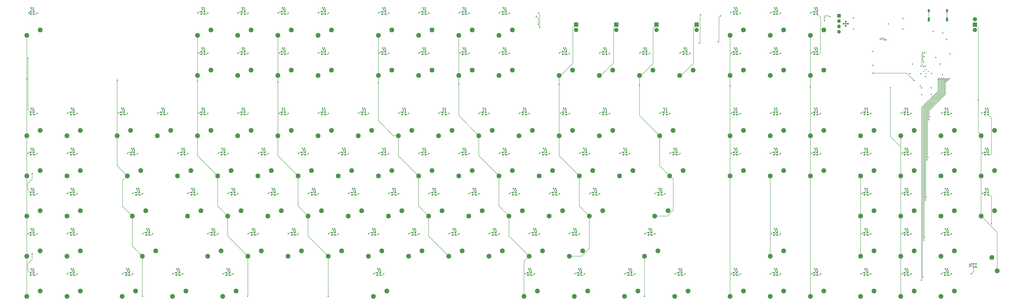
<source format=gbr>
%TF.GenerationSoftware,KiCad,Pcbnew,(6.0.7)*%
%TF.CreationDate,2022-09-27T13:03:32-04:00*%
%TF.ProjectId,SweetBusiness,53776565-7442-4757-9369-6e6573732e6b,rev?*%
%TF.SameCoordinates,Original*%
%TF.FileFunction,Copper,L1,Top*%
%TF.FilePolarity,Positive*%
%FSLAX46Y46*%
G04 Gerber Fmt 4.6, Leading zero omitted, Abs format (unit mm)*
G04 Created by KiCad (PCBNEW (6.0.7)) date 2022-09-27 13:03:32*
%MOMM*%
%LPD*%
G01*
G04 APERTURE LIST*
G04 Aperture macros list*
%AMRoundRect*
0 Rectangle with rounded corners*
0 $1 Rounding radius*
0 $2 $3 $4 $5 $6 $7 $8 $9 X,Y pos of 4 corners*
0 Add a 4 corners polygon primitive as box body*
4,1,4,$2,$3,$4,$5,$6,$7,$8,$9,$2,$3,0*
0 Add four circle primitives for the rounded corners*
1,1,$1+$1,$2,$3*
1,1,$1+$1,$4,$5*
1,1,$1+$1,$6,$7*
1,1,$1+$1,$8,$9*
0 Add four rect primitives between the rounded corners*
20,1,$1+$1,$2,$3,$4,$5,0*
20,1,$1+$1,$4,$5,$6,$7,0*
20,1,$1+$1,$6,$7,$8,$9,0*
20,1,$1+$1,$8,$9,$2,$3,0*%
G04 Aperture macros list end*
%TA.AperFunction,SMDPad,CuDef*%
%ADD10RoundRect,0.147500X0.147500X0.172500X-0.147500X0.172500X-0.147500X-0.172500X0.147500X-0.172500X0*%
%TD*%
%TA.AperFunction,SMDPad,CuDef*%
%ADD11R,0.700000X0.700000*%
%TD*%
%TA.AperFunction,ComponentPad*%
%ADD12R,2.000000X2.000000*%
%TD*%
%TA.AperFunction,ComponentPad*%
%ADD13C,2.000000*%
%TD*%
%TA.AperFunction,ComponentPad*%
%ADD14C,2.286000*%
%TD*%
%TA.AperFunction,SMDPad,CuDef*%
%ADD15RoundRect,0.147500X-0.147500X-0.172500X0.147500X-0.172500X0.147500X0.172500X-0.147500X0.172500X0*%
%TD*%
%TA.AperFunction,ComponentPad*%
%ADD16R,1.700000X1.700000*%
%TD*%
%TA.AperFunction,ComponentPad*%
%ADD17O,1.700000X1.700000*%
%TD*%
%TA.AperFunction,SMDPad,CuDef*%
%ADD18RoundRect,0.147500X-0.172500X0.147500X-0.172500X-0.147500X0.172500X-0.147500X0.172500X0.147500X0*%
%TD*%
%TA.AperFunction,ComponentPad*%
%ADD19C,0.500000*%
%TD*%
%TA.AperFunction,ComponentPad*%
%ADD20O,1.000000X1.600000*%
%TD*%
%TA.AperFunction,ComponentPad*%
%ADD21O,1.000000X2.100000*%
%TD*%
%TA.AperFunction,ViaPad*%
%ADD22C,0.600000*%
%TD*%
%TA.AperFunction,ViaPad*%
%ADD23C,0.900000*%
%TD*%
%TA.AperFunction,Conductor*%
%ADD24C,0.200000*%
%TD*%
G04 APERTURE END LIST*
D10*
%TO.P,LC84,1*%
%TO.N,GND*%
X219560000Y55562500D03*
%TO.P,LC84,2*%
%TO.N,+3V3*%
X218590000Y55562500D03*
%TD*%
%TO.P,LC32,1*%
%TO.N,GND*%
X90972500Y93662500D03*
%TO.P,LC32,2*%
%TO.N,+3V3*%
X90002500Y93662500D03*
%TD*%
D11*
%TO.P,LD125,1,DOUT*%
%TO.N,Net-(LD125-Pad1)*%
X424612500Y14531250D03*
%TO.P,LD125,2,GND*%
%TO.N,GND*%
X424612500Y15631250D03*
%TO.P,LD125,3,DIN*%
%TO.N,Net-(LD124-Pad1)*%
X423112500Y15631250D03*
%TO.P,LD125,4,VDD*%
%TO.N,+3V3*%
X423112500Y14531250D03*
%TD*%
%TO.P,LD15,1,DOUT*%
%TO.N,Net-(LD14-Pad3)*%
X127837500Y120406250D03*
%TO.P,LD15,2,GND*%
%TO.N,GND*%
X127837500Y119306250D03*
%TO.P,LD15,3,DIN*%
%TO.N,Net-(LD15-Pad3)*%
X129337500Y119306250D03*
%TO.P,LD15,4,VDD*%
%TO.N,+3V3*%
X129337500Y120406250D03*
%TD*%
%TO.P,LD95,1,DOUT*%
%TO.N,Net-(LD94-Pad3)*%
X63543750Y34681250D03*
%TO.P,LD95,2,GND*%
%TO.N,GND*%
X63543750Y33581250D03*
%TO.P,LD95,3,DIN*%
%TO.N,Net-(LD95-Pad3)*%
X65043750Y33581250D03*
%TO.P,LD95,4,VDD*%
%TO.N,+3V3*%
X65043750Y34681250D03*
%TD*%
%TO.P,LD5,1,DOUT*%
%TO.N,Net-(LD5-Pad1)*%
X148387500Y138356250D03*
%TO.P,LD5,2,GND*%
%TO.N,GND*%
X148387500Y139456250D03*
%TO.P,LD5,3,DIN*%
%TO.N,Net-(LD4-Pad1)*%
X146887500Y139456250D03*
%TO.P,LD5,4,VDD*%
%TO.N,+3V3*%
X146887500Y138356250D03*
%TD*%
D12*
%TO.P,KT4,1*%
%TO.N,14*%
X324579500Y133350000D03*
D13*
%TO.P,KT4,2*%
%TO.N,Net-(DT4-Pad2)*%
X324579500Y130810000D03*
%TD*%
D10*
%TO.P,LC86,1*%
%TO.N,GND*%
X257660000Y55562500D03*
%TO.P,LC86,2*%
%TO.N,+3V3*%
X256690000Y55562500D03*
%TD*%
D14*
%TO.P,K70,1*%
%TO.N,12*%
X402272500Y61595000D03*
%TO.P,K70,2*%
%TO.N,Net-(D70-Pad2)*%
X408622500Y64135000D03*
%TD*%
D10*
%TO.P,LC112,1*%
%TO.N,GND*%
X29060000Y17462500D03*
%TO.P,LC112,2*%
%TO.N,+3V3*%
X28090000Y17462500D03*
%TD*%
D14*
%TO.P,K42,1*%
%TO.N,14*%
X278447500Y80645000D03*
%TO.P,K42,2*%
%TO.N,Net-(D42-Pad2)*%
X284797500Y83185000D03*
%TD*%
D11*
%TO.P,LD66,1,DOUT*%
%TO.N,Net-(LD65-Pad3)*%
X313575000Y72781250D03*
%TO.P,LD66,2,GND*%
%TO.N,GND*%
X313575000Y71681250D03*
%TO.P,LD66,3,DIN*%
%TO.N,Net-(LD66-Pad3)*%
X315075000Y71681250D03*
%TO.P,LD66,4,VDD*%
%TO.N,+3V3*%
X315075000Y72781250D03*
%TD*%
D14*
%TO.P,K44,1*%
%TO.N,13*%
X340360000Y80645000D03*
%TO.P,K44,2*%
%TO.N,Net-(D44-Pad2)*%
X346710000Y83185000D03*
%TD*%
D11*
%TO.P,LD17,1,DOUT*%
%TO.N,Net-(LD16-Pad3)*%
X175462500Y120406250D03*
%TO.P,LD17,2,GND*%
%TO.N,GND*%
X175462500Y119306250D03*
%TO.P,LD17,3,DIN*%
%TO.N,Net-(LD17-Pad3)*%
X176962500Y119306250D03*
%TO.P,LD17,4,VDD*%
%TO.N,+3V3*%
X176962500Y120406250D03*
%TD*%
D14*
%TO.P,K8,1*%
%TO.N,16*%
X211772500Y128270000D03*
%TO.P,K8,2*%
%TO.N,Net-(D8-Pad2)*%
X218122500Y130810000D03*
%TD*%
D15*
%TO.P,LC21,1*%
%TO.N,GND*%
X261452500Y122237500D03*
%TO.P,LC21,2*%
%TO.N,+3V3*%
X262422500Y122237500D03*
%TD*%
D10*
%TO.P,LC29,1*%
%TO.N,GND*%
X29060000Y93662500D03*
%TO.P,LC29,2*%
%TO.N,+3V3*%
X28090000Y93662500D03*
%TD*%
D11*
%TO.P,LD100,1,DOUT*%
%TO.N,Net-(LD100-Pad1)*%
X170700000Y34681250D03*
%TO.P,LD100,2,GND*%
%TO.N,GND*%
X170700000Y33581250D03*
%TO.P,LD100,3,DIN*%
%TO.N,Net-(LD100-Pad3)*%
X172200000Y33581250D03*
%TO.P,LD100,4,VDD*%
%TO.N,+3V3*%
X172200000Y34681250D03*
%TD*%
D14*
%TO.P,K125,1*%
%TO.N,11*%
X421322500Y4445000D03*
%TO.P,K125,2*%
%TO.N,Net-(D125-Pad2)*%
X427672500Y6985000D03*
%TD*%
D15*
%TO.P,LC104,1*%
%TO.N,GND*%
X247165000Y36512500D03*
%TO.P,LC104,2*%
%TO.N,+3V3*%
X248135000Y36512500D03*
%TD*%
D11*
%TO.P,LD39,1,DOUT*%
%TO.N,Net-(LD39-Pad1)*%
X224587500Y90731250D03*
%TO.P,LD39,2,GND*%
%TO.N,GND*%
X224587500Y91831250D03*
%TO.P,LD39,3,DIN*%
%TO.N,Net-(LD38-Pad1)*%
X223087500Y91831250D03*
%TO.P,LD39,4,VDD*%
%TO.N,+3V3*%
X223087500Y90731250D03*
%TD*%
D10*
%TO.P,LC41,1*%
%TO.N,GND*%
X262422500Y93662500D03*
%TO.P,LC41,2*%
%TO.N,+3V3*%
X261452500Y93662500D03*
%TD*%
D11*
%TO.P,LD47,1,DOUT*%
%TO.N,Net-(LD47-Pad1)*%
X405562500Y90731250D03*
%TO.P,LD47,2,GND*%
%TO.N,GND*%
X405562500Y91831250D03*
%TO.P,LD47,3,DIN*%
%TO.N,Net-(LD46-Pad1)*%
X404062500Y91831250D03*
%TO.P,LD47,4,VDD*%
%TO.N,+3V3*%
X404062500Y90731250D03*
%TD*%
D14*
%TO.P,K110,1*%
%TO.N,11*%
X440372500Y23495000D03*
%TO.P,K110,2*%
%TO.N,Net-(D110-Pad2)*%
X446722500Y26035000D03*
%TD*%
%TO.P,K84,1*%
%TO.N,16*%
X216535000Y42545000D03*
%TO.P,K84,2*%
%TO.N,Net-(D84-Pad2)*%
X222885000Y45085000D03*
%TD*%
D15*
%TO.P,LC55,1*%
%TO.N,GND*%
X99527500Y74612500D03*
%TO.P,LC55,2*%
%TO.N,+3V3*%
X100497500Y74612500D03*
%TD*%
D11*
%TO.P,LD48,1,DOUT*%
%TO.N,Net-(LD48-Pad1)*%
X424612500Y90731250D03*
%TO.P,LD48,2,GND*%
%TO.N,GND*%
X424612500Y91831250D03*
%TO.P,LD48,3,DIN*%
%TO.N,Net-(LD47-Pad1)*%
X423112500Y91831250D03*
%TO.P,LD48,4,VDD*%
%TO.N,+3V3*%
X423112500Y90731250D03*
%TD*%
%TO.P,LD3,1,DOUT*%
%TO.N,Net-(LD3-Pad1)*%
X110287500Y138356250D03*
%TO.P,LD3,2,GND*%
%TO.N,GND*%
X110287500Y139456250D03*
%TO.P,LD3,3,DIN*%
%TO.N,Net-(LD2-Pad1)*%
X108787500Y139456250D03*
%TO.P,LD3,4,VDD*%
%TO.N,+3V3*%
X108787500Y138356250D03*
%TD*%
D14*
%TO.P,K79,1*%
%TO.N,19*%
X121285000Y42545000D03*
%TO.P,K79,2*%
%TO.N,Net-(D79-Pad2)*%
X127635000Y45085000D03*
%TD*%
D11*
%TO.P,LD117,1,DOUT*%
%TO.N,Net-(LD117-Pad1)*%
X246018750Y14531250D03*
%TO.P,LD117,2,GND*%
%TO.N,GND*%
X246018750Y15631250D03*
%TO.P,LD117,3,DIN*%
%TO.N,Net-(LD116-Pad1)*%
X244518750Y15631250D03*
%TO.P,LD117,4,VDD*%
%TO.N,+3V3*%
X244518750Y14531250D03*
%TD*%
D15*
%TO.P,LC59,1*%
%TO.N,GND*%
X175727500Y74612500D03*
%TO.P,LC59,2*%
%TO.N,+3V3*%
X176697500Y74612500D03*
%TD*%
D10*
%TO.P,LC81,1*%
%TO.N,GND*%
X162410000Y55562500D03*
%TO.P,LC81,2*%
%TO.N,+3V3*%
X161440000Y55562500D03*
%TD*%
D11*
%TO.P,LD54,1,DOUT*%
%TO.N,Net-(LD53-Pad3)*%
X80212500Y72781250D03*
%TO.P,LD54,2,GND*%
%TO.N,GND*%
X80212500Y71681250D03*
%TO.P,LD54,3,DIN*%
%TO.N,Net-(LD54-Pad3)*%
X81712500Y71681250D03*
%TO.P,LD54,4,VDD*%
%TO.N,+3V3*%
X81712500Y72781250D03*
%TD*%
D14*
%TO.P,K38,1*%
%TO.N,16*%
X202247500Y80645000D03*
%TO.P,K38,2*%
%TO.N,Net-(D38-Pad2)*%
X208597500Y83185000D03*
%TD*%
%TO.P,K37,1*%
%TO.N,17*%
X183197500Y80645000D03*
%TO.P,K37,2*%
%TO.N,Net-(D37-Pad2)*%
X189547500Y83185000D03*
%TD*%
D10*
%TO.P,LC113,1*%
%TO.N,GND*%
X55253750Y17462500D03*
%TO.P,LC113,2*%
%TO.N,+3V3*%
X54283750Y17462500D03*
%TD*%
D15*
%TO.P,LC69,1*%
%TO.N,GND*%
X380515000Y74612500D03*
%TO.P,LC69,2*%
%TO.N,+3V3*%
X381485000Y74612500D03*
%TD*%
D11*
%TO.P,LD51,1,DOUT*%
%TO.N,Net-(LD51-Pad1)*%
X8775000Y72781250D03*
%TO.P,LD51,2,GND*%
%TO.N,GND*%
X8775000Y71681250D03*
%TO.P,LD51,3,DIN*%
%TO.N,Net-(LD51-Pad3)*%
X10275000Y71681250D03*
%TO.P,LD51,4,VDD*%
%TO.N,+3V3*%
X10275000Y72781250D03*
%TD*%
D10*
%TO.P,LC7,1*%
%TO.N,GND*%
X195747500Y141287500D03*
%TO.P,LC7,2*%
%TO.N,+3V3*%
X194777500Y141287500D03*
%TD*%
D11*
%TO.P,LD68,1,DOUT*%
%TO.N,Net-(LD67-Pad3)*%
X361200000Y72781250D03*
%TO.P,LD68,2,GND*%
%TO.N,GND*%
X361200000Y71681250D03*
%TO.P,LD68,3,DIN*%
%TO.N,Net-(LD68-Pad3)*%
X362700000Y71681250D03*
%TO.P,LD68,4,VDD*%
%TO.N,+3V3*%
X362700000Y72781250D03*
%TD*%
D14*
%TO.P,K29,1*%
%TO.N,21*%
X26035000Y80645000D03*
%TO.P,K29,2*%
%TO.N,Net-(D29-Pad2)*%
X32385000Y83185000D03*
%TD*%
%TO.P,K49,1*%
%TO.N,11*%
X440372500Y80645000D03*
%TO.P,K49,2*%
%TO.N,Net-(D49-Pad2)*%
X446722500Y83185000D03*
%TD*%
%TO.P,K82,1*%
%TO.N,17*%
X178435000Y42545000D03*
%TO.P,K82,2*%
%TO.N,Net-(D82-Pad2)*%
X184785000Y45085000D03*
%TD*%
D11*
%TO.P,LD44,1,DOUT*%
%TO.N,Net-(LD44-Pad1)*%
X343650000Y90731250D03*
%TO.P,LD44,2,GND*%
%TO.N,GND*%
X343650000Y91831250D03*
%TO.P,LD44,3,DIN*%
%TO.N,Net-(LD43-Pad1)*%
X342150000Y91831250D03*
%TO.P,LD44,4,VDD*%
%TO.N,+3V3*%
X342150000Y90731250D03*
%TD*%
%TO.P,LD41,1,DOUT*%
%TO.N,Net-(LD41-Pad1)*%
X262687500Y90731250D03*
%TO.P,LD41,2,GND*%
%TO.N,GND*%
X262687500Y91831250D03*
%TO.P,LD41,3,DIN*%
%TO.N,Net-(LD40-Pad1)*%
X261187500Y91831250D03*
%TO.P,LD41,4,VDD*%
%TO.N,+3V3*%
X261187500Y90731250D03*
%TD*%
D14*
%TO.P,K3,1*%
%TO.N,19*%
X106997500Y128270000D03*
%TO.P,K3,2*%
%TO.N,Net-(D3-Pad2)*%
X113347500Y130810000D03*
%TD*%
D10*
%TO.P,LC47,1*%
%TO.N,GND*%
X405297500Y93662500D03*
%TO.P,LC47,2*%
%TO.N,+3V3*%
X404327500Y93662500D03*
%TD*%
D11*
%TO.P,LD25,1,DOUT*%
%TO.N,Net-(LD24-Pad3)*%
X342150000Y120406250D03*
%TO.P,LD25,2,GND*%
%TO.N,GND*%
X342150000Y119306250D03*
%TO.P,LD25,3,DIN*%
%TO.N,Net-(LD25-Pad3)*%
X343650000Y119306250D03*
%TO.P,LD25,4,VDD*%
%TO.N,+3V3*%
X343650000Y120406250D03*
%TD*%
D15*
%TO.P,LC73,1*%
%TO.N,GND*%
X461477500Y74612500D03*
%TO.P,LC73,2*%
%TO.N,+3V3*%
X462447500Y74612500D03*
%TD*%
D14*
%TO.P,K39,1*%
%TO.N,16*%
X221297500Y80645000D03*
%TO.P,K39,2*%
%TO.N,Net-(D39-Pad2)*%
X227647500Y83185000D03*
%TD*%
D11*
%TO.P,LD91,1,DOUT*%
%TO.N,Net-(LD91-Pad1)*%
X443662500Y52631250D03*
%TO.P,LD91,2,GND*%
%TO.N,GND*%
X443662500Y53731250D03*
%TO.P,LD91,3,DIN*%
%TO.N,Net-(LD90-Pad1)*%
X442162500Y53731250D03*
%TO.P,LD91,4,VDD*%
%TO.N,+3V3*%
X442162500Y52631250D03*
%TD*%
%TO.P,LD122,1,DOUT*%
%TO.N,Net-(LD122-Pad1)*%
X362700000Y14531250D03*
%TO.P,LD122,2,GND*%
%TO.N,GND*%
X362700000Y15631250D03*
%TO.P,LD122,3,DIN*%
%TO.N,Net-(LD121-Pad1)*%
X361200000Y15631250D03*
%TO.P,LD122,4,VDD*%
%TO.N,+3V3*%
X361200000Y14531250D03*
%TD*%
%TO.P,LD89,1,DOUT*%
%TO.N,Net-(LD89-Pad1)*%
X405562500Y52631250D03*
%TO.P,LD89,2,GND*%
%TO.N,GND*%
X405562500Y53731250D03*
%TO.P,LD89,3,DIN*%
%TO.N,Net-(LD88-Pad1)*%
X404062500Y53731250D03*
%TO.P,LD89,4,VDD*%
%TO.N,+3V3*%
X404062500Y52631250D03*
%TD*%
%TO.P,LD79,1,DOUT*%
%TO.N,Net-(LD79-Pad1)*%
X124575000Y52631250D03*
%TO.P,LD79,2,GND*%
%TO.N,GND*%
X124575000Y53731250D03*
%TO.P,LD79,3,DIN*%
%TO.N,Net-(LD78-Pad1)*%
X123075000Y53731250D03*
%TO.P,LD79,4,VDD*%
%TO.N,+3V3*%
X123075000Y52631250D03*
%TD*%
D10*
%TO.P,LC42,1*%
%TO.N,GND*%
X281472500Y93662500D03*
%TO.P,LC42,2*%
%TO.N,+3V3*%
X280502500Y93662500D03*
%TD*%
D11*
%TO.P,LD34,1,DOUT*%
%TO.N,Net-(LD34-Pad1)*%
X129337500Y90731250D03*
%TO.P,LD34,2,GND*%
%TO.N,GND*%
X129337500Y91831250D03*
%TO.P,LD34,3,DIN*%
%TO.N,Net-(LD33-Pad1)*%
X127837500Y91831250D03*
%TO.P,LD34,4,VDD*%
%TO.N,+3V3*%
X127837500Y90731250D03*
%TD*%
D10*
%TO.P,LC48,1*%
%TO.N,GND*%
X424347500Y93662500D03*
%TO.P,LC48,2*%
%TO.N,+3V3*%
X423377500Y93662500D03*
%TD*%
%TO.P,LC6,1*%
%TO.N,GND*%
X176697500Y141287500D03*
%TO.P,LC6,2*%
%TO.N,+3V3*%
X175727500Y141287500D03*
%TD*%
D11*
%TO.P,LD111,1,DOUT*%
%TO.N,Net-(LD111-Pad1)*%
X10275000Y14531250D03*
%TO.P,LD111,2,GND*%
%TO.N,GND*%
X10275000Y15631250D03*
%TO.P,LD111,3,DIN*%
%TO.N,Net-(LD111-Pad3)*%
X8775000Y15631250D03*
%TO.P,LD111,4,VDD*%
%TO.N,+3V3*%
X8775000Y14531250D03*
%TD*%
D10*
%TO.P,LC4,1*%
%TO.N,GND*%
X129072500Y141287500D03*
%TO.P,LC4,2*%
%TO.N,+3V3*%
X128102500Y141287500D03*
%TD*%
D15*
%TO.P,LC66,1*%
%TO.N,GND*%
X313840000Y74612500D03*
%TO.P,LC66,2*%
%TO.N,+3V3*%
X314810000Y74612500D03*
%TD*%
D14*
%TO.P,K123,1*%
%TO.N,12*%
X378460000Y4445000D03*
%TO.P,K123,2*%
%TO.N,Net-(D123-Pad2)*%
X384810000Y6985000D03*
%TD*%
D11*
%TO.P,LD97,1,DOUT*%
%TO.N,Net-(LD96-Pad3)*%
X113550000Y34681250D03*
%TO.P,LD97,2,GND*%
%TO.N,GND*%
X113550000Y33581250D03*
%TO.P,LD97,3,DIN*%
%TO.N,Net-(LD97-Pad3)*%
X115050000Y33581250D03*
%TO.P,LD97,4,VDD*%
%TO.N,+3V3*%
X115050000Y34681250D03*
%TD*%
D10*
%TO.P,LC39,1*%
%TO.N,GND*%
X224322500Y93662500D03*
%TO.P,LC39,2*%
%TO.N,+3V3*%
X223352500Y93662500D03*
%TD*%
D11*
%TO.P,LD72,1,DOUT*%
%TO.N,Net-(LD71-Pad3)*%
X442162500Y72781250D03*
%TO.P,LD72,2,GND*%
%TO.N,GND*%
X442162500Y71681250D03*
%TO.P,LD72,3,DIN*%
%TO.N,Net-(LD72-Pad3)*%
X443662500Y71681250D03*
%TO.P,LD72,4,VDD*%
%TO.N,+3V3*%
X443662500Y72781250D03*
%TD*%
D14*
%TO.P,K24,1*%
%TO.N,14*%
X316547500Y109220000D03*
%TO.P,K24,2*%
%TO.N,Net-(D24-Pad2)*%
X322897500Y111760000D03*
%TD*%
D15*
%TO.P,LC57,1*%
%TO.N,GND*%
X137627500Y74612500D03*
%TO.P,LC57,2*%
%TO.N,+3V3*%
X138597500Y74612500D03*
%TD*%
D11*
%TO.P,LD82,1,DOUT*%
%TO.N,Net-(LD82-Pad1)*%
X181725000Y52631250D03*
%TO.P,LD82,2,GND*%
%TO.N,GND*%
X181725000Y53731250D03*
%TO.P,LD82,3,DIN*%
%TO.N,Net-(LD81-Pad1)*%
X180225000Y53731250D03*
%TO.P,LD82,4,VDD*%
%TO.N,+3V3*%
X180225000Y52631250D03*
%TD*%
%TO.P,LD1,1,DOUT*%
%TO.N,Net-(LD1-Pad1)*%
X10275000Y138356250D03*
%TO.P,LD1,2,GND*%
%TO.N,GND*%
X10275000Y139456250D03*
%TO.P,LD1,3,DIN*%
%TO.N,27{slash}A1*%
X8775000Y139456250D03*
%TO.P,LD1,4,VDD*%
%TO.N,+3V3*%
X8775000Y138356250D03*
%TD*%
D14*
%TO.P,K17,1*%
%TO.N,17*%
X173672500Y109220000D03*
%TO.P,K17,2*%
%TO.N,Net-(D17-Pad2)*%
X180022500Y111760000D03*
%TD*%
%TO.P,K73,1*%
%TO.N,10*%
X459422500Y61595000D03*
%TO.P,K73,2*%
%TO.N,Net-(D73-Pad2)*%
X465772500Y64135000D03*
%TD*%
%TO.P,K35,1*%
%TO.N,18*%
X145097500Y80645000D03*
%TO.P,K35,2*%
%TO.N,Net-(D35-Pad2)*%
X151447500Y83185000D03*
%TD*%
D16*
%TO.P,J2,1,Pin_1*%
%TO.N,28{slash}A2*%
X392080750Y137594500D03*
D17*
%TO.P,J2,2,Pin_2*%
%TO.N,29{slash}A3*%
X392080750Y135054500D03*
%TO.P,J2,3,Pin_3*%
%TO.N,+3V3*%
X392080750Y132514500D03*
%TO.P,J2,4,Pin_4*%
%TO.N,GND*%
X392080750Y129974500D03*
%TD*%
D11*
%TO.P,LD46,1,DOUT*%
%TO.N,Net-(LD46-Pad1)*%
X381750000Y90731250D03*
%TO.P,LD46,2,GND*%
%TO.N,GND*%
X381750000Y91831250D03*
%TO.P,LD46,3,DIN*%
%TO.N,Net-(LD45-Pad1)*%
X380250000Y91831250D03*
%TO.P,LD46,4,VDD*%
%TO.N,+3V3*%
X380250000Y90731250D03*
%TD*%
D10*
%TO.P,LC75,1*%
%TO.N,GND*%
X29060000Y55562500D03*
%TO.P,LC75,2*%
%TO.N,+3V3*%
X28090000Y55562500D03*
%TD*%
D14*
%TO.P,K92,1*%
%TO.N,10*%
X459422500Y42545000D03*
%TO.P,K92,2*%
%TO.N,Net-(D92-Pad2)*%
X465772500Y45085000D03*
%TD*%
D15*
%TO.P,LC18,1*%
%TO.N,GND*%
X194777500Y122237500D03*
%TO.P,LC18,2*%
%TO.N,+3V3*%
X195747500Y122237500D03*
%TD*%
D14*
%TO.P,K61,1*%
%TO.N,16*%
X211772500Y61595000D03*
%TO.P,K61,2*%
%TO.N,Net-(D61-Pad2)*%
X218122500Y64135000D03*
%TD*%
D15*
%TO.P,LC53,1*%
%TO.N,GND*%
X56665000Y74612500D03*
%TO.P,LC53,2*%
%TO.N,+3V3*%
X57635000Y74612500D03*
%TD*%
D14*
%TO.P,K30,1*%
%TO.N,20*%
X49847500Y80645000D03*
%TO.P,K30,2*%
%TO.N,Net-(D30-Pad2)*%
X56197500Y83185000D03*
%TD*%
%TO.P,K83,1*%
%TO.N,17*%
X197485000Y42545000D03*
%TO.P,K83,2*%
%TO.N,Net-(D83-Pad2)*%
X203835000Y45085000D03*
%TD*%
%TO.P,K81,1*%
%TO.N,18*%
X159385000Y42545000D03*
%TO.P,K81,2*%
%TO.N,Net-(D81-Pad2)*%
X165735000Y45085000D03*
%TD*%
D11*
%TO.P,LD38,1,DOUT*%
%TO.N,Net-(LD38-Pad1)*%
X205537500Y90731250D03*
%TO.P,LD38,2,GND*%
%TO.N,GND*%
X205537500Y91831250D03*
%TO.P,LD38,3,DIN*%
%TO.N,Net-(LD37-Pad1)*%
X204037500Y91831250D03*
%TO.P,LD38,4,VDD*%
%TO.N,+3V3*%
X204037500Y90731250D03*
%TD*%
D15*
%TO.P,LC14,1*%
%TO.N,GND*%
X109052500Y122237500D03*
%TO.P,LC14,2*%
%TO.N,+3V3*%
X110022500Y122237500D03*
%TD*%
%TO.P,LC99,1*%
%TO.N,GND*%
X151915000Y36512500D03*
%TO.P,LC99,2*%
%TO.N,+3V3*%
X152885000Y36512500D03*
%TD*%
D11*
%TO.P,LD93,1,DOUT*%
%TO.N,Net-(LD111-Pad3)*%
X8775000Y34681250D03*
%TO.P,LD93,2,GND*%
%TO.N,GND*%
X8775000Y33581250D03*
%TO.P,LD93,3,DIN*%
%TO.N,Net-(LD93-Pad3)*%
X10275000Y33581250D03*
%TO.P,LD93,4,VDD*%
%TO.N,+3V3*%
X10275000Y34681250D03*
%TD*%
D15*
%TO.P,LC71,1*%
%TO.N,GND*%
X423377500Y74612500D03*
%TO.P,LC71,2*%
%TO.N,+3V3*%
X424347500Y74612500D03*
%TD*%
D11*
%TO.P,LD92,1,DOUT*%
%TO.N,Net-(LD110-Pad3)*%
X462712500Y52631250D03*
%TO.P,LD92,2,GND*%
%TO.N,GND*%
X462712500Y53731250D03*
%TO.P,LD92,3,DIN*%
%TO.N,Net-(LD91-Pad1)*%
X461212500Y53731250D03*
%TO.P,LD92,4,VDD*%
%TO.N,+3V3*%
X461212500Y52631250D03*
%TD*%
D10*
%TO.P,LC118,1*%
%TO.N,GND*%
X269566250Y17462500D03*
%TO.P,LC118,2*%
%TO.N,+3V3*%
X268596250Y17462500D03*
%TD*%
D11*
%TO.P,LD94,1,DOUT*%
%TO.N,Net-(LD93-Pad3)*%
X27825000Y34681250D03*
%TO.P,LD94,2,GND*%
%TO.N,GND*%
X27825000Y33581250D03*
%TO.P,LD94,3,DIN*%
%TO.N,Net-(LD94-Pad3)*%
X29325000Y33581250D03*
%TO.P,LD94,4,VDD*%
%TO.N,+3V3*%
X29325000Y34681250D03*
%TD*%
D14*
%TO.P,K90,1*%
%TO.N,11*%
X421322500Y42545000D03*
%TO.P,K90,2*%
%TO.N,Net-(D90-Pad2)*%
X427672500Y45085000D03*
%TD*%
%TO.P,K20,1*%
%TO.N,16*%
X230822500Y109220000D03*
%TO.P,K20,2*%
%TO.N,Net-(D20-Pad2)*%
X237172500Y111760000D03*
%TD*%
D15*
%TO.P,LC62,1*%
%TO.N,GND*%
X232877500Y74612500D03*
%TO.P,LC62,2*%
%TO.N,+3V3*%
X233847500Y74612500D03*
%TD*%
D10*
%TO.P,LC12,1*%
%TO.N,GND*%
X381485000Y141287500D03*
%TO.P,LC12,2*%
%TO.N,+3V3*%
X380515000Y141287500D03*
%TD*%
D14*
%TO.P,K59,1*%
%TO.N,17*%
X173672500Y61595000D03*
%TO.P,K59,2*%
%TO.N,Net-(D59-Pad2)*%
X180022500Y64135000D03*
%TD*%
D10*
%TO.P,LC89,1*%
%TO.N,GND*%
X405297500Y55562500D03*
%TO.P,LC89,2*%
%TO.N,+3V3*%
X404327500Y55562500D03*
%TD*%
%TO.P,LC45,1*%
%TO.N,GND*%
X362435000Y93662500D03*
%TO.P,LC45,2*%
%TO.N,+3V3*%
X361465000Y93662500D03*
%TD*%
D14*
%TO.P,K95,1*%
%TO.N,20*%
X61753750Y23495000D03*
%TO.P,K95,2*%
%TO.N,Net-(D95-Pad2)*%
X68103750Y26035000D03*
%TD*%
%TO.P,K111,1*%
%TO.N,21*%
X6985000Y4445000D03*
%TO.P,K111,2*%
%TO.N,Net-(D111-Pad2)*%
X13335000Y6985000D03*
%TD*%
%TO.P,K50,1*%
%TO.N,10*%
X459422500Y80645000D03*
%TO.P,K50,2*%
%TO.N,Net-(D50-Pad2)*%
X465772500Y83185000D03*
%TD*%
D10*
%TO.P,LC31,1*%
%TO.N,GND*%
X71922500Y93662500D03*
%TO.P,LC31,2*%
%TO.N,+3V3*%
X70952500Y93662500D03*
%TD*%
D11*
%TO.P,LD21,1,DOUT*%
%TO.N,Net-(LD20-Pad3)*%
X261187500Y120406250D03*
%TO.P,LD21,2,GND*%
%TO.N,GND*%
X261187500Y119306250D03*
%TO.P,LD21,3,DIN*%
%TO.N,Net-(LD21-Pad3)*%
X262687500Y119306250D03*
%TO.P,LD21,4,VDD*%
%TO.N,+3V3*%
X262687500Y120406250D03*
%TD*%
D10*
%TO.P,LC38,1*%
%TO.N,GND*%
X205272500Y93662500D03*
%TO.P,LC38,2*%
%TO.N,+3V3*%
X204302500Y93662500D03*
%TD*%
D14*
%TO.P,K104,1*%
%TO.N,16*%
X245110000Y23495000D03*
%TO.P,K104,2*%
%TO.N,Net-(D104-Pad2)*%
X251460000Y26035000D03*
%TD*%
D11*
%TO.P,LD65,1,DOUT*%
%TO.N,Net-(LD64-Pad3)*%
X289762500Y72781250D03*
%TO.P,LD65,2,GND*%
%TO.N,GND*%
X289762500Y71681250D03*
%TO.P,LD65,3,DIN*%
%TO.N,Net-(LD65-Pad3)*%
X291262500Y71681250D03*
%TO.P,LD65,4,VDD*%
%TO.N,+3V3*%
X291262500Y72781250D03*
%TD*%
D18*
%TO.P,LC127,1*%
%TO.N,GND*%
X454025000Y19535000D03*
%TO.P,LC127,2*%
%TO.N,+3V3*%
X454025000Y18565000D03*
%TD*%
D14*
%TO.P,K25,1*%
%TO.N,13*%
X340360000Y109220000D03*
%TO.P,K25,2*%
%TO.N,Net-(D25-Pad2)*%
X346710000Y111760000D03*
%TD*%
%TO.P,K52,1*%
%TO.N,21*%
X26035000Y61595000D03*
%TO.P,K52,2*%
%TO.N,Net-(D52-Pad2)*%
X32385000Y64135000D03*
%TD*%
%TO.P,K2,1*%
%TO.N,19*%
X87947500Y128270000D03*
%TO.P,K2,2*%
%TO.N,Net-(D2-Pad2)*%
X94297500Y130810000D03*
%TD*%
D11*
%TO.P,LD62,1,DOUT*%
%TO.N,Net-(LD61-Pad3)*%
X232612500Y72781250D03*
%TO.P,LD62,2,GND*%
%TO.N,GND*%
X232612500Y71681250D03*
%TO.P,LD62,3,DIN*%
%TO.N,Net-(LD62-Pad3)*%
X234112500Y71681250D03*
%TO.P,LD62,4,VDD*%
%TO.N,+3V3*%
X234112500Y72781250D03*
%TD*%
%TO.P,LD23,1,DOUT*%
%TO.N,Net-(LD22-Pad3)*%
X299287500Y120406250D03*
%TO.P,LD23,2,GND*%
%TO.N,GND*%
X299287500Y119306250D03*
%TO.P,LD23,3,DIN*%
%TO.N,Net-(LD23-Pad3)*%
X300787500Y119306250D03*
%TO.P,LD23,4,VDD*%
%TO.N,+3V3*%
X300787500Y120406250D03*
%TD*%
%TO.P,LD60,1,DOUT*%
%TO.N,Net-(LD59-Pad3)*%
X194512500Y72781250D03*
%TO.P,LD60,2,GND*%
%TO.N,GND*%
X194512500Y71681250D03*
%TO.P,LD60,3,DIN*%
%TO.N,Net-(LD60-Pad3)*%
X196012500Y71681250D03*
%TO.P,LD60,4,VDD*%
%TO.N,+3V3*%
X196012500Y72781250D03*
%TD*%
D14*
%TO.P,K100,1*%
%TO.N,18*%
X168910000Y23495000D03*
%TO.P,K100,2*%
%TO.N,Net-(D100-Pad2)*%
X175260000Y26035000D03*
%TD*%
D10*
%TO.P,LC35,1*%
%TO.N,GND*%
X148122500Y93662500D03*
%TO.P,LC35,2*%
%TO.N,+3V3*%
X147152500Y93662500D03*
%TD*%
%TO.P,LC82,1*%
%TO.N,GND*%
X181460000Y55562500D03*
%TO.P,LC82,2*%
%TO.N,+3V3*%
X180490000Y55562500D03*
%TD*%
D11*
%TO.P,LD37,1,DOUT*%
%TO.N,Net-(LD37-Pad1)*%
X186487500Y90731250D03*
%TO.P,LD37,2,GND*%
%TO.N,GND*%
X186487500Y91831250D03*
%TO.P,LD37,3,DIN*%
%TO.N,Net-(LD36-Pad1)*%
X184987500Y91831250D03*
%TO.P,LD37,4,VDD*%
%TO.N,+3V3*%
X184987500Y90731250D03*
%TD*%
%TO.P,LD57,1,DOUT*%
%TO.N,Net-(LD56-Pad3)*%
X137362500Y72781250D03*
%TO.P,LD57,2,GND*%
%TO.N,GND*%
X137362500Y71681250D03*
%TO.P,LD57,3,DIN*%
%TO.N,Net-(LD57-Pad3)*%
X138862500Y71681250D03*
%TO.P,LD57,4,VDD*%
%TO.N,+3V3*%
X138862500Y72781250D03*
%TD*%
D10*
%TO.P,LC43,1*%
%TO.N,GND*%
X310047500Y93662500D03*
%TO.P,LC43,2*%
%TO.N,+3V3*%
X309077500Y93662500D03*
%TD*%
D11*
%TO.P,LD22,1,DOUT*%
%TO.N,Net-(LD21-Pad3)*%
X280237500Y120406250D03*
%TO.P,LD22,2,GND*%
%TO.N,GND*%
X280237500Y119306250D03*
%TO.P,LD22,3,DIN*%
%TO.N,Net-(LD22-Pad3)*%
X281737500Y119306250D03*
%TO.P,LD22,4,VDD*%
%TO.N,+3V3*%
X281737500Y120406250D03*
%TD*%
D14*
%TO.P,K89,1*%
%TO.N,12*%
X402272500Y42545000D03*
%TO.P,K89,2*%
%TO.N,Net-(D89-Pad2)*%
X408622500Y45085000D03*
%TD*%
D11*
%TO.P,LD9,1,DOUT*%
%TO.N,Net-(LD10-Pad3)*%
X234112500Y138356250D03*
%TO.P,LD9,2,GND*%
%TO.N,GND*%
X234112500Y139456250D03*
%TO.P,LD9,3,DIN*%
%TO.N,Net-(LD8-Pad1)*%
X232612500Y139456250D03*
%TO.P,LD9,4,VDD*%
%TO.N,+3V3*%
X232612500Y138356250D03*
%TD*%
D10*
%TO.P,LC119,1*%
%TO.N,GND*%
X293378750Y17462500D03*
%TO.P,LC119,2*%
%TO.N,+3V3*%
X292408750Y17462500D03*
%TD*%
%TO.P,LC3,1*%
%TO.N,GND*%
X110022500Y141287500D03*
%TO.P,LC3,2*%
%TO.N,+3V3*%
X109052500Y141287500D03*
%TD*%
D11*
%TO.P,LD77,1,DOUT*%
%TO.N,Net-(LD77-Pad1)*%
X86475000Y52631250D03*
%TO.P,LD77,2,GND*%
%TO.N,GND*%
X86475000Y53731250D03*
%TO.P,LD77,3,DIN*%
%TO.N,Net-(LD76-Pad1)*%
X84975000Y53731250D03*
%TO.P,LD77,4,VDD*%
%TO.N,+3V3*%
X84975000Y52631250D03*
%TD*%
D14*
%TO.P,K88,1*%
%TO.N,14*%
X304641250Y42545000D03*
%TO.P,K88,2*%
%TO.N,Net-(D88-Pad2)*%
X310991250Y45085000D03*
%TD*%
D15*
%TO.P,LC102,1*%
%TO.N,GND*%
X209065000Y36512500D03*
%TO.P,LC102,2*%
%TO.N,+3V3*%
X210035000Y36512500D03*
%TD*%
D11*
%TO.P,LD2,1,DOUT*%
%TO.N,Net-(LD2-Pad1)*%
X91237500Y138356250D03*
%TO.P,LD2,2,GND*%
%TO.N,GND*%
X91237500Y139456250D03*
%TO.P,LD2,3,DIN*%
%TO.N,Net-(LD1-Pad1)*%
X89737500Y139456250D03*
%TO.P,LD2,4,VDD*%
%TO.N,+3V3*%
X89737500Y138356250D03*
%TD*%
D15*
%TO.P,LC97,1*%
%TO.N,GND*%
X113815000Y36512500D03*
%TO.P,LC97,2*%
%TO.N,+3V3*%
X114785000Y36512500D03*
%TD*%
%TO.P,LC110,1*%
%TO.N,GND*%
X442427500Y36512500D03*
%TO.P,LC110,2*%
%TO.N,+3V3*%
X443397500Y36512500D03*
%TD*%
D11*
%TO.P,LD112,1,DOUT*%
%TO.N,Net-(LD112-Pad1)*%
X29325000Y14531250D03*
%TO.P,LD112,2,GND*%
%TO.N,GND*%
X29325000Y15631250D03*
%TO.P,LD112,3,DIN*%
%TO.N,Net-(LD111-Pad1)*%
X27825000Y15631250D03*
%TO.P,LD112,4,VDD*%
%TO.N,+3V3*%
X27825000Y14531250D03*
%TD*%
D14*
%TO.P,K26,1*%
%TO.N,13*%
X359410000Y109220000D03*
%TO.P,K26,2*%
%TO.N,Net-(D26-Pad2)*%
X365760000Y111760000D03*
%TD*%
D10*
%TO.P,LC8,1*%
%TO.N,GND*%
X214797500Y141287500D03*
%TO.P,LC8,2*%
%TO.N,+3V3*%
X213827500Y141287500D03*
%TD*%
D14*
%TO.P,K80,1*%
%TO.N,18*%
X140335000Y42545000D03*
%TO.P,K80,2*%
%TO.N,Net-(D80-Pad2)*%
X146685000Y45085000D03*
%TD*%
D10*
%TO.P,LC50,1*%
%TO.N,GND*%
X462447500Y93662500D03*
%TO.P,LC50,2*%
%TO.N,+3V3*%
X461477500Y93662500D03*
%TD*%
%TO.P,LC91,1*%
%TO.N,GND*%
X443397500Y55562500D03*
%TO.P,LC91,2*%
%TO.N,+3V3*%
X442427500Y55562500D03*
%TD*%
D11*
%TO.P,LD109,1,DOUT*%
%TO.N,Net-(LD108-Pad3)*%
X423112500Y34681250D03*
%TO.P,LD109,2,GND*%
%TO.N,GND*%
X423112500Y33581250D03*
%TO.P,LD109,3,DIN*%
%TO.N,Net-(LD109-Pad3)*%
X424612500Y33581250D03*
%TO.P,LD109,4,VDD*%
%TO.N,+3V3*%
X424612500Y34681250D03*
%TD*%
%TO.P,LD16,1,DOUT*%
%TO.N,Net-(LD15-Pad3)*%
X146887500Y120406250D03*
%TO.P,LD16,2,GND*%
%TO.N,GND*%
X146887500Y119306250D03*
%TO.P,LD16,3,DIN*%
%TO.N,Net-(LD16-Pad3)*%
X148387500Y119306250D03*
%TO.P,LD16,4,VDD*%
%TO.N,+3V3*%
X148387500Y120406250D03*
%TD*%
D15*
%TO.P,LC105,1*%
%TO.N,GND*%
X266215000Y36512500D03*
%TO.P,LC105,2*%
%TO.N,+3V3*%
X267185000Y36512500D03*
%TD*%
D10*
%TO.P,LC46,1*%
%TO.N,GND*%
X381485000Y93662500D03*
%TO.P,LC46,2*%
%TO.N,+3V3*%
X380515000Y93662500D03*
%TD*%
D15*
%TO.P,LC20,1*%
%TO.N,GND*%
X232877500Y122237500D03*
%TO.P,LC20,2*%
%TO.N,+3V3*%
X233847500Y122237500D03*
%TD*%
D11*
%TO.P,LD29,1,DOUT*%
%TO.N,Net-(LD29-Pad1)*%
X29325000Y90731250D03*
%TO.P,LD29,2,GND*%
%TO.N,GND*%
X29325000Y91831250D03*
%TO.P,LD29,3,DIN*%
%TO.N,Net-(LD28-Pad1)*%
X27825000Y91831250D03*
%TO.P,LD29,4,VDD*%
%TO.N,+3V3*%
X27825000Y90731250D03*
%TD*%
D14*
%TO.P,K77,1*%
%TO.N,20*%
X83185000Y42545000D03*
%TO.P,K77,2*%
%TO.N,Net-(D77-Pad2)*%
X89535000Y45085000D03*
%TD*%
%TO.P,K122,1*%
%TO.N,13*%
X359410000Y4445000D03*
%TO.P,K122,2*%
%TO.N,Net-(D122-Pad2)*%
X365760000Y6985000D03*
%TD*%
D11*
%TO.P,LD64,1,DOUT*%
%TO.N,Net-(LD63-Pad3)*%
X270712500Y72781250D03*
%TO.P,LD64,2,GND*%
%TO.N,GND*%
X270712500Y71681250D03*
%TO.P,LD64,3,DIN*%
%TO.N,Net-(LD64-Pad3)*%
X272212500Y71681250D03*
%TO.P,LD64,4,VDD*%
%TO.N,+3V3*%
X272212500Y72781250D03*
%TD*%
D14*
%TO.P,K46,1*%
%TO.N,12*%
X378460000Y80645000D03*
%TO.P,K46,2*%
%TO.N,Net-(D46-Pad2)*%
X384810000Y83185000D03*
%TD*%
D10*
%TO.P,LC77,1*%
%TO.N,GND*%
X86210000Y55562500D03*
%TO.P,LC77,2*%
%TO.N,+3V3*%
X85240000Y55562500D03*
%TD*%
D11*
%TO.P,LD43,1,DOUT*%
%TO.N,Net-(LD43-Pad1)*%
X310312500Y90731250D03*
%TO.P,LD43,2,GND*%
%TO.N,GND*%
X310312500Y91831250D03*
%TO.P,LD43,3,DIN*%
%TO.N,Net-(LD42-Pad1)*%
X308812500Y91831250D03*
%TO.P,LD43,4,VDD*%
%TO.N,+3V3*%
X308812500Y90731250D03*
%TD*%
%TO.P,LD14,1,DOUT*%
%TO.N,Net-(LD13-Pad3)*%
X108787500Y120406250D03*
%TO.P,LD14,2,GND*%
%TO.N,GND*%
X108787500Y119306250D03*
%TO.P,LD14,3,DIN*%
%TO.N,Net-(LD14-Pad3)*%
X110287500Y119306250D03*
%TO.P,LD14,4,VDD*%
%TO.N,+3V3*%
X110287500Y120406250D03*
%TD*%
D10*
%TO.P,LC28,1*%
%TO.N,GND*%
X10010000Y93662500D03*
%TO.P,LC28,2*%
%TO.N,+3V3*%
X9040000Y93662500D03*
%TD*%
D14*
%TO.P,K126,1*%
%TO.N,11*%
X440372500Y4445000D03*
%TO.P,K126,2*%
%TO.N,Net-(D126-Pad2)*%
X446722500Y6985000D03*
%TD*%
D11*
%TO.P,LD85,1,DOUT*%
%TO.N,Net-(LD85-Pad1)*%
X238875000Y52631250D03*
%TO.P,LD85,2,GND*%
%TO.N,GND*%
X238875000Y53731250D03*
%TO.P,LD85,3,DIN*%
%TO.N,Net-(LD84-Pad1)*%
X237375000Y53731250D03*
%TO.P,LD85,4,VDD*%
%TO.N,+3V3*%
X237375000Y52631250D03*
%TD*%
%TO.P,LD63,1,DOUT*%
%TO.N,Net-(LD62-Pad3)*%
X251662500Y72781250D03*
%TO.P,LD63,2,GND*%
%TO.N,GND*%
X251662500Y71681250D03*
%TO.P,LD63,3,DIN*%
%TO.N,Net-(LD63-Pad3)*%
X253162500Y71681250D03*
%TO.P,LD63,4,VDD*%
%TO.N,+3V3*%
X253162500Y72781250D03*
%TD*%
D14*
%TO.P,K112,1*%
%TO.N,21*%
X26035000Y4445000D03*
%TO.P,K112,2*%
%TO.N,Net-(D112-Pad2)*%
X32385000Y6985000D03*
%TD*%
D11*
%TO.P,LD121,1,DOUT*%
%TO.N,Net-(LD121-Pad1)*%
X343650000Y14531250D03*
%TO.P,LD121,2,GND*%
%TO.N,GND*%
X343650000Y15631250D03*
%TO.P,LD121,3,DIN*%
%TO.N,Net-(LD120-Pad1)*%
X342150000Y15631250D03*
%TO.P,LD121,4,VDD*%
%TO.N,+3V3*%
X342150000Y14531250D03*
%TD*%
D14*
%TO.P,K113,1*%
%TO.N,20*%
X52228750Y4445000D03*
%TO.P,K113,2*%
%TO.N,Net-(D113-Pad2)*%
X58578750Y6985000D03*
%TD*%
%TO.P,K65,1*%
%TO.N,14*%
X287972500Y61595000D03*
%TO.P,K65,2*%
%TO.N,Net-(D65-Pad2)*%
X294322500Y64135000D03*
%TD*%
D11*
%TO.P,LD127,1,DOUT*%
%TO.N,unconnected-(LD127-Pad1)*%
X456956250Y19800000D03*
%TO.P,LD127,2,GND*%
%TO.N,GND*%
X455856250Y19800000D03*
%TO.P,LD127,3,DIN*%
%TO.N,Net-(LD126-Pad1)*%
X455856250Y18300000D03*
%TO.P,LD127,4,VDD*%
%TO.N,+3V3*%
X456956250Y18300000D03*
%TD*%
D14*
%TO.P,K54,1*%
%TO.N,20*%
X78422500Y61595000D03*
%TO.P,K54,2*%
%TO.N,Net-(D54-Pad2)*%
X84772500Y64135000D03*
%TD*%
D11*
%TO.P,LD36,1,DOUT*%
%TO.N,Net-(LD36-Pad1)*%
X167437500Y90731250D03*
%TO.P,LD36,2,GND*%
%TO.N,GND*%
X167437500Y91831250D03*
%TO.P,LD36,3,DIN*%
%TO.N,Net-(LD35-Pad1)*%
X165937500Y91831250D03*
%TO.P,LD36,4,VDD*%
%TO.N,+3V3*%
X165937500Y90731250D03*
%TD*%
D14*
%TO.P,K76,1*%
%TO.N,20*%
X56991250Y42545000D03*
%TO.P,K76,2*%
%TO.N,Net-(D76-Pad2)*%
X63341250Y45085000D03*
%TD*%
D15*
%TO.P,LC100,1*%
%TO.N,GND*%
X170965000Y36512500D03*
%TO.P,LC100,2*%
%TO.N,+3V3*%
X171935000Y36512500D03*
%TD*%
D14*
%TO.P,K78,1*%
%TO.N,19*%
X102235000Y42545000D03*
%TO.P,K78,2*%
%TO.N,Net-(D78-Pad2)*%
X108585000Y45085000D03*
%TD*%
D11*
%TO.P,LD30,1,DOUT*%
%TO.N,Net-(LD30-Pad1)*%
X53137500Y90731250D03*
%TO.P,LD30,2,GND*%
%TO.N,GND*%
X53137500Y91831250D03*
%TO.P,LD30,3,DIN*%
%TO.N,Net-(LD29-Pad1)*%
X51637500Y91831250D03*
%TO.P,LD30,4,VDD*%
%TO.N,+3V3*%
X51637500Y90731250D03*
%TD*%
D14*
%TO.P,K51,1*%
%TO.N,21*%
X6985000Y61595000D03*
%TO.P,K51,2*%
%TO.N,Net-(D51-Pad2)*%
X13335000Y64135000D03*
%TD*%
%TO.P,K101,1*%
%TO.N,17*%
X187960000Y23495000D03*
%TO.P,K101,2*%
%TO.N,Net-(D101-Pad2)*%
X194310000Y26035000D03*
%TD*%
D10*
%TO.P,LC116,1*%
%TO.N,GND*%
X174316250Y17462500D03*
%TO.P,LC116,2*%
%TO.N,+3V3*%
X173346250Y17462500D03*
%TD*%
%TO.P,LC49,1*%
%TO.N,GND*%
X443397500Y93662500D03*
%TO.P,LC49,2*%
%TO.N,+3V3*%
X442427500Y93662500D03*
%TD*%
D11*
%TO.P,LD11,1,DOUT*%
%TO.N,Net-(LD11-Pad1)*%
X362700000Y138356250D03*
%TO.P,LD11,2,GND*%
%TO.N,GND*%
X362700000Y139456250D03*
%TO.P,LD11,3,DIN*%
%TO.N,Net-(LD10-Pad1)*%
X361200000Y139456250D03*
%TO.P,LD11,4,VDD*%
%TO.N,+3V3*%
X361200000Y138356250D03*
%TD*%
%TO.P,LD75,1,DOUT*%
%TO.N,Net-(LD75-Pad1)*%
X29325000Y52631250D03*
%TO.P,LD75,2,GND*%
%TO.N,GND*%
X29325000Y53731250D03*
%TO.P,LD75,3,DIN*%
%TO.N,Net-(LD74-Pad1)*%
X27825000Y53731250D03*
%TO.P,LD75,4,VDD*%
%TO.N,+3V3*%
X27825000Y52631250D03*
%TD*%
D14*
%TO.P,K57,1*%
%TO.N,18*%
X135572500Y61595000D03*
%TO.P,K57,2*%
%TO.N,Net-(D57-Pad2)*%
X141922500Y64135000D03*
%TD*%
%TO.P,K64,1*%
%TO.N,15*%
X268922500Y61595000D03*
%TO.P,K64,2*%
%TO.N,Net-(D64-Pad2)*%
X275272500Y64135000D03*
%TD*%
%TO.P,K105,1*%
%TO.N,15*%
X264160000Y23495000D03*
%TO.P,K105,2*%
%TO.N,Net-(D105-Pad2)*%
X270510000Y26035000D03*
%TD*%
%TO.P,K32,1*%
%TO.N,19*%
X87947500Y80645000D03*
%TO.P,K32,2*%
%TO.N,Net-(D32-Pad2)*%
X94297500Y83185000D03*
%TD*%
D11*
%TO.P,LD45,1,DOUT*%
%TO.N,Net-(LD45-Pad1)*%
X362700000Y90731250D03*
%TO.P,LD45,2,GND*%
%TO.N,GND*%
X362700000Y91831250D03*
%TO.P,LD45,3,DIN*%
%TO.N,Net-(LD44-Pad1)*%
X361200000Y91831250D03*
%TO.P,LD45,4,VDD*%
%TO.N,+3V3*%
X361200000Y90731250D03*
%TD*%
%TO.P,LD80,1,DOUT*%
%TO.N,Net-(LD80-Pad1)*%
X143625000Y52631250D03*
%TO.P,LD80,2,GND*%
%TO.N,GND*%
X143625000Y53731250D03*
%TO.P,LD80,3,DIN*%
%TO.N,Net-(LD79-Pad1)*%
X142125000Y53731250D03*
%TO.P,LD80,4,VDD*%
%TO.N,+3V3*%
X142125000Y52631250D03*
%TD*%
D10*
%TO.P,LC44,1*%
%TO.N,GND*%
X343385000Y93662500D03*
%TO.P,LC44,2*%
%TO.N,+3V3*%
X342415000Y93662500D03*
%TD*%
D14*
%TO.P,K27,1*%
%TO.N,12*%
X378460000Y109220000D03*
%TO.P,K27,2*%
%TO.N,Net-(D27-Pad2)*%
X384810000Y111760000D03*
%TD*%
D11*
%TO.P,LD13,1,DOUT*%
%TO.N,Net-(LD13-Pad1)*%
X89737500Y120406250D03*
%TO.P,LD13,2,GND*%
%TO.N,GND*%
X89737500Y119306250D03*
%TO.P,LD13,3,DIN*%
%TO.N,Net-(LD13-Pad3)*%
X91237500Y119306250D03*
%TO.P,LD13,4,VDD*%
%TO.N,+3V3*%
X91237500Y120406250D03*
%TD*%
D14*
%TO.P,K13,1*%
%TO.N,19*%
X87947500Y109220000D03*
%TO.P,K13,2*%
%TO.N,Net-(D13-Pad2)*%
X94297500Y111760000D03*
%TD*%
%TO.P,K94,1*%
%TO.N,21*%
X26035000Y23495000D03*
%TO.P,K94,2*%
%TO.N,Net-(D94-Pad2)*%
X32385000Y26035000D03*
%TD*%
%TO.P,K93,1*%
%TO.N,21*%
X6985000Y23495000D03*
%TO.P,K93,2*%
%TO.N,Net-(D93-Pad2)*%
X13335000Y26035000D03*
%TD*%
D11*
%TO.P,LD61,1,DOUT*%
%TO.N,Net-(LD60-Pad3)*%
X213562500Y72781250D03*
%TO.P,LD61,2,GND*%
%TO.N,GND*%
X213562500Y71681250D03*
%TO.P,LD61,3,DIN*%
%TO.N,Net-(LD61-Pad3)*%
X215062500Y71681250D03*
%TO.P,LD61,4,VDD*%
%TO.N,+3V3*%
X215062500Y72781250D03*
%TD*%
%TO.P,LD32,1,DOUT*%
%TO.N,Net-(LD32-Pad1)*%
X91237500Y90731250D03*
%TO.P,LD32,2,GND*%
%TO.N,GND*%
X91237500Y91831250D03*
%TO.P,LD32,3,DIN*%
%TO.N,Net-(LD31-Pad1)*%
X89737500Y91831250D03*
%TO.P,LD32,4,VDD*%
%TO.N,+3V3*%
X89737500Y90731250D03*
%TD*%
%TO.P,LD115,1,DOUT*%
%TO.N,Net-(LD115-Pad1)*%
X103143750Y14531250D03*
%TO.P,LD115,2,GND*%
%TO.N,GND*%
X103143750Y15631250D03*
%TO.P,LD115,3,DIN*%
%TO.N,Net-(LD114-Pad1)*%
X101643750Y15631250D03*
%TO.P,LD115,4,VDD*%
%TO.N,+3V3*%
X101643750Y14531250D03*
%TD*%
D14*
%TO.P,K109,1*%
%TO.N,11*%
X421322500Y23495000D03*
%TO.P,K109,2*%
%TO.N,Net-(D109-Pad2)*%
X427672500Y26035000D03*
%TD*%
D15*
%TO.P,LC63,1*%
%TO.N,GND*%
X251927500Y74612500D03*
%TO.P,LC63,2*%
%TO.N,+3V3*%
X252897500Y74612500D03*
%TD*%
D14*
%TO.P,K48,1*%
%TO.N,11*%
X421322500Y80645000D03*
%TO.P,K48,2*%
%TO.N,Net-(D48-Pad2)*%
X427672500Y83185000D03*
%TD*%
D10*
%TO.P,LC87,1*%
%TO.N,GND*%
X276710000Y55562500D03*
%TO.P,LC87,2*%
%TO.N,+3V3*%
X275740000Y55562500D03*
%TD*%
D15*
%TO.P,LC106,1*%
%TO.N,GND*%
X301933750Y36512500D03*
%TO.P,LC106,2*%
%TO.N,+3V3*%
X302903750Y36512500D03*
%TD*%
D11*
%TO.P,LD10,1,DOUT*%
%TO.N,Net-(LD10-Pad1)*%
X343650000Y138356250D03*
%TO.P,LD10,2,GND*%
%TO.N,GND*%
X343650000Y139456250D03*
%TO.P,LD10,3,DIN*%
%TO.N,Net-(LD10-Pad3)*%
X342150000Y139456250D03*
%TO.P,LD10,4,VDD*%
%TO.N,+3V3*%
X342150000Y138356250D03*
%TD*%
D10*
%TO.P,LC90,1*%
%TO.N,GND*%
X424347500Y55562500D03*
%TO.P,LC90,2*%
%TO.N,+3V3*%
X423377500Y55562500D03*
%TD*%
D11*
%TO.P,LD88,1,DOUT*%
%TO.N,Net-(LD88-Pad1)*%
X307931250Y52631250D03*
%TO.P,LD88,2,GND*%
%TO.N,GND*%
X307931250Y53731250D03*
%TO.P,LD88,3,DIN*%
%TO.N,Net-(LD87-Pad1)*%
X306431250Y53731250D03*
%TO.P,LD88,4,VDD*%
%TO.N,+3V3*%
X306431250Y52631250D03*
%TD*%
D14*
%TO.P,K58,1*%
%TO.N,18*%
X154622500Y61595000D03*
%TO.P,K58,2*%
%TO.N,Net-(D58-Pad2)*%
X160972500Y64135000D03*
%TD*%
D11*
%TO.P,LD35,1,DOUT*%
%TO.N,Net-(LD35-Pad1)*%
X148387500Y90731250D03*
%TO.P,LD35,2,GND*%
%TO.N,GND*%
X148387500Y91831250D03*
%TO.P,LD35,3,DIN*%
%TO.N,Net-(LD34-Pad1)*%
X146887500Y91831250D03*
%TO.P,LD35,4,VDD*%
%TO.N,+3V3*%
X146887500Y90731250D03*
%TD*%
D15*
%TO.P,LC58,1*%
%TO.N,GND*%
X156677500Y74612500D03*
%TO.P,LC58,2*%
%TO.N,+3V3*%
X157647500Y74612500D03*
%TD*%
D14*
%TO.P,K68,1*%
%TO.N,13*%
X359410000Y61595000D03*
%TO.P,K68,2*%
%TO.N,Net-(D68-Pad2)*%
X365760000Y64135000D03*
%TD*%
D12*
%TO.P,KT2,1*%
%TO.N,15*%
X286479500Y133350000D03*
D13*
%TO.P,KT2,2*%
%TO.N,Net-(DT2-Pad2)*%
X286479500Y130810000D03*
%TD*%
D14*
%TO.P,K45,1*%
%TO.N,13*%
X359410000Y80645000D03*
%TO.P,K45,2*%
%TO.N,Net-(D45-Pad2)*%
X365760000Y83185000D03*
%TD*%
D10*
%TO.P,LC88,1*%
%TO.N,GND*%
X307666250Y55562500D03*
%TO.P,LC88,2*%
%TO.N,+3V3*%
X306696250Y55562500D03*
%TD*%
D11*
%TO.P,LD124,1,DOUT*%
%TO.N,Net-(LD124-Pad1)*%
X405562500Y14531250D03*
%TO.P,LD124,2,GND*%
%TO.N,GND*%
X405562500Y15631250D03*
%TO.P,LD124,3,DIN*%
%TO.N,Net-(LD123-Pad1)*%
X404062500Y15631250D03*
%TO.P,LD124,4,VDD*%
%TO.N,+3V3*%
X404062500Y14531250D03*
%TD*%
%TO.P,LD120,1,DOUT*%
%TO.N,Net-(LD120-Pad1)*%
X317456250Y14531250D03*
%TO.P,LD120,2,GND*%
%TO.N,GND*%
X317456250Y15631250D03*
%TO.P,LD120,3,DIN*%
%TO.N,Net-(LD119-Pad1)*%
X315956250Y15631250D03*
%TO.P,LD120,4,VDD*%
%TO.N,+3V3*%
X315956250Y14531250D03*
%TD*%
D10*
%TO.P,LC37,1*%
%TO.N,GND*%
X186222500Y93662500D03*
%TO.P,LC37,2*%
%TO.N,+3V3*%
X185252500Y93662500D03*
%TD*%
D11*
%TO.P,LD101,1,DOUT*%
%TO.N,Net-(LD100-Pad3)*%
X189750000Y34681250D03*
%TO.P,LD101,2,GND*%
%TO.N,GND*%
X189750000Y33581250D03*
%TO.P,LD101,3,DIN*%
%TO.N,Net-(LD101-Pad3)*%
X191250000Y33581250D03*
%TO.P,LD101,4,VDD*%
%TO.N,+3V3*%
X191250000Y34681250D03*
%TD*%
D14*
%TO.P,K69,1*%
%TO.N,12*%
X378460000Y61595000D03*
%TO.P,K69,2*%
%TO.N,Net-(D69-Pad2)*%
X384810000Y64135000D03*
%TD*%
%TO.P,K67,1*%
%TO.N,13*%
X340360000Y61595000D03*
%TO.P,K67,2*%
%TO.N,Net-(D67-Pad2)*%
X346710000Y64135000D03*
%TD*%
%TO.P,K72,1*%
%TO.N,11*%
X440372500Y61595000D03*
%TO.P,K72,2*%
%TO.N,Net-(D72-Pad2)*%
X446722500Y64135000D03*
%TD*%
D12*
%TO.P,KT1,1*%
%TO.N,15*%
X267429500Y133350000D03*
D13*
%TO.P,KT1,2*%
%TO.N,Net-(DT1-Pad2)*%
X267429500Y130810000D03*
%TD*%
D11*
%TO.P,LD42,1,DOUT*%
%TO.N,Net-(LD42-Pad1)*%
X281737500Y90731250D03*
%TO.P,LD42,2,GND*%
%TO.N,GND*%
X281737500Y91831250D03*
%TO.P,LD42,3,DIN*%
%TO.N,Net-(LD41-Pad1)*%
X280237500Y91831250D03*
%TO.P,LD42,4,VDD*%
%TO.N,+3V3*%
X280237500Y90731250D03*
%TD*%
%TO.P,LD102,1,DOUT*%
%TO.N,Net-(LD101-Pad3)*%
X208800000Y34681250D03*
%TO.P,LD102,2,GND*%
%TO.N,GND*%
X208800000Y33581250D03*
%TO.P,LD102,3,DIN*%
%TO.N,Net-(LD102-Pad3)*%
X210300000Y33581250D03*
%TO.P,LD102,4,VDD*%
%TO.N,+3V3*%
X210300000Y34681250D03*
%TD*%
D14*
%TO.P,K1,1*%
%TO.N,21*%
X6985000Y128270000D03*
%TO.P,K1,2*%
%TO.N,Net-(D1-Pad2)*%
X13335000Y130810000D03*
%TD*%
%TO.P,K11,1*%
%TO.N,13*%
X359410000Y128270000D03*
%TO.P,K11,2*%
%TO.N,Net-(D11-Pad2)*%
X365760000Y130810000D03*
%TD*%
D11*
%TO.P,LD58,1,DOUT*%
%TO.N,Net-(LD57-Pad3)*%
X156412500Y72781250D03*
%TO.P,LD58,2,GND*%
%TO.N,GND*%
X156412500Y71681250D03*
%TO.P,LD58,3,DIN*%
%TO.N,Net-(LD58-Pad3)*%
X157912500Y71681250D03*
%TO.P,LD58,4,VDD*%
%TO.N,+3V3*%
X157912500Y72781250D03*
%TD*%
D15*
%TO.P,LC60,1*%
%TO.N,GND*%
X194777500Y74612500D03*
%TO.P,LC60,2*%
%TO.N,+3V3*%
X195747500Y74612500D03*
%TD*%
D11*
%TO.P,LD50,1,DOUT*%
%TO.N,Net-(LD50-Pad1)*%
X462712500Y90731250D03*
%TO.P,LD50,2,GND*%
%TO.N,GND*%
X462712500Y91831250D03*
%TO.P,LD50,3,DIN*%
%TO.N,Net-(LD49-Pad1)*%
X461212500Y91831250D03*
%TO.P,LD50,4,VDD*%
%TO.N,+3V3*%
X461212500Y90731250D03*
%TD*%
D15*
%TO.P,LC70,1*%
%TO.N,GND*%
X404327500Y74612500D03*
%TO.P,LC70,2*%
%TO.N,+3V3*%
X405297500Y74612500D03*
%TD*%
D14*
%TO.P,K10,1*%
%TO.N,13*%
X340360000Y128270000D03*
%TO.P,K10,2*%
%TO.N,Net-(D10-Pad2)*%
X346710000Y130810000D03*
%TD*%
D15*
%TO.P,LC23,1*%
%TO.N,GND*%
X299552500Y122237500D03*
%TO.P,LC23,2*%
%TO.N,+3V3*%
X300522500Y122237500D03*
%TD*%
D10*
%TO.P,LC5,1*%
%TO.N,GND*%
X148122500Y141287500D03*
%TO.P,LC5,2*%
%TO.N,+3V3*%
X147152500Y141287500D03*
%TD*%
%TO.P,LC117,1*%
%TO.N,GND*%
X245753750Y17462500D03*
%TO.P,LC117,2*%
%TO.N,+3V3*%
X244783750Y17462500D03*
%TD*%
D15*
%TO.P,LC27,1*%
%TO.N,GND*%
X380515000Y122237500D03*
%TO.P,LC27,2*%
%TO.N,+3V3*%
X381485000Y122237500D03*
%TD*%
D14*
%TO.P,K74,1*%
%TO.N,21*%
X6985000Y42545000D03*
%TO.P,K74,2*%
%TO.N,Net-(D74-Pad2)*%
X13335000Y45085000D03*
%TD*%
%TO.P,K23,1*%
%TO.N,14*%
X297497500Y109220000D03*
%TO.P,K23,2*%
%TO.N,Net-(D23-Pad2)*%
X303847500Y111760000D03*
%TD*%
D15*
%TO.P,LC15,1*%
%TO.N,GND*%
X128102500Y122237500D03*
%TO.P,LC15,2*%
%TO.N,+3V3*%
X129072500Y122237500D03*
%TD*%
D14*
%TO.P,K120,1*%
%TO.N,15*%
X314166250Y4445000D03*
%TO.P,K120,2*%
%TO.N,Net-(D120-Pad2)*%
X320516250Y6985000D03*
%TD*%
D10*
%TO.P,LC123,1*%
%TO.N,GND*%
X381485000Y17462500D03*
%TO.P,LC123,2*%
%TO.N,+3V3*%
X380515000Y17462500D03*
%TD*%
D11*
%TO.P,LD83,1,DOUT*%
%TO.N,Net-(LD83-Pad1)*%
X200775000Y52631250D03*
%TO.P,LD83,2,GND*%
%TO.N,GND*%
X200775000Y53731250D03*
%TO.P,LD83,3,DIN*%
%TO.N,Net-(LD82-Pad1)*%
X199275000Y53731250D03*
%TO.P,LD83,4,VDD*%
%TO.N,+3V3*%
X199275000Y52631250D03*
%TD*%
%TO.P,LD71,1,DOUT*%
%TO.N,Net-(LD70-Pad3)*%
X423112500Y72781250D03*
%TO.P,LD71,2,GND*%
%TO.N,GND*%
X423112500Y71681250D03*
%TO.P,LD71,3,DIN*%
%TO.N,Net-(LD71-Pad3)*%
X424612500Y71681250D03*
%TO.P,LD71,4,VDD*%
%TO.N,+3V3*%
X424612500Y72781250D03*
%TD*%
%TO.P,LD24,1,DOUT*%
%TO.N,Net-(LD23-Pad3)*%
X318337500Y120406250D03*
%TO.P,LD24,2,GND*%
%TO.N,GND*%
X318337500Y119306250D03*
%TO.P,LD24,3,DIN*%
%TO.N,Net-(LD24-Pad3)*%
X319837500Y119306250D03*
%TO.P,LD24,4,VDD*%
%TO.N,+3V3*%
X319837500Y120406250D03*
%TD*%
%TO.P,LD86,1,DOUT*%
%TO.N,Net-(LD86-Pad1)*%
X257925000Y52631250D03*
%TO.P,LD86,2,GND*%
%TO.N,GND*%
X257925000Y53731250D03*
%TO.P,LD86,3,DIN*%
%TO.N,Net-(LD85-Pad1)*%
X256425000Y53731250D03*
%TO.P,LD86,4,VDD*%
%TO.N,+3V3*%
X256425000Y52631250D03*
%TD*%
D14*
%TO.P,K28,1*%
%TO.N,21*%
X6985000Y80645000D03*
%TO.P,K28,2*%
%TO.N,Net-(D28-Pad2)*%
X13335000Y83185000D03*
%TD*%
%TO.P,K96,1*%
%TO.N,20*%
X92710000Y23495000D03*
%TO.P,K96,2*%
%TO.N,Net-(D96-Pad2)*%
X99060000Y26035000D03*
%TD*%
D11*
%TO.P,LD53,1,DOUT*%
%TO.N,Net-(LD52-Pad3)*%
X56400000Y72781250D03*
%TO.P,LD53,2,GND*%
%TO.N,GND*%
X56400000Y71681250D03*
%TO.P,LD53,3,DIN*%
%TO.N,Net-(LD53-Pad3)*%
X57900000Y71681250D03*
%TO.P,LD53,4,VDD*%
%TO.N,+3V3*%
X57900000Y72781250D03*
%TD*%
D10*
%TO.P,LC9,1*%
%TO.N,GND*%
X233847500Y141287500D03*
%TO.P,LC9,2*%
%TO.N,+3V3*%
X232877500Y141287500D03*
%TD*%
D14*
%TO.P,K118,1*%
%TO.N,16*%
X266541250Y4445000D03*
%TO.P,K118,2*%
%TO.N,Net-(D118-Pad2)*%
X272891250Y6985000D03*
%TD*%
D15*
%TO.P,LC24,1*%
%TO.N,GND*%
X318602500Y122237500D03*
%TO.P,LC24,2*%
%TO.N,+3V3*%
X319572500Y122237500D03*
%TD*%
D14*
%TO.P,K87,1*%
%TO.N,15*%
X273685000Y42545000D03*
%TO.P,K87,2*%
%TO.N,Net-(D87-Pad2)*%
X280035000Y45085000D03*
%TD*%
D10*
%TO.P,LC78,1*%
%TO.N,GND*%
X105260000Y55562500D03*
%TO.P,LC78,2*%
%TO.N,+3V3*%
X104290000Y55562500D03*
%TD*%
D15*
%TO.P,LC64,1*%
%TO.N,GND*%
X270977500Y74612500D03*
%TO.P,LC64,2*%
%TO.N,+3V3*%
X271947500Y74612500D03*
%TD*%
D11*
%TO.P,LD113,1,DOUT*%
%TO.N,Net-(LD113-Pad1)*%
X55518750Y14531250D03*
%TO.P,LD113,2,GND*%
%TO.N,GND*%
X55518750Y15631250D03*
%TO.P,LD113,3,DIN*%
%TO.N,Net-(LD112-Pad1)*%
X54018750Y15631250D03*
%TO.P,LD113,4,VDD*%
%TO.N,+3V3*%
X54018750Y14531250D03*
%TD*%
%TO.P,LD4,1,DOUT*%
%TO.N,Net-(LD4-Pad1)*%
X129337500Y138356250D03*
%TO.P,LD4,2,GND*%
%TO.N,GND*%
X129337500Y139456250D03*
%TO.P,LD4,3,DIN*%
%TO.N,Net-(LD3-Pad1)*%
X127837500Y139456250D03*
%TO.P,LD4,4,VDD*%
%TO.N,+3V3*%
X127837500Y138356250D03*
%TD*%
D15*
%TO.P,LC95,1*%
%TO.N,GND*%
X63808750Y36512500D03*
%TO.P,LC95,2*%
%TO.N,+3V3*%
X64778750Y36512500D03*
%TD*%
D11*
%TO.P,LD73,1,DOUT*%
%TO.N,Net-(LD72-Pad3)*%
X461212500Y72781250D03*
%TO.P,LD73,2,GND*%
%TO.N,GND*%
X461212500Y71681250D03*
%TO.P,LD73,3,DIN*%
%TO.N,Net-(LD50-Pad1)*%
X462712500Y71681250D03*
%TO.P,LD73,4,VDD*%
%TO.N,+3V3*%
X462712500Y72781250D03*
%TD*%
D15*
%TO.P,LC13,1*%
%TO.N,GND*%
X90002500Y122237500D03*
%TO.P,LC13,2*%
%TO.N,+3V3*%
X90972500Y122237500D03*
%TD*%
D10*
%TO.P,LC120,1*%
%TO.N,GND*%
X317191250Y17462500D03*
%TO.P,LC120,2*%
%TO.N,+3V3*%
X316221250Y17462500D03*
%TD*%
D11*
%TO.P,LD116,1,DOUT*%
%TO.N,Net-(LD116-Pad1)*%
X174581250Y14531250D03*
%TO.P,LD116,2,GND*%
%TO.N,GND*%
X174581250Y15631250D03*
%TO.P,LD116,3,DIN*%
%TO.N,Net-(LD115-Pad1)*%
X173081250Y15631250D03*
%TO.P,LD116,4,VDD*%
%TO.N,+3V3*%
X173081250Y14531250D03*
%TD*%
D14*
%TO.P,K116,1*%
%TO.N,18*%
X171291250Y4445000D03*
%TO.P,K116,2*%
%TO.N,Net-(D116-Pad2)*%
X177641250Y6985000D03*
%TD*%
D15*
%TO.P,LC54,1*%
%TO.N,GND*%
X80477500Y74612500D03*
%TO.P,LC54,2*%
%TO.N,+3V3*%
X81447500Y74612500D03*
%TD*%
%TO.P,LC108,1*%
%TO.N,GND*%
X404327500Y36512500D03*
%TO.P,LC108,2*%
%TO.N,+3V3*%
X405297500Y36512500D03*
%TD*%
D14*
%TO.P,K114,1*%
%TO.N,20*%
X76041250Y4445000D03*
%TO.P,K114,2*%
%TO.N,Net-(D114-Pad2)*%
X82391250Y6985000D03*
%TD*%
%TO.P,K6,1*%
%TO.N,17*%
X173672500Y128270000D03*
%TO.P,K6,2*%
%TO.N,Net-(D6-Pad2)*%
X180022500Y130810000D03*
%TD*%
%TO.P,K91,1*%
%TO.N,11*%
X440372500Y42545000D03*
%TO.P,K91,2*%
%TO.N,Net-(D91-Pad2)*%
X446722500Y45085000D03*
%TD*%
%TO.P,K56,1*%
%TO.N,19*%
X116522500Y61595000D03*
%TO.P,K56,2*%
%TO.N,Net-(D56-Pad2)*%
X122872500Y64135000D03*
%TD*%
%TO.P,K15,1*%
%TO.N,18*%
X126047500Y109220000D03*
%TO.P,K15,2*%
%TO.N,Net-(D15-Pad2)*%
X132397500Y111760000D03*
%TD*%
D11*
%TO.P,LD67,1,DOUT*%
%TO.N,Net-(LD66-Pad3)*%
X342150000Y72781250D03*
%TO.P,LD67,2,GND*%
%TO.N,GND*%
X342150000Y71681250D03*
%TO.P,LD67,3,DIN*%
%TO.N,Net-(LD67-Pad3)*%
X343650000Y71681250D03*
%TO.P,LD67,4,VDD*%
%TO.N,+3V3*%
X343650000Y72781250D03*
%TD*%
D10*
%TO.P,LC79,1*%
%TO.N,GND*%
X124310000Y55562500D03*
%TO.P,LC79,2*%
%TO.N,+3V3*%
X123340000Y55562500D03*
%TD*%
D14*
%TO.P,K62,1*%
%TO.N,16*%
X230822500Y61595000D03*
%TO.P,K62,2*%
%TO.N,Net-(D62-Pad2)*%
X237172500Y64135000D03*
%TD*%
%TO.P,K22,1*%
%TO.N,15*%
X278447500Y109220000D03*
%TO.P,K22,2*%
%TO.N,Net-(D22-Pad2)*%
X284797500Y111760000D03*
%TD*%
D10*
%TO.P,LC2,1*%
%TO.N,GND*%
X90972500Y141287500D03*
%TO.P,LC2,2*%
%TO.N,+3V3*%
X90002500Y141287500D03*
%TD*%
D14*
%TO.P,K107,1*%
%TO.N,13*%
X359410000Y23495000D03*
%TO.P,K107,2*%
%TO.N,Net-(D107-Pad2)*%
X365760000Y26035000D03*
%TD*%
D10*
%TO.P,LC10,1*%
%TO.N,GND*%
X343385000Y141287500D03*
%TO.P,LC10,2*%
%TO.N,+3V3*%
X342415000Y141287500D03*
%TD*%
%TO.P,LC33,1*%
%TO.N,GND*%
X110022500Y93662500D03*
%TO.P,LC33,2*%
%TO.N,+3V3*%
X109052500Y93662500D03*
%TD*%
D15*
%TO.P,LC109,1*%
%TO.N,GND*%
X423377500Y36512500D03*
%TO.P,LC109,2*%
%TO.N,+3V3*%
X424347500Y36512500D03*
%TD*%
D11*
%TO.P,LD26,1,DOUT*%
%TO.N,Net-(LD25-Pad3)*%
X361200000Y120406250D03*
%TO.P,LD26,2,GND*%
%TO.N,GND*%
X361200000Y119306250D03*
%TO.P,LD26,3,DIN*%
%TO.N,Net-(LD26-Pad3)*%
X362700000Y119306250D03*
%TO.P,LD26,4,VDD*%
%TO.N,+3V3*%
X362700000Y120406250D03*
%TD*%
D14*
%TO.P,K98,1*%
%TO.N,19*%
X130810000Y23495000D03*
%TO.P,K98,2*%
%TO.N,Net-(D98-Pad2)*%
X137160000Y26035000D03*
%TD*%
%TO.P,K66,1*%
%TO.N,14*%
X311785000Y61595000D03*
%TO.P,K66,2*%
%TO.N,Net-(D66-Pad2)*%
X318135000Y64135000D03*
%TD*%
%TO.P,K47,1*%
%TO.N,12*%
X402272500Y80645000D03*
%TO.P,K47,2*%
%TO.N,Net-(D47-Pad2)*%
X408622500Y83185000D03*
%TD*%
%TO.P,K102,1*%
%TO.N,17*%
X207010000Y23495000D03*
%TO.P,K102,2*%
%TO.N,Net-(D102-Pad2)*%
X213360000Y26035000D03*
%TD*%
D11*
%TO.P,LD52,1,DOUT*%
%TO.N,Net-(LD51-Pad3)*%
X27825000Y72781250D03*
%TO.P,LD52,2,GND*%
%TO.N,GND*%
X27825000Y71681250D03*
%TO.P,LD52,3,DIN*%
%TO.N,Net-(LD52-Pad3)*%
X29325000Y71681250D03*
%TO.P,LD52,4,VDD*%
%TO.N,+3V3*%
X29325000Y72781250D03*
%TD*%
%TO.P,LD99,1,DOUT*%
%TO.N,Net-(LD98-Pad3)*%
X151650000Y34681250D03*
%TO.P,LD99,2,GND*%
%TO.N,GND*%
X151650000Y33581250D03*
%TO.P,LD99,3,DIN*%
%TO.N,Net-(LD100-Pad1)*%
X153150000Y33581250D03*
%TO.P,LD99,4,VDD*%
%TO.N,+3V3*%
X153150000Y34681250D03*
%TD*%
D15*
%TO.P,LC93,1*%
%TO.N,GND*%
X9040000Y36512500D03*
%TO.P,LC93,2*%
%TO.N,+3V3*%
X10010000Y36512500D03*
%TD*%
D11*
%TO.P,LD98,1,DOUT*%
%TO.N,Net-(LD97-Pad3)*%
X132600000Y34681250D03*
%TO.P,LD98,2,GND*%
%TO.N,GND*%
X132600000Y33581250D03*
%TO.P,LD98,3,DIN*%
%TO.N,Net-(LD98-Pad3)*%
X134100000Y33581250D03*
%TO.P,LD98,4,VDD*%
%TO.N,+3V3*%
X134100000Y34681250D03*
%TD*%
D10*
%TO.P,LC34,1*%
%TO.N,GND*%
X129072500Y93662500D03*
%TO.P,LC34,2*%
%TO.N,+3V3*%
X128102500Y93662500D03*
%TD*%
D11*
%TO.P,LD96,1,DOUT*%
%TO.N,Net-(LD95-Pad3)*%
X94500000Y34681250D03*
%TO.P,LD96,2,GND*%
%TO.N,GND*%
X94500000Y33581250D03*
%TO.P,LD96,3,DIN*%
%TO.N,Net-(LD96-Pad3)*%
X96000000Y33581250D03*
%TO.P,LD96,4,VDD*%
%TO.N,+3V3*%
X96000000Y34681250D03*
%TD*%
D14*
%TO.P,K12,1*%
%TO.N,12*%
X378460000Y128270000D03*
%TO.P,K12,2*%
%TO.N,Net-(D12-Pad2)*%
X384810000Y130810000D03*
%TD*%
D10*
%TO.P,LC11,1*%
%TO.N,GND*%
X362435000Y141287500D03*
%TO.P,LC11,2*%
%TO.N,+3V3*%
X361465000Y141287500D03*
%TD*%
D11*
%TO.P,LD69,1,DOUT*%
%TO.N,Net-(LD68-Pad3)*%
X380250000Y72781250D03*
%TO.P,LD69,2,GND*%
%TO.N,GND*%
X380250000Y71681250D03*
%TO.P,LD69,3,DIN*%
%TO.N,Net-(LD69-Pad3)*%
X381750000Y71681250D03*
%TO.P,LD69,4,VDD*%
%TO.N,+3V3*%
X381750000Y72781250D03*
%TD*%
%TO.P,LD6,1,DOUT*%
%TO.N,Net-(LD6-Pad1)*%
X176962500Y138356250D03*
%TO.P,LD6,2,GND*%
%TO.N,GND*%
X176962500Y139456250D03*
%TO.P,LD6,3,DIN*%
%TO.N,Net-(LD5-Pad1)*%
X175462500Y139456250D03*
%TO.P,LD6,4,VDD*%
%TO.N,+3V3*%
X175462500Y138356250D03*
%TD*%
%TO.P,LD70,1,DOUT*%
%TO.N,Net-(LD69-Pad3)*%
X404062500Y72781250D03*
%TO.P,LD70,2,GND*%
%TO.N,GND*%
X404062500Y71681250D03*
%TO.P,LD70,3,DIN*%
%TO.N,Net-(LD70-Pad3)*%
X405562500Y71681250D03*
%TO.P,LD70,4,VDD*%
%TO.N,+3V3*%
X405562500Y72781250D03*
%TD*%
D14*
%TO.P,K99,1*%
%TO.N,18*%
X149860000Y23495000D03*
%TO.P,K99,2*%
%TO.N,Net-(D99-Pad2)*%
X156210000Y26035000D03*
%TD*%
D12*
%TO.P,KT3,1*%
%TO.N,14*%
X305529500Y133350000D03*
D13*
%TO.P,KT3,2*%
%TO.N,Net-(DT3-Pad2)*%
X305529500Y130810000D03*
%TD*%
D10*
%TO.P,LC76,1*%
%TO.N,GND*%
X60016250Y55562500D03*
%TO.P,LC76,2*%
%TO.N,+3V3*%
X59046250Y55562500D03*
%TD*%
D15*
%TO.P,LC16,1*%
%TO.N,GND*%
X147152500Y122237500D03*
%TO.P,LC16,2*%
%TO.N,+3V3*%
X148122500Y122237500D03*
%TD*%
D14*
%TO.P,K117,1*%
%TO.N,16*%
X242728750Y4445000D03*
%TO.P,K117,2*%
%TO.N,Net-(D117-Pad2)*%
X249078750Y6985000D03*
%TD*%
D10*
%TO.P,LC125,1*%
%TO.N,GND*%
X424347500Y17462500D03*
%TO.P,LC125,2*%
%TO.N,+3V3*%
X423377500Y17462500D03*
%TD*%
D14*
%TO.P,K60,1*%
%TO.N,17*%
X192722500Y61595000D03*
%TO.P,K60,2*%
%TO.N,Net-(D60-Pad2)*%
X199072500Y64135000D03*
%TD*%
D11*
%TO.P,LD103,1,DOUT*%
%TO.N,Net-(LD102-Pad3)*%
X227850000Y34681250D03*
%TO.P,LD103,2,GND*%
%TO.N,GND*%
X227850000Y33581250D03*
%TO.P,LD103,3,DIN*%
%TO.N,Net-(LD103-Pad3)*%
X229350000Y33581250D03*
%TO.P,LD103,4,VDD*%
%TO.N,+3V3*%
X229350000Y34681250D03*
%TD*%
D10*
%TO.P,LC122,1*%
%TO.N,GND*%
X362435000Y17462500D03*
%TO.P,LC122,2*%
%TO.N,+3V3*%
X361465000Y17462500D03*
%TD*%
D11*
%TO.P,LD106,1,DOUT*%
%TO.N,Net-(LD105-Pad3)*%
X301668750Y34681250D03*
%TO.P,LD106,2,GND*%
%TO.N,GND*%
X301668750Y33581250D03*
%TO.P,LD106,3,DIN*%
%TO.N,Net-(LD106-Pad3)*%
X303168750Y33581250D03*
%TO.P,LD106,4,VDD*%
%TO.N,+3V3*%
X303168750Y34681250D03*
%TD*%
D14*
%TO.P,K33,1*%
%TO.N,19*%
X106997500Y80645000D03*
%TO.P,K33,2*%
%TO.N,Net-(D33-Pad2)*%
X113347500Y83185000D03*
%TD*%
D10*
%TO.P,LC80,1*%
%TO.N,GND*%
X143360000Y55562500D03*
%TO.P,LC80,2*%
%TO.N,+3V3*%
X142390000Y55562500D03*
%TD*%
D15*
%TO.P,LC65,1*%
%TO.N,GND*%
X290027500Y74612500D03*
%TO.P,LC65,2*%
%TO.N,+3V3*%
X290997500Y74612500D03*
%TD*%
D14*
%TO.P,K36,1*%
%TO.N,17*%
X164147500Y80645000D03*
%TO.P,K36,2*%
%TO.N,Net-(D36-Pad2)*%
X170497500Y83185000D03*
%TD*%
D11*
%TO.P,LD31,1,DOUT*%
%TO.N,Net-(LD31-Pad1)*%
X72187500Y90731250D03*
%TO.P,LD31,2,GND*%
%TO.N,GND*%
X72187500Y91831250D03*
%TO.P,LD31,3,DIN*%
%TO.N,Net-(LD30-Pad1)*%
X70687500Y91831250D03*
%TO.P,LD31,4,VDD*%
%TO.N,+3V3*%
X70687500Y90731250D03*
%TD*%
D14*
%TO.P,K97,1*%
%TO.N,19*%
X111760000Y23495000D03*
%TO.P,K97,2*%
%TO.N,Net-(D97-Pad2)*%
X118110000Y26035000D03*
%TD*%
D10*
%TO.P,LC126,1*%
%TO.N,GND*%
X443397500Y17462500D03*
%TO.P,LC126,2*%
%TO.N,+3V3*%
X442427500Y17462500D03*
%TD*%
D14*
%TO.P,K34,1*%
%TO.N,18*%
X126047500Y80645000D03*
%TO.P,K34,2*%
%TO.N,Net-(D34-Pad2)*%
X132397500Y83185000D03*
%TD*%
%TO.P,K53,1*%
%TO.N,20*%
X54610000Y61595000D03*
%TO.P,K53,2*%
%TO.N,Net-(D53-Pad2)*%
X60960000Y64135000D03*
%TD*%
%TO.P,K124,1*%
%TO.N,12*%
X402272500Y4445000D03*
%TO.P,K124,2*%
%TO.N,Net-(D124-Pad2)*%
X408622500Y6985000D03*
%TD*%
D11*
%TO.P,LD55,1,DOUT*%
%TO.N,Net-(LD54-Pad3)*%
X99262500Y72781250D03*
%TO.P,LD55,2,GND*%
%TO.N,GND*%
X99262500Y71681250D03*
%TO.P,LD55,3,DIN*%
%TO.N,Net-(LD55-Pad3)*%
X100762500Y71681250D03*
%TO.P,LD55,4,VDD*%
%TO.N,+3V3*%
X100762500Y72781250D03*
%TD*%
%TO.P,LD49,1,DOUT*%
%TO.N,Net-(LD49-Pad1)*%
X443662500Y90731250D03*
%TO.P,LD49,2,GND*%
%TO.N,GND*%
X443662500Y91831250D03*
%TO.P,LD49,3,DIN*%
%TO.N,Net-(LD48-Pad1)*%
X442162500Y91831250D03*
%TO.P,LD49,4,VDD*%
%TO.N,+3V3*%
X442162500Y90731250D03*
%TD*%
%TO.P,LD84,1,DOUT*%
%TO.N,Net-(LD84-Pad1)*%
X219825000Y52631250D03*
%TO.P,LD84,2,GND*%
%TO.N,GND*%
X219825000Y53731250D03*
%TO.P,LD84,3,DIN*%
%TO.N,Net-(LD83-Pad1)*%
X218325000Y53731250D03*
%TO.P,LD84,4,VDD*%
%TO.N,+3V3*%
X218325000Y52631250D03*
%TD*%
%TO.P,LD28,1,DOUT*%
%TO.N,Net-(LD28-Pad1)*%
X10275000Y90731250D03*
%TO.P,LD28,2,GND*%
%TO.N,GND*%
X10275000Y91831250D03*
%TO.P,LD28,3,DIN*%
%TO.N,Net-(LD13-Pad1)*%
X8775000Y91831250D03*
%TO.P,LD28,4,VDD*%
%TO.N,+3V3*%
X8775000Y90731250D03*
%TD*%
D14*
%TO.P,K19,1*%
%TO.N,16*%
X211772500Y109220000D03*
%TO.P,K19,2*%
%TO.N,Net-(D19-Pad2)*%
X218122500Y111760000D03*
%TD*%
D15*
%TO.P,LC67,1*%
%TO.N,GND*%
X342415000Y74612500D03*
%TO.P,LC67,2*%
%TO.N,+3V3*%
X343385000Y74612500D03*
%TD*%
D14*
%TO.P,K119,1*%
%TO.N,15*%
X290353750Y4445000D03*
%TO.P,K119,2*%
%TO.N,Net-(D119-Pad2)*%
X296703750Y6985000D03*
%TD*%
%TO.P,K86,1*%
%TO.N,15*%
X254635000Y42545000D03*
%TO.P,K86,2*%
%TO.N,Net-(D86-Pad2)*%
X260985000Y45085000D03*
%TD*%
D15*
%TO.P,LC68,1*%
%TO.N,GND*%
X361465000Y74612500D03*
%TO.P,LC68,2*%
%TO.N,+3V3*%
X362435000Y74612500D03*
%TD*%
D11*
%TO.P,LD114,1,DOUT*%
%TO.N,Net-(LD114-Pad1)*%
X79331250Y14531250D03*
%TO.P,LD114,2,GND*%
%TO.N,GND*%
X79331250Y15631250D03*
%TO.P,LD114,3,DIN*%
%TO.N,Net-(LD113-Pad1)*%
X77831250Y15631250D03*
%TO.P,LD114,4,VDD*%
%TO.N,+3V3*%
X77831250Y14531250D03*
%TD*%
D14*
%TO.P,K18,1*%
%TO.N,17*%
X192722500Y109220000D03*
%TO.P,K18,2*%
%TO.N,Net-(D18-Pad2)*%
X199072500Y111760000D03*
%TD*%
D11*
%TO.P,LD7,1,DOUT*%
%TO.N,Net-(LD7-Pad1)*%
X196012500Y138356250D03*
%TO.P,LD7,2,GND*%
%TO.N,GND*%
X196012500Y139456250D03*
%TO.P,LD7,3,DIN*%
%TO.N,Net-(LD6-Pad1)*%
X194512500Y139456250D03*
%TO.P,LD7,4,VDD*%
%TO.N,+3V3*%
X194512500Y138356250D03*
%TD*%
%TO.P,LD78,1,DOUT*%
%TO.N,Net-(LD78-Pad1)*%
X105525000Y52631250D03*
%TO.P,LD78,2,GND*%
%TO.N,GND*%
X105525000Y53731250D03*
%TO.P,LD78,3,DIN*%
%TO.N,Net-(LD77-Pad1)*%
X104025000Y53731250D03*
%TO.P,LD78,4,VDD*%
%TO.N,+3V3*%
X104025000Y52631250D03*
%TD*%
%TO.P,LD119,1,DOUT*%
%TO.N,Net-(LD119-Pad1)*%
X293643750Y14531250D03*
%TO.P,LD119,2,GND*%
%TO.N,GND*%
X293643750Y15631250D03*
%TO.P,LD119,3,DIN*%
%TO.N,Net-(LD118-Pad1)*%
X292143750Y15631250D03*
%TO.P,LD119,4,VDD*%
%TO.N,+3V3*%
X292143750Y14531250D03*
%TD*%
%TO.P,LD74,1,DOUT*%
%TO.N,Net-(LD74-Pad1)*%
X10275000Y52631250D03*
%TO.P,LD74,2,GND*%
%TO.N,GND*%
X10275000Y53731250D03*
%TO.P,LD74,3,DIN*%
%TO.N,Net-(LD51-Pad1)*%
X8775000Y53731250D03*
%TO.P,LD74,4,VDD*%
%TO.N,+3V3*%
X8775000Y52631250D03*
%TD*%
%TO.P,LD90,1,DOUT*%
%TO.N,Net-(LD90-Pad1)*%
X424612500Y52631250D03*
%TO.P,LD90,2,GND*%
%TO.N,GND*%
X424612500Y53731250D03*
%TO.P,LD90,3,DIN*%
%TO.N,Net-(LD89-Pad1)*%
X423112500Y53731250D03*
%TO.P,LD90,4,VDD*%
%TO.N,+3V3*%
X423112500Y52631250D03*
%TD*%
%TO.P,LD12,1,DOUT*%
%TO.N,Net-(LD12-Pad1)*%
X381750000Y138356250D03*
%TO.P,LD12,2,GND*%
%TO.N,GND*%
X381750000Y139456250D03*
%TO.P,LD12,3,DIN*%
%TO.N,Net-(LD11-Pad1)*%
X380250000Y139456250D03*
%TO.P,LD12,4,VDD*%
%TO.N,+3V3*%
X380250000Y138356250D03*
%TD*%
D10*
%TO.P,LC121,1*%
%TO.N,GND*%
X343385000Y17462500D03*
%TO.P,LC121,2*%
%TO.N,+3V3*%
X342415000Y17462500D03*
%TD*%
D11*
%TO.P,LD107,1,DOUT*%
%TO.N,Net-(LD106-Pad3)*%
X361200000Y34681250D03*
%TO.P,LD107,2,GND*%
%TO.N,GND*%
X361200000Y33581250D03*
%TO.P,LD107,3,DIN*%
%TO.N,Net-(LD107-Pad3)*%
X362700000Y33581250D03*
%TO.P,LD107,4,VDD*%
%TO.N,+3V3*%
X362700000Y34681250D03*
%TD*%
D10*
%TO.P,LC1,1*%
%TO.N,GND*%
X10010000Y141287500D03*
%TO.P,LC1,2*%
%TO.N,+3V3*%
X9040000Y141287500D03*
%TD*%
%TO.P,LC30,1*%
%TO.N,GND*%
X52872500Y93662500D03*
%TO.P,LC30,2*%
%TO.N,+3V3*%
X51902500Y93662500D03*
%TD*%
D11*
%TO.P,LD56,1,DOUT*%
%TO.N,Net-(LD55-Pad3)*%
X118312500Y72781250D03*
%TO.P,LD56,2,GND*%
%TO.N,GND*%
X118312500Y71681250D03*
%TO.P,LD56,3,DIN*%
%TO.N,Net-(LD56-Pad3)*%
X119812500Y71681250D03*
%TO.P,LD56,4,VDD*%
%TO.N,+3V3*%
X119812500Y72781250D03*
%TD*%
%TO.P,LD40,1,DOUT*%
%TO.N,Net-(LD40-Pad1)*%
X243637500Y90731250D03*
%TO.P,LD40,2,GND*%
%TO.N,GND*%
X243637500Y91831250D03*
%TO.P,LD40,3,DIN*%
%TO.N,Net-(LD39-Pad1)*%
X242137500Y91831250D03*
%TO.P,LD40,4,VDD*%
%TO.N,+3V3*%
X242137500Y90731250D03*
%TD*%
%TO.P,LD18,1,DOUT*%
%TO.N,Net-(LD17-Pad3)*%
X194512500Y120406250D03*
%TO.P,LD18,2,GND*%
%TO.N,GND*%
X194512500Y119306250D03*
%TO.P,LD18,3,DIN*%
%TO.N,Net-(LD18-Pad3)*%
X196012500Y119306250D03*
%TO.P,LD18,4,VDD*%
%TO.N,+3V3*%
X196012500Y120406250D03*
%TD*%
D15*
%TO.P,LC25,1*%
%TO.N,GND*%
X342415000Y122237500D03*
%TO.P,LC25,2*%
%TO.N,+3V3*%
X343385000Y122237500D03*
%TD*%
%TO.P,LC17,1*%
%TO.N,GND*%
X175727500Y122237500D03*
%TO.P,LC17,2*%
%TO.N,+3V3*%
X176697500Y122237500D03*
%TD*%
D14*
%TO.P,K108,1*%
%TO.N,12*%
X402272500Y23495000D03*
%TO.P,K108,2*%
%TO.N,Net-(D108-Pad2)*%
X408622500Y26035000D03*
%TD*%
%TO.P,K115,1*%
%TO.N,19*%
X99853750Y4445000D03*
%TO.P,K115,2*%
%TO.N,Net-(D115-Pad2)*%
X106203750Y6985000D03*
%TD*%
D11*
%TO.P,LD33,1,DOUT*%
%TO.N,Net-(LD33-Pad1)*%
X110287500Y90731250D03*
%TO.P,LD33,2,GND*%
%TO.N,GND*%
X110287500Y91831250D03*
%TO.P,LD33,3,DIN*%
%TO.N,Net-(LD32-Pad1)*%
X108787500Y91831250D03*
%TO.P,LD33,4,VDD*%
%TO.N,+3V3*%
X108787500Y90731250D03*
%TD*%
D14*
%TO.P,K5,1*%
%TO.N,18*%
X145097500Y128270000D03*
%TO.P,K5,2*%
%TO.N,Net-(D5-Pad2)*%
X151447500Y130810000D03*
%TD*%
D15*
%TO.P,LC22,1*%
%TO.N,GND*%
X280502500Y122237500D03*
%TO.P,LC22,2*%
%TO.N,+3V3*%
X281472500Y122237500D03*
%TD*%
D10*
%TO.P,LC111,1*%
%TO.N,GND*%
X10010000Y17462500D03*
%TO.P,LC111,2*%
%TO.N,+3V3*%
X9040000Y17462500D03*
%TD*%
D14*
%TO.P,K127,1*%
%TO.N,10*%
X467042500Y16510000D03*
%TO.P,K127,2*%
%TO.N,Net-(D127-Pad2)*%
X464502500Y22860000D03*
%TD*%
D10*
%TO.P,LC85,1*%
%TO.N,GND*%
X238610000Y55562500D03*
%TO.P,LC85,2*%
%TO.N,+3V3*%
X237640000Y55562500D03*
%TD*%
D14*
%TO.P,K63,1*%
%TO.N,15*%
X249872500Y61595000D03*
%TO.P,K63,2*%
%TO.N,Net-(D63-Pad2)*%
X256222500Y64135000D03*
%TD*%
%TO.P,K41,1*%
%TO.N,15*%
X259397500Y80645000D03*
%TO.P,K41,2*%
%TO.N,Net-(D41-Pad2)*%
X265747500Y83185000D03*
%TD*%
%TO.P,K31,1*%
%TO.N,20*%
X68897500Y80645000D03*
%TO.P,K31,2*%
%TO.N,Net-(D31-Pad2)*%
X75247500Y83185000D03*
%TD*%
D11*
%TO.P,LD87,1,DOUT*%
%TO.N,Net-(LD87-Pad1)*%
X276975000Y52631250D03*
%TO.P,LD87,2,GND*%
%TO.N,GND*%
X276975000Y53731250D03*
%TO.P,LD87,3,DIN*%
%TO.N,Net-(LD86-Pad1)*%
X275475000Y53731250D03*
%TO.P,LD87,4,VDD*%
%TO.N,+3V3*%
X275475000Y52631250D03*
%TD*%
%TO.P,LD123,1,DOUT*%
%TO.N,Net-(LD123-Pad1)*%
X381750000Y14531250D03*
%TO.P,LD123,2,GND*%
%TO.N,GND*%
X381750000Y15631250D03*
%TO.P,LD123,3,DIN*%
%TO.N,Net-(LD122-Pad1)*%
X380250000Y15631250D03*
%TO.P,LD123,4,VDD*%
%TO.N,+3V3*%
X380250000Y14531250D03*
%TD*%
D10*
%TO.P,LC74,1*%
%TO.N,GND*%
X10010000Y55562500D03*
%TO.P,LC74,2*%
%TO.N,+3V3*%
X9040000Y55562500D03*
%TD*%
D11*
%TO.P,LD81,1,DOUT*%
%TO.N,Net-(LD81-Pad1)*%
X162675000Y52631250D03*
%TO.P,LD81,2,GND*%
%TO.N,GND*%
X162675000Y53731250D03*
%TO.P,LD81,3,DIN*%
%TO.N,Net-(LD80-Pad1)*%
X161175000Y53731250D03*
%TO.P,LD81,4,VDD*%
%TO.N,+3V3*%
X161175000Y52631250D03*
%TD*%
D15*
%TO.P,LC96,1*%
%TO.N,GND*%
X94765000Y36512500D03*
%TO.P,LC96,2*%
%TO.N,+3V3*%
X95735000Y36512500D03*
%TD*%
D11*
%TO.P,LD19,1,DOUT*%
%TO.N,Net-(LD18-Pad3)*%
X213562500Y120406250D03*
%TO.P,LD19,2,GND*%
%TO.N,GND*%
X213562500Y119306250D03*
%TO.P,LD19,3,DIN*%
%TO.N,Net-(LD19-Pad3)*%
X215062500Y119306250D03*
%TO.P,LD19,4,VDD*%
%TO.N,+3V3*%
X215062500Y120406250D03*
%TD*%
D14*
%TO.P,K75,1*%
%TO.N,21*%
X26035000Y42545000D03*
%TO.P,K75,2*%
%TO.N,Net-(D75-Pad2)*%
X32385000Y45085000D03*
%TD*%
D10*
%TO.P,LC36,1*%
%TO.N,GND*%
X167172500Y93662500D03*
%TO.P,LC36,2*%
%TO.N,+3V3*%
X166202500Y93662500D03*
%TD*%
%TO.P,LC115,1*%
%TO.N,GND*%
X102878750Y17462500D03*
%TO.P,LC115,2*%
%TO.N,+3V3*%
X101908750Y17462500D03*
%TD*%
D11*
%TO.P,LD20,1,DOUT*%
%TO.N,Net-(LD19-Pad3)*%
X232612500Y120406250D03*
%TO.P,LD20,2,GND*%
%TO.N,GND*%
X232612500Y119306250D03*
%TO.P,LD20,3,DIN*%
%TO.N,Net-(LD20-Pad3)*%
X234112500Y119306250D03*
%TO.P,LD20,4,VDD*%
%TO.N,+3V3*%
X234112500Y120406250D03*
%TD*%
D15*
%TO.P,LC19,1*%
%TO.N,GND*%
X213827500Y122237500D03*
%TO.P,LC19,2*%
%TO.N,+3V3*%
X214797500Y122237500D03*
%TD*%
%TO.P,LC103,1*%
%TO.N,GND*%
X228115000Y36512500D03*
%TO.P,LC103,2*%
%TO.N,+3V3*%
X229085000Y36512500D03*
%TD*%
%TO.P,LC98,1*%
%TO.N,GND*%
X132865000Y36512500D03*
%TO.P,LC98,2*%
%TO.N,+3V3*%
X133835000Y36512500D03*
%TD*%
D14*
%TO.P,K4,1*%
%TO.N,18*%
X126047500Y128270000D03*
%TO.P,K4,2*%
%TO.N,Net-(D4-Pad2)*%
X132397500Y130810000D03*
%TD*%
D15*
%TO.P,LC52,1*%
%TO.N,GND*%
X28090000Y74612500D03*
%TO.P,LC52,2*%
%TO.N,+3V3*%
X29060000Y74612500D03*
%TD*%
D11*
%TO.P,LD76,1,DOUT*%
%TO.N,Net-(LD76-Pad1)*%
X60281250Y52631250D03*
%TO.P,LD76,2,GND*%
%TO.N,GND*%
X60281250Y53731250D03*
%TO.P,LD76,3,DIN*%
%TO.N,Net-(LD75-Pad1)*%
X58781250Y53731250D03*
%TO.P,LD76,4,VDD*%
%TO.N,+3V3*%
X58781250Y52631250D03*
%TD*%
D10*
%TO.P,LC124,1*%
%TO.N,GND*%
X405297500Y17462500D03*
%TO.P,LC124,2*%
%TO.N,+3V3*%
X404327500Y17462500D03*
%TD*%
D11*
%TO.P,LD59,1,DOUT*%
%TO.N,Net-(LD58-Pad3)*%
X175462500Y72781250D03*
%TO.P,LD59,2,GND*%
%TO.N,GND*%
X175462500Y71681250D03*
%TO.P,LD59,3,DIN*%
%TO.N,Net-(LD59-Pad3)*%
X176962500Y71681250D03*
%TO.P,LD59,4,VDD*%
%TO.N,+3V3*%
X176962500Y72781250D03*
%TD*%
%TO.P,LD8,1,DOUT*%
%TO.N,Net-(LD8-Pad1)*%
X215062500Y138356250D03*
%TO.P,LD8,2,GND*%
%TO.N,GND*%
X215062500Y139456250D03*
%TO.P,LD8,3,DIN*%
%TO.N,Net-(LD7-Pad1)*%
X213562500Y139456250D03*
%TO.P,LD8,4,VDD*%
%TO.N,+3V3*%
X213562500Y138356250D03*
%TD*%
D10*
%TO.P,LC40,1*%
%TO.N,GND*%
X243372500Y93662500D03*
%TO.P,LC40,2*%
%TO.N,+3V3*%
X242402500Y93662500D03*
%TD*%
D14*
%TO.P,K43,1*%
%TO.N,14*%
X307022500Y80645000D03*
%TO.P,K43,2*%
%TO.N,Net-(D43-Pad2)*%
X313372500Y83185000D03*
%TD*%
D11*
%TO.P,LD104,1,DOUT*%
%TO.N,Net-(LD103-Pad3)*%
X246900000Y34681250D03*
%TO.P,LD104,2,GND*%
%TO.N,GND*%
X246900000Y33581250D03*
%TO.P,LD104,3,DIN*%
%TO.N,Net-(LD104-Pad3)*%
X248400000Y33581250D03*
%TO.P,LD104,4,VDD*%
%TO.N,+3V3*%
X248400000Y34681250D03*
%TD*%
D14*
%TO.P,K106,1*%
%TO.N,15*%
X299878750Y23495000D03*
%TO.P,K106,2*%
%TO.N,Net-(D106-Pad2)*%
X306228750Y26035000D03*
%TD*%
D11*
%TO.P,LD105,1,DOUT*%
%TO.N,Net-(LD104-Pad3)*%
X265950000Y34681250D03*
%TO.P,LD105,2,GND*%
%TO.N,GND*%
X265950000Y33581250D03*
%TO.P,LD105,3,DIN*%
%TO.N,Net-(LD105-Pad3)*%
X267450000Y33581250D03*
%TO.P,LD105,4,VDD*%
%TO.N,+3V3*%
X267450000Y34681250D03*
%TD*%
D14*
%TO.P,K21,1*%
%TO.N,15*%
X259397500Y109220000D03*
%TO.P,K21,2*%
%TO.N,Net-(D21-Pad2)*%
X265747500Y111760000D03*
%TD*%
%TO.P,K55,1*%
%TO.N,19*%
X97472500Y61595000D03*
%TO.P,K55,2*%
%TO.N,Net-(D55-Pad2)*%
X103822500Y64135000D03*
%TD*%
D15*
%TO.P,LC101,1*%
%TO.N,GND*%
X190015000Y36512500D03*
%TO.P,LC101,2*%
%TO.N,+3V3*%
X190985000Y36512500D03*
%TD*%
%TO.P,LC51,1*%
%TO.N,GND*%
X9040000Y74612500D03*
%TO.P,LC51,2*%
%TO.N,+3V3*%
X10010000Y74612500D03*
%TD*%
%TO.P,LC26,1*%
%TO.N,GND*%
X361465000Y122237500D03*
%TO.P,LC26,2*%
%TO.N,+3V3*%
X362435000Y122237500D03*
%TD*%
D14*
%TO.P,K9,1*%
%TO.N,16*%
X230822500Y128270000D03*
%TO.P,K9,2*%
%TO.N,Net-(D9-Pad2)*%
X237172500Y130810000D03*
%TD*%
D15*
%TO.P,LC107,1*%
%TO.N,GND*%
X361465000Y36512500D03*
%TO.P,LC107,2*%
%TO.N,+3V3*%
X362435000Y36512500D03*
%TD*%
D14*
%TO.P,K40,1*%
%TO.N,15*%
X240347500Y80645000D03*
%TO.P,K40,2*%
%TO.N,Net-(D40-Pad2)*%
X246697500Y83185000D03*
%TD*%
%TO.P,K121,1*%
%TO.N,13*%
X340360000Y4445000D03*
%TO.P,K121,2*%
%TO.N,Net-(D121-Pad2)*%
X346710000Y6985000D03*
%TD*%
%TO.P,K16,1*%
%TO.N,18*%
X145097500Y109220000D03*
%TO.P,K16,2*%
%TO.N,Net-(D16-Pad2)*%
X151447500Y111760000D03*
%TD*%
D10*
%TO.P,LC92,1*%
%TO.N,GND*%
X462447500Y55562500D03*
%TO.P,LC92,2*%
%TO.N,+3V3*%
X461477500Y55562500D03*
%TD*%
D11*
%TO.P,LD110,1,DOUT*%
%TO.N,Net-(LD109-Pad3)*%
X442162500Y34681250D03*
%TO.P,LD110,2,GND*%
%TO.N,GND*%
X442162500Y33581250D03*
%TO.P,LD110,3,DIN*%
%TO.N,Net-(LD110-Pad3)*%
X443662500Y33581250D03*
%TO.P,LD110,4,VDD*%
%TO.N,+3V3*%
X443662500Y34681250D03*
%TD*%
D10*
%TO.P,LC114,1*%
%TO.N,GND*%
X79066250Y17462500D03*
%TO.P,LC114,2*%
%TO.N,+3V3*%
X78096250Y17462500D03*
%TD*%
D14*
%TO.P,K85,1*%
%TO.N,16*%
X235585000Y42545000D03*
%TO.P,K85,2*%
%TO.N,Net-(D85-Pad2)*%
X241935000Y45085000D03*
%TD*%
D11*
%TO.P,LD27,1,DOUT*%
%TO.N,Net-(LD26-Pad3)*%
X380250000Y120406250D03*
%TO.P,LD27,2,GND*%
%TO.N,GND*%
X380250000Y119306250D03*
%TO.P,LD27,3,DIN*%
%TO.N,Net-(LD12-Pad1)*%
X381750000Y119306250D03*
%TO.P,LD27,4,VDD*%
%TO.N,+3V3*%
X381750000Y120406250D03*
%TD*%
%TO.P,LD126,1,DOUT*%
%TO.N,Net-(LD126-Pad1)*%
X443662500Y14531250D03*
%TO.P,LD126,2,GND*%
%TO.N,GND*%
X443662500Y15631250D03*
%TO.P,LD126,3,DIN*%
%TO.N,Net-(LD125-Pad1)*%
X442162500Y15631250D03*
%TO.P,LD126,4,VDD*%
%TO.N,+3V3*%
X442162500Y14531250D03*
%TD*%
D13*
%TO.P,SWA1,1,A*%
%TO.N,Net-(DA1-Pad2)*%
X456470500Y135890000D03*
D12*
%TO.P,SWA1,2,B*%
%TO.N,10*%
X456470500Y133350000D03*
D13*
%TO.P,SWA1,3,C*%
%TO.N,Net-(DA2-Pad2)*%
X456470500Y130810000D03*
%TD*%
D15*
%TO.P,LC56,1*%
%TO.N,GND*%
X118577500Y74612500D03*
%TO.P,LC56,2*%
%TO.N,+3V3*%
X119547500Y74612500D03*
%TD*%
D11*
%TO.P,LD118,1,DOUT*%
%TO.N,Net-(LD118-Pad1)*%
X269831250Y14531250D03*
%TO.P,LD118,2,GND*%
%TO.N,GND*%
X269831250Y15631250D03*
%TO.P,LD118,3,DIN*%
%TO.N,Net-(LD117-Pad1)*%
X268331250Y15631250D03*
%TO.P,LD118,4,VDD*%
%TO.N,+3V3*%
X268331250Y14531250D03*
%TD*%
D10*
%TO.P,LC83,1*%
%TO.N,GND*%
X200510000Y55562500D03*
%TO.P,LC83,2*%
%TO.N,+3V3*%
X199540000Y55562500D03*
%TD*%
D14*
%TO.P,K14,1*%
%TO.N,19*%
X106997500Y109220000D03*
%TO.P,K14,2*%
%TO.N,Net-(D14-Pad2)*%
X113347500Y111760000D03*
%TD*%
%TO.P,K7,1*%
%TO.N,17*%
X192722500Y128270000D03*
%TO.P,K7,2*%
%TO.N,Net-(D7-Pad2)*%
X199072500Y130810000D03*
%TD*%
D11*
%TO.P,LD108,1,DOUT*%
%TO.N,Net-(LD107-Pad3)*%
X404062500Y34681250D03*
%TO.P,LD108,2,GND*%
%TO.N,GND*%
X404062500Y33581250D03*
%TO.P,LD108,3,DIN*%
%TO.N,Net-(LD108-Pad3)*%
X405562500Y33581250D03*
%TO.P,LD108,4,VDD*%
%TO.N,+3V3*%
X405562500Y34681250D03*
%TD*%
D15*
%TO.P,LC61,1*%
%TO.N,GND*%
X213827500Y74612500D03*
%TO.P,LC61,2*%
%TO.N,+3V3*%
X214797500Y74612500D03*
%TD*%
D14*
%TO.P,K71,1*%
%TO.N,11*%
X421322500Y61595000D03*
%TO.P,K71,2*%
%TO.N,Net-(D71-Pad2)*%
X427672500Y64135000D03*
%TD*%
D15*
%TO.P,LC72,1*%
%TO.N,GND*%
X442427500Y74612500D03*
%TO.P,LC72,2*%
%TO.N,+3V3*%
X443397500Y74612500D03*
%TD*%
%TO.P,LC94,1*%
%TO.N,GND*%
X28090000Y36512500D03*
%TO.P,LC94,2*%
%TO.N,+3V3*%
X29060000Y36512500D03*
%TD*%
D14*
%TO.P,K103,1*%
%TO.N,16*%
X226060000Y23495000D03*
%TO.P,K103,2*%
%TO.N,Net-(D103-Pad2)*%
X232410000Y26035000D03*
%TD*%
D19*
%TO.P,U0,57,GND*%
%TO.N,GND*%
X433387500Y112125000D03*
X433387500Y110125000D03*
X432387500Y111125000D03*
X434387500Y111125000D03*
%TD*%
D20*
%TO.P,J4,S1,SHIELD*%
%TO.N,GND*%
X443263750Y139956250D03*
D21*
X443263750Y135776250D03*
X434623750Y135776250D03*
D20*
X434623750Y139956250D03*
%TD*%
D22*
%TO.N,GND*%
X233372500Y121407250D03*
X437927750Y117792500D03*
X72297500Y92666250D03*
X310312500Y92793250D03*
X219935000Y54566250D03*
X124685000Y54566250D03*
X308041250Y54566250D03*
X238985000Y54566250D03*
X440086750Y114617500D03*
X95260000Y35682250D03*
X404822500Y73782250D03*
X381750000Y92729750D03*
X422433750Y136207500D03*
X342910000Y121407250D03*
X29435000Y16466250D03*
X9535000Y73782250D03*
X404822500Y35682250D03*
X195272500Y73782250D03*
X190510000Y35682250D03*
X176222500Y121407250D03*
X110397500Y140291250D03*
X432325850Y118187400D03*
X205537500Y92793250D03*
X361960000Y121407250D03*
X53247500Y92666250D03*
X269941250Y16466250D03*
X152410000Y35682250D03*
X228610000Y35682250D03*
X408137750Y114054500D03*
X86585000Y54566250D03*
X133360000Y35682250D03*
X29435000Y54566250D03*
X381860000Y16466250D03*
X147647500Y121407250D03*
X405672500Y16466250D03*
X462712500Y92666250D03*
X234222500Y140291250D03*
X247660000Y35682250D03*
X80972500Y73782250D03*
X302428750Y35682250D03*
X10385000Y92666250D03*
X243637500Y92666250D03*
X177072500Y140291250D03*
X28585000Y35682250D03*
X271472500Y73782250D03*
X342910000Y73782250D03*
X361960000Y73782250D03*
X10275000Y140354750D03*
X425735750Y110172500D03*
X138122500Y73782250D03*
X129337500Y92666250D03*
X224587500Y92793250D03*
X114310000Y35682250D03*
X214322500Y73782250D03*
X181835000Y54566250D03*
X28585000Y73782250D03*
X29435000Y92666250D03*
X381860000Y140291250D03*
X319097500Y121407250D03*
X57160000Y73782250D03*
X405562500Y92793250D03*
X423872500Y35682250D03*
X442922500Y73782250D03*
X174691250Y16466250D03*
X196122500Y140291250D03*
X405672500Y54566250D03*
X195272500Y121407250D03*
X281737500Y92793250D03*
X442922500Y35682250D03*
X290522500Y73782250D03*
X60391250Y54566250D03*
X424722500Y16466250D03*
X293753750Y16466250D03*
X266710000Y35682250D03*
X443772500Y54566250D03*
X415471750Y133690500D03*
X55628750Y16466250D03*
X314335000Y73782250D03*
X454870250Y19800000D03*
X361960000Y35682250D03*
X431247550Y103416100D03*
X128597500Y121407250D03*
X90497500Y121407250D03*
X105635000Y54566250D03*
X148497500Y140291250D03*
X129447500Y140291250D03*
X167437500Y92793250D03*
X441229750Y129349500D03*
X362810000Y140291250D03*
X343760000Y16466250D03*
X424722500Y54566250D03*
X461972500Y73782250D03*
X443772500Y16466250D03*
X148387500Y92666250D03*
X343760000Y140291250D03*
X200885000Y54566250D03*
X109547500Y121407250D03*
X408006550Y120662700D03*
X277085000Y54566250D03*
X398938750Y131254500D03*
X91237500Y140291250D03*
X162785000Y54566250D03*
X157172500Y73782250D03*
X381010000Y73782250D03*
X422306750Y131254500D03*
X435844950Y103390700D03*
X424612500Y92793250D03*
X186487500Y92793250D03*
X79441250Y16466250D03*
X362810000Y16466250D03*
X9535000Y35682250D03*
X258035000Y54566250D03*
X233372500Y73782250D03*
X261947500Y121407250D03*
X103253750Y16466250D03*
X100022500Y73782250D03*
X431247550Y100190300D03*
X209560000Y35682250D03*
X462712500Y54693250D03*
X398938750Y136461500D03*
X443662500Y92793250D03*
X435844950Y100190300D03*
X10385000Y54566250D03*
X143735000Y54566250D03*
X262687500Y92793250D03*
X10385000Y16466250D03*
X441102750Y109664500D03*
X110397500Y92666250D03*
X436784750Y130111500D03*
X171460000Y35682250D03*
X214322500Y121407250D03*
X300047500Y121407250D03*
X176222500Y73782250D03*
X381010000Y121407250D03*
X444658750Y119570500D03*
X91347500Y92666250D03*
X246128750Y16466250D03*
X215172500Y140291250D03*
X64303750Y35682250D03*
X343650000Y92729750D03*
X317566250Y16466250D03*
X119072500Y73782250D03*
X426878750Y114617500D03*
X280997500Y121407250D03*
X252422500Y73782250D03*
X362700000Y92729750D03*
X423872500Y73782250D03*
%TO.N,27{slash}A1*%
X334803750Y125158500D03*
X7905750Y138874500D03*
X335946750Y137477500D03*
X249586750Y133413500D03*
X387762750Y137096500D03*
X248564411Y137350500D03*
X385722836Y137485414D03*
%TO.N,21*%
X6985000Y107632500D03*
%TO.N,20*%
X61817250Y4445000D03*
X49942750Y107033000D03*
%TO.N,18*%
X126047500Y106140250D03*
X149891750Y4457700D03*
%TO.N,15*%
X299815250Y4445000D03*
X259397500Y104997250D03*
%TO.N,1*%
X434596250Y88206739D03*
X443566550Y107378500D03*
%TO.N,8*%
X439553350Y107861100D03*
X431831750Y13398500D03*
%TO.N,7*%
X440102250Y107378500D03*
X432196250Y31053000D03*
%TO.N,2*%
X434196250Y70355761D03*
X442966600Y107826050D03*
%TO.N,14*%
X297497500Y104633000D03*
%TO.N,12*%
X378460000Y103833000D03*
%TO.N,11*%
X416464750Y103433000D03*
%TO.N,10*%
X458082921Y97434671D03*
%TO.N,9*%
X439003250Y107378500D03*
X431191511Y12006739D03*
%TO.N,6*%
X440645550Y107861100D03*
X432596250Y32321500D03*
%TO.N,5*%
X432996250Y50101500D03*
X441204350Y107378500D03*
%TO.N,13*%
X340360000Y104233000D03*
%TO.N,3*%
X433796250Y69156739D03*
X442321950Y107378500D03*
%TO.N,Net-(RD1-Pad2)*%
X432720750Y120078500D03*
X432188000Y115633500D03*
%TO.N,Net-(RD2-Pad2)*%
X431704750Y120078500D03*
X432186520Y113439000D03*
%TO.N,24*%
X385222750Y135191500D03*
X385095750Y136842500D03*
X414394442Y126134000D03*
X411589564Y126534000D03*
%TO.N,16*%
X211772500Y105378250D03*
%TO.N,17*%
X173672500Y105759250D03*
%TO.N,0*%
X435006750Y89471500D03*
X444176150Y107835700D03*
%TO.N,~{RESET}*%
X427640750Y106870500D03*
X408137750Y110354500D03*
%TO.N,+3V3*%
X342910000Y16632250D03*
X443772500Y35516250D03*
X253272500Y73616250D03*
X462822500Y73616250D03*
D23*
X395255750Y133794500D03*
D22*
X54778750Y16632250D03*
X173841250Y16632250D03*
X96110000Y35516250D03*
X9425000Y140368350D03*
X272322500Y73616250D03*
X248510000Y35516250D03*
X443134750Y126428500D03*
X177072500Y73616250D03*
X300897500Y121241250D03*
X381860000Y121241250D03*
X461762500Y92732250D03*
X234222500Y73616250D03*
X138972500Y73616250D03*
X147437500Y92732250D03*
X257185000Y54732250D03*
X430942750Y113601500D03*
X78591250Y16632250D03*
X280787500Y92732250D03*
X361960000Y16632250D03*
X158022500Y73616250D03*
X215172500Y121241250D03*
X432974750Y113601500D03*
X362810000Y35516250D03*
X430942750Y110045500D03*
X430561750Y104203500D03*
X245278750Y16632250D03*
X361750000Y92795750D03*
X90387500Y140457250D03*
X381010000Y140457250D03*
X91347500Y121241250D03*
X204587500Y92732250D03*
X316716250Y16632250D03*
X307191250Y54732250D03*
X191360000Y35516250D03*
X104785000Y54732250D03*
X161935000Y54732250D03*
X442712500Y92732250D03*
X342910000Y140457250D03*
X200035000Y54732250D03*
X10385000Y35516250D03*
X281847500Y121241250D03*
D23*
X396271750Y133794500D03*
D22*
X9535000Y54732250D03*
X404822500Y54732250D03*
X128597500Y140457250D03*
X269091250Y16632250D03*
X71447500Y92832250D03*
X58010000Y73616250D03*
X102403750Y16632250D03*
X234222500Y121241250D03*
X303278750Y35516250D03*
X424722500Y35516250D03*
X319947500Y121241250D03*
X52397500Y92832250D03*
X343760000Y73616250D03*
X9535000Y16632250D03*
X405672500Y73616250D03*
X65153750Y35516250D03*
X291372500Y73616250D03*
X147647500Y140457250D03*
X276235000Y54732250D03*
X85735000Y54732250D03*
X443772500Y73616250D03*
X28585000Y92832250D03*
X262797500Y121241250D03*
X196122500Y73616250D03*
X433228750Y108648500D03*
X242687500Y92732250D03*
X59541250Y54732250D03*
X177072500Y121241250D03*
X309362500Y92732250D03*
X195272500Y140457250D03*
X381010000Y16632250D03*
X343760000Y121241250D03*
X210410000Y35516250D03*
X142885000Y54732250D03*
X29435000Y35516250D03*
X342804750Y92773500D03*
X172310000Y35516250D03*
X219085000Y54732250D03*
X123835000Y54732250D03*
X119922500Y73616250D03*
X423872500Y16632250D03*
X404822500Y16632250D03*
X29435000Y73616250D03*
X315185000Y73616250D03*
X134210000Y35516250D03*
X176222500Y140457250D03*
X28585000Y54732250D03*
X381860000Y73616250D03*
X461803750Y54673500D03*
X100872500Y73616250D03*
X153260000Y35516250D03*
X454782250Y18950000D03*
X442922500Y54732250D03*
X362810000Y121241250D03*
D23*
X394239750Y133794500D03*
D22*
X362810000Y73616250D03*
D23*
X395255750Y134810500D03*
D22*
X442922500Y16632250D03*
X267560000Y35516250D03*
X404612500Y92732250D03*
X28585000Y16632250D03*
X215172500Y73616250D03*
D23*
X395255750Y132778500D03*
D22*
X223637500Y92732250D03*
X109547500Y92832250D03*
X115160000Y35516250D03*
X292903750Y16632250D03*
X423662500Y92859250D03*
X166487500Y92732250D03*
X180985000Y54732250D03*
X196122500Y121241250D03*
X423872500Y54732250D03*
X9535000Y92832250D03*
X128387500Y92732250D03*
X10385000Y73616250D03*
X424722500Y73616250D03*
X233372500Y140457250D03*
X148497500Y121241250D03*
X261737500Y92859250D03*
X361960000Y140457250D03*
X90497500Y92832250D03*
X110397500Y121241250D03*
X435895750Y110172500D03*
X229460000Y35516250D03*
X214322500Y140457250D03*
X81822500Y73616250D03*
X238135000Y54732250D03*
X129447500Y121241250D03*
X405672500Y35516250D03*
X380800000Y92795750D03*
X185537500Y92732250D03*
X109429550Y140398500D03*
%TO.N,25*%
X412299150Y126934000D03*
X413601311Y126527239D03*
%TO.N,4*%
X441763150Y107835700D03*
X433396250Y51305761D03*
%TO.N,19*%
X111715550Y4508500D03*
X87947500Y106521250D03*
%TO.N,Net-(LD1-Pad1)*%
X88106250Y138906250D03*
X11906250Y138906250D03*
%TO.N,Net-(LD2-Pad1)*%
X92868750Y138906250D03*
X107156250Y138906250D03*
%TO.N,Net-(LD3-Pad1)*%
X111918750Y138906250D03*
X126206250Y138906250D03*
%TO.N,Net-(LD4-Pad1)*%
X145256250Y138906250D03*
X130968750Y138906250D03*
%TO.N,Net-(LD5-Pad1)*%
X150018750Y138906250D03*
X173831250Y138906250D03*
%TO.N,Net-(LD6-Pad1)*%
X178593750Y138906250D03*
X192881250Y138906250D03*
%TO.N,Net-(LD7-Pad1)*%
X197643750Y138906250D03*
X211931250Y138906250D03*
%TO.N,Net-(LD8-Pad1)*%
X230981250Y138906250D03*
X216693750Y138906250D03*
%TO.N,Net-(LD10-Pad3)*%
X250059050Y132016500D03*
X340672786Y139060286D03*
X249586750Y138874500D03*
X326548750Y138112500D03*
X235743750Y138906250D03*
X325913750Y124650500D03*
%TO.N,Net-(LD10-Pad1)*%
X359568750Y138906250D03*
X345281250Y138906250D03*
%TO.N,Net-(LD11-Pad1)*%
X378618750Y138906250D03*
X364331250Y138906250D03*
%TO.N,Net-(LD13-Pad1)*%
X7584500Y117475000D03*
X88547000Y119856250D03*
%TO.N,Net-(LD13-Pad3)*%
X92868750Y119856250D03*
X107156250Y119856250D03*
%TO.N,Net-(LD14-Pad3)*%
X111918750Y119856250D03*
X126647000Y119856250D03*
%TO.N,Net-(LD15-Pad3)*%
X130968750Y119856250D03*
X145256250Y119856250D03*
%TO.N,Net-(LD16-Pad3)*%
X174272000Y119856250D03*
X150018750Y119856250D03*
%TO.N,Net-(LD17-Pad3)*%
X192881250Y119856250D03*
X178593750Y119856250D03*
%TO.N,Net-(LD18-Pad3)*%
X212372000Y119856250D03*
X197643750Y119856250D03*
%TO.N,Net-(LD19-Pad3)*%
X216693750Y119856250D03*
X230981250Y119856250D03*
%TO.N,Net-(LD20-Pad3)*%
X259556250Y119856250D03*
X235743750Y119856250D03*
%TO.N,Net-(LD21-Pad3)*%
X264318750Y119856250D03*
X278606250Y119856250D03*
%TO.N,Net-(LD22-Pad3)*%
X297656250Y119856250D03*
X283368750Y119856250D03*
%TO.N,Net-(LD23-Pad3)*%
X302418750Y119856250D03*
X316706250Y119856250D03*
%TO.N,Net-(LD24-Pad3)*%
X321468750Y119856250D03*
X340959500Y119856250D03*
%TO.N,Net-(LD25-Pad3)*%
X359568750Y119856250D03*
X345281250Y119856250D03*
%TO.N,Net-(LD26-Pad3)*%
X379059500Y119856250D03*
X364331250Y119856250D03*
%TO.N,Net-(LD28-Pad1)*%
X26193750Y91281250D03*
X11906250Y91281250D03*
%TO.N,Net-(LD29-Pad1)*%
X30956250Y91281250D03*
X50447000Y91281250D03*
%TO.N,Net-(LD30-Pad1)*%
X69056250Y91281250D03*
X54768750Y91281250D03*
%TO.N,Net-(LD31-Pad1)*%
X73818750Y91281250D03*
X88547000Y91281250D03*
%TO.N,Net-(LD32-Pad1)*%
X92868750Y91281250D03*
X107156250Y91281250D03*
%TO.N,Net-(LD33-Pad1)*%
X126647000Y91281250D03*
X111918750Y91281250D03*
%TO.N,Net-(LD34-Pad1)*%
X130968750Y91281250D03*
X145256250Y91281250D03*
%TO.N,Net-(LD35-Pad1)*%
X150018750Y91281250D03*
X164306250Y91281250D03*
%TO.N,Net-(LD36-Pad1)*%
X183356250Y91281250D03*
X169068750Y91281250D03*
%TO.N,Net-(LD37-Pad1)*%
X202406250Y91281250D03*
X188118750Y91281250D03*
%TO.N,Net-(LD38-Pad1)*%
X221456250Y91281250D03*
X207168750Y91281250D03*
%TO.N,Net-(LD39-Pad1)*%
X226218750Y91281250D03*
X240506250Y91281250D03*
%TO.N,Net-(LD40-Pad1)*%
X259997000Y91281250D03*
X245268750Y91281250D03*
%TO.N,Net-(LD41-Pad1)*%
X278606250Y91281250D03*
X264318750Y91281250D03*
%TO.N,Net-(LD42-Pad1)*%
X283368750Y91281250D03*
X307181250Y91281250D03*
%TO.N,Net-(LD43-Pad1)*%
X340959500Y91281250D03*
X311943750Y91281250D03*
%TO.N,Net-(LD44-Pad1)*%
X359568750Y91281250D03*
X345281250Y91281250D03*
%TO.N,Net-(LD45-Pad1)*%
X364331250Y91281250D03*
X379059500Y91281250D03*
%TO.N,Net-(LD46-Pad1)*%
X383381250Y91281250D03*
X402431250Y91281250D03*
%TO.N,Net-(LD47-Pad1)*%
X407193750Y91281250D03*
X421481250Y91281250D03*
%TO.N,Net-(LD48-Pad1)*%
X440531250Y91281250D03*
X426243750Y91281250D03*
%TO.N,Net-(LD49-Pad1)*%
X445293750Y91281250D03*
X459581250Y91281250D03*
%TO.N,Net-(LD51-Pad1)*%
X7584500Y72231250D03*
X9525000Y62706250D03*
%TO.N,Net-(LD51-Pad3)*%
X26193750Y72231250D03*
X11906250Y72231250D03*
%TO.N,Net-(LD52-Pad3)*%
X54768750Y72231250D03*
X30956250Y72231250D03*
%TO.N,Net-(LD53-Pad3)*%
X59531250Y72231250D03*
X78581250Y72231250D03*
%TO.N,Net-(LD54-Pad3)*%
X83343750Y72231250D03*
X97631250Y72231250D03*
%TO.N,Net-(LD55-Pad3)*%
X102393750Y72231250D03*
X116681250Y72231250D03*
%TO.N,Net-(LD56-Pad3)*%
X135731250Y72231250D03*
X121443750Y72231250D03*
%TO.N,Net-(LD57-Pad3)*%
X154781250Y72231250D03*
X140493750Y72231250D03*
%TO.N,Net-(LD58-Pad3)*%
X159543750Y72231250D03*
X173831250Y72231250D03*
%TO.N,Net-(LD59-Pad3)*%
X178593750Y72231250D03*
X192881250Y72231250D03*
%TO.N,Net-(LD60-Pad3)*%
X197643750Y72231250D03*
X211931250Y72231250D03*
%TO.N,Net-(LD61-Pad3)*%
X216693750Y72231250D03*
X230981250Y72231250D03*
%TO.N,Net-(LD62-Pad3)*%
X235743750Y72231250D03*
X250031250Y72231250D03*
%TO.N,Net-(LD63-Pad3)*%
X269081250Y72231250D03*
X254793750Y72231250D03*
%TO.N,Net-(LD64-Pad3)*%
X273843750Y72231250D03*
X288131250Y72231250D03*
%TO.N,Net-(LD65-Pad3)*%
X311943750Y72231250D03*
X292893750Y72231250D03*
%TO.N,Net-(LD66-Pad3)*%
X340959500Y72231250D03*
X316706250Y72231250D03*
%TO.N,Net-(LD67-Pad3)*%
X345281250Y72231250D03*
X359568750Y72231250D03*
%TO.N,Net-(LD68-Pad3)*%
X379059500Y72231250D03*
X364331250Y72231250D03*
%TO.N,Net-(LD69-Pad3)*%
X383381250Y72231250D03*
X402431250Y72231250D03*
%TO.N,Net-(LD70-Pad3)*%
X407193750Y72231250D03*
X421922000Y72231250D03*
%TO.N,Net-(LD71-Pad3)*%
X426243750Y72231250D03*
X440531250Y72231250D03*
%TO.N,Net-(LD72-Pad3)*%
X445293750Y72231250D03*
X460022000Y72231250D03*
%TO.N,Net-(LD74-Pad1)*%
X11906250Y53181250D03*
X26193750Y53181250D03*
%TO.N,Net-(LD75-Pad1)*%
X57150000Y53181250D03*
X30956250Y53181250D03*
%TO.N,Net-(LD76-Pad1)*%
X83343750Y53181250D03*
X61912500Y53181250D03*
%TO.N,Net-(LD77-Pad1)*%
X88106250Y53181250D03*
X102393750Y53181250D03*
%TO.N,Net-(LD78-Pad1)*%
X121443750Y53181250D03*
X107156250Y53181250D03*
%TO.N,Net-(LD79-Pad1)*%
X140493750Y53181250D03*
X126206250Y53181250D03*
%TO.N,Net-(LD80-Pad1)*%
X145256250Y53181250D03*
X159543750Y53181250D03*
%TO.N,Net-(LD81-Pad1)*%
X164306250Y53181250D03*
X178593750Y53181250D03*
%TO.N,Net-(LD82-Pad1)*%
X183356250Y53181250D03*
X197643750Y53181250D03*
%TO.N,Net-(LD83-Pad1)*%
X202406250Y53181250D03*
X216693750Y53181250D03*
%TO.N,Net-(LD84-Pad1)*%
X235743750Y53181250D03*
X221456250Y53181250D03*
%TO.N,Net-(LD85-Pad1)*%
X254793750Y53181250D03*
X240506250Y53181250D03*
%TO.N,Net-(LD86-Pad1)*%
X273843750Y53181250D03*
X259556250Y53181250D03*
%TO.N,Net-(LD87-Pad1)*%
X278606250Y53181250D03*
X304800000Y53181250D03*
%TO.N,Net-(LD88-Pad1)*%
X402872000Y53181250D03*
X309562500Y53181250D03*
%TO.N,Net-(LD89-Pad1)*%
X407193750Y53181250D03*
X421922000Y53181250D03*
%TO.N,Net-(LD90-Pad1)*%
X440531250Y53181250D03*
X426243750Y53181250D03*
%TO.N,Net-(LD91-Pad1)*%
X460022000Y53181250D03*
X445293750Y53181250D03*
%TO.N,Net-(LD110-Pad3)*%
X445293750Y34131250D03*
X464343750Y38893750D03*
%TO.N,Net-(LD111-Pad3)*%
X7584500Y34131250D03*
X9525000Y24606250D03*
%TO.N,Net-(LD93-Pad3)*%
X26193750Y34131250D03*
X11906250Y34131250D03*
%TO.N,Net-(LD94-Pad3)*%
X61912500Y34131250D03*
X30956250Y34131250D03*
%TO.N,Net-(LD95-Pad3)*%
X66675000Y34131250D03*
X92868750Y34131250D03*
%TO.N,Net-(LD96-Pad3)*%
X111918750Y34131250D03*
X97631250Y34131250D03*
%TO.N,Net-(LD97-Pad3)*%
X116681250Y34131250D03*
X130968750Y34131250D03*
%TO.N,Net-(LD98-Pad3)*%
X135731250Y34131250D03*
X150018750Y34131250D03*
%TO.N,Net-(LD100-Pad1)*%
X154781250Y34131250D03*
X169068750Y34131250D03*
%TO.N,Net-(LD100-Pad3)*%
X173831250Y34131250D03*
X188118750Y34131250D03*
%TO.N,Net-(LD101-Pad3)*%
X192881250Y34131250D03*
X207168750Y34131250D03*
%TO.N,Net-(LD102-Pad3)*%
X226218750Y34131250D03*
X211931250Y34131250D03*
%TO.N,Net-(LD103-Pad3)*%
X245268750Y34131250D03*
X230981250Y34131250D03*
%TO.N,Net-(LD104-Pad3)*%
X264318750Y34131250D03*
X250031250Y34131250D03*
%TO.N,Net-(LD105-Pad3)*%
X300037500Y34131250D03*
X269081250Y34131250D03*
%TO.N,Net-(LD106-Pad3)*%
X304800000Y34131250D03*
X360009500Y34131250D03*
%TO.N,Net-(LD107-Pad3)*%
X402872000Y34131250D03*
X364331250Y34131250D03*
%TO.N,Net-(LD108-Pad3)*%
X407193750Y34131250D03*
X421922000Y34131250D03*
%TO.N,Net-(LD109-Pad3)*%
X440531250Y34131250D03*
X426243750Y34131250D03*
%TO.N,Net-(LD111-Pad1)*%
X26193750Y15081250D03*
X11906250Y15081250D03*
%TO.N,Net-(LD112-Pad1)*%
X30956250Y15081250D03*
X52387500Y15081250D03*
%TO.N,Net-(LD113-Pad1)*%
X57150000Y15081250D03*
X76200000Y15081250D03*
%TO.N,Net-(LD114-Pad1)*%
X100012500Y15081250D03*
X80962500Y15081250D03*
%TO.N,Net-(LD115-Pad1)*%
X171450000Y15081250D03*
X104775000Y15081250D03*
%TO.N,Net-(LD116-Pad1)*%
X176212500Y15081250D03*
X243328250Y15081250D03*
%TO.N,Net-(LD117-Pad1)*%
X266700000Y15081250D03*
X247650000Y15081250D03*
%TO.N,Net-(LD118-Pad1)*%
X290512500Y15081250D03*
X271462500Y15081250D03*
%TO.N,Net-(LD119-Pad1)*%
X295275000Y15081250D03*
X314325000Y15081250D03*
%TO.N,Net-(LD120-Pad1)*%
X340959500Y15081250D03*
X319087500Y15081250D03*
%TO.N,Net-(LD121-Pad1)*%
X359568750Y15081250D03*
X345281250Y15081250D03*
%TO.N,Net-(LD122-Pad1)*%
X364331250Y15081250D03*
X379059500Y15081250D03*
%TO.N,Net-(LD123-Pad1)*%
X383381250Y15081250D03*
X402431250Y15081250D03*
%TO.N,Net-(LD124-Pad1)*%
X407193750Y15081250D03*
X421922000Y15081250D03*
%TO.N,Net-(LD125-Pad1)*%
X426243750Y15081250D03*
X440531250Y15081250D03*
%TO.N,Net-(LD126-Pad1)*%
X454818750Y15081250D03*
X445293750Y15081250D03*
%TD*%
D24*
%TO.N,GND*%
X177072500Y140291250D02*
X177072500Y141022500D01*
X200885000Y55297500D02*
X200620000Y55562500D01*
X196122500Y141022500D02*
X195857500Y141287500D01*
X380625000Y74612500D02*
X381010000Y74227500D01*
X343760000Y139456250D02*
X343760000Y140291250D01*
X266710000Y33681250D02*
X266610000Y33581250D01*
X86585000Y53731250D02*
X86585000Y54566250D01*
X110397500Y93397500D02*
X110132500Y93662500D01*
X91347500Y93397500D02*
X91082500Y93662500D01*
X209560000Y36127500D02*
X209560000Y35682250D01*
X381010000Y74227500D02*
X381010000Y73782250D01*
X100022500Y73782250D02*
X100022500Y71781250D01*
X280997500Y119406250D02*
X280897500Y119306250D01*
X152025000Y36512500D02*
X152410000Y36127500D01*
X302328750Y33581250D02*
X301778750Y33581250D01*
X10385000Y91831250D02*
X10385000Y92666250D01*
X9535000Y35682250D02*
X9535000Y33681250D01*
X28485000Y71681250D02*
X27935000Y71681250D01*
X247660000Y33681250D02*
X247560000Y33581250D01*
X266325000Y36512500D02*
X266710000Y36127500D01*
X243637500Y91831250D02*
X243637500Y92666250D01*
X10385000Y93397500D02*
X10120000Y93662500D01*
X143735000Y54566250D02*
X143735000Y55297500D01*
X342810000Y119306250D02*
X342260000Y119306250D01*
X300047500Y121407250D02*
X300047500Y119406250D01*
X258035000Y53731250D02*
X258035000Y54566250D01*
X361960000Y33681250D02*
X361860000Y33581250D01*
X80972500Y71781250D02*
X80872500Y71681250D01*
X314335000Y71781250D02*
X314235000Y71681250D01*
X181835000Y53731250D02*
X181835000Y54566250D01*
X10275000Y139456250D02*
X10275000Y140354750D01*
X423872500Y36127500D02*
X423872500Y35682250D01*
X454290000Y19800000D02*
X454025000Y19535000D01*
X205537500Y92793250D02*
X205537500Y93397500D01*
X234222500Y139456250D02*
X234222500Y140291250D01*
X233372500Y119406250D02*
X233272500Y119306250D01*
X443662500Y91831250D02*
X443662500Y92793250D01*
X147647500Y121852500D02*
X147647500Y121407250D01*
X233372500Y121407250D02*
X233372500Y119406250D01*
X462712500Y91831250D02*
X462712500Y92666250D01*
X233372500Y74227500D02*
X233372500Y73782250D01*
X90497500Y121407250D02*
X90497500Y119406250D01*
X381010000Y71781250D02*
X380910000Y71681250D01*
X380910000Y119306250D02*
X380360000Y119306250D01*
X228510000Y33581250D02*
X227960000Y33581250D01*
X462712500Y93397500D02*
X462447500Y93662500D01*
X91347500Y92666250D02*
X91347500Y93397500D01*
X299662500Y122237500D02*
X300047500Y121852500D01*
X138122500Y71781250D02*
X138022500Y71681250D01*
X129447500Y140291250D02*
X129447500Y141022500D01*
X205537500Y91831250D02*
X205537500Y92793250D01*
X462712500Y53731250D02*
X462712500Y54693250D01*
X281737500Y91831250D02*
X281737500Y92793250D01*
X461872500Y71681250D02*
X461322500Y71681250D01*
X176122500Y119306250D02*
X175572500Y119306250D01*
X86585000Y54566250D02*
X86585000Y55297500D01*
X262687500Y93397500D02*
X262422500Y93662500D01*
X281737500Y92793250D02*
X281737500Y93397500D01*
X119072500Y74227500D02*
X119072500Y73782250D01*
X423772500Y71681250D02*
X423222500Y71681250D01*
X461972500Y71781250D02*
X461872500Y71681250D01*
X133360000Y35682250D02*
X133360000Y33681250D01*
X361960000Y73782250D02*
X361960000Y71781250D01*
X247560000Y33581250D02*
X247010000Y33581250D01*
X29435000Y91831250D02*
X29435000Y92666250D01*
X10275000Y140354750D02*
X10275000Y141022500D01*
X277085000Y54566250D02*
X277085000Y55297500D01*
X405562500Y93397500D02*
X405297500Y93662500D01*
X196122500Y140291250D02*
X196122500Y141022500D01*
X28585000Y36127500D02*
X28585000Y35682250D01*
X269941250Y17197500D02*
X269676250Y17462500D01*
X195272500Y121852500D02*
X195272500Y121407250D01*
X190125000Y36512500D02*
X190510000Y36127500D01*
X381010000Y73782250D02*
X381010000Y71781250D01*
X118972500Y71681250D02*
X118422500Y71681250D01*
X194887500Y122237500D02*
X195272500Y121852500D01*
X9435000Y71681250D02*
X8885000Y71681250D01*
X442822500Y33581250D02*
X442272500Y33581250D01*
X342525000Y122237500D02*
X342910000Y121852500D01*
X361960000Y119406250D02*
X361860000Y119306250D01*
X95160000Y33581250D02*
X94610000Y33581250D01*
X91237500Y141022500D02*
X90972500Y141287500D01*
X266610000Y33581250D02*
X266060000Y33581250D01*
X157072500Y71681250D02*
X156522500Y71681250D01*
X152410000Y33681250D02*
X152310000Y33581250D01*
X280997500Y121407250D02*
X280997500Y119406250D01*
X462712500Y92666250D02*
X462712500Y93397500D01*
X233272500Y71681250D02*
X232722500Y71681250D01*
X443772500Y54566250D02*
X443772500Y55297500D01*
X174691250Y17197500D02*
X174426250Y17462500D01*
X343760000Y141022500D02*
X343495000Y141287500D01*
X380625000Y122237500D02*
X381010000Y121852500D01*
X10385000Y15631250D02*
X10385000Y16466250D01*
X424722500Y16466250D02*
X424722500Y17197500D01*
X29435000Y53731250D02*
X29435000Y54566250D01*
X190410000Y33581250D02*
X189860000Y33581250D01*
X343650000Y92729750D02*
X343650000Y93397500D01*
X105635000Y55297500D02*
X105370000Y55562500D01*
X90397500Y119306250D02*
X89847500Y119306250D01*
X423872500Y73782250D02*
X423872500Y71781250D01*
X246128750Y16466250D02*
X246128750Y17197500D01*
X405672500Y15631250D02*
X405672500Y16466250D01*
X213937500Y74612500D02*
X214322500Y74227500D01*
X462712500Y54693250D02*
X462712500Y55297500D01*
X195272500Y119406250D02*
X195172500Y119306250D01*
X404822500Y33681250D02*
X404722500Y33581250D01*
X209560000Y33681250D02*
X209460000Y33581250D01*
X181835000Y54566250D02*
X181835000Y55297500D01*
X262687500Y91831250D02*
X262687500Y92793250D01*
X10385000Y16466250D02*
X10385000Y17197500D01*
X174691250Y16466250D02*
X174691250Y17197500D01*
X228225000Y36512500D02*
X228610000Y36127500D01*
X381860000Y139456250D02*
X381860000Y140291250D01*
X103253750Y17197500D02*
X102988750Y17462500D01*
X405672500Y17197500D02*
X405407500Y17462500D01*
X186487500Y93397500D02*
X186222500Y93662500D01*
X152310000Y33581250D02*
X151760000Y33581250D01*
X110397500Y141022500D02*
X110132500Y141287500D01*
X124685000Y53731250D02*
X124685000Y54566250D01*
X424722500Y55297500D02*
X424457500Y55562500D01*
X314235000Y71681250D02*
X313685000Y71681250D01*
X60391250Y54566250D02*
X60391250Y55297500D01*
X246128750Y15631250D02*
X246128750Y16466250D01*
X247660000Y36127500D02*
X247660000Y35682250D01*
X424612500Y91831250D02*
X424612500Y92793250D01*
X342910000Y119406250D02*
X342810000Y119306250D01*
X362810000Y17197500D02*
X362545000Y17462500D01*
X57160000Y74227500D02*
X57160000Y73782250D01*
X72297500Y91831250D02*
X72297500Y92666250D01*
X381860000Y140291250D02*
X381860000Y141022500D01*
X404437500Y74612500D02*
X404822500Y74227500D01*
X233372500Y121742500D02*
X232877500Y122237500D01*
X233372500Y71781250D02*
X233272500Y71681250D01*
X317566250Y17197500D02*
X317301250Y17462500D01*
X361860000Y33581250D02*
X361310000Y33581250D01*
X342910000Y71781250D02*
X342810000Y71681250D01*
X128597500Y121407250D02*
X128597500Y119406250D01*
X261947500Y121407250D02*
X261947500Y121742500D01*
X176122500Y71681250D02*
X175572500Y71681250D01*
X53247500Y91831250D02*
X53247500Y92666250D01*
X319097500Y121852500D02*
X319097500Y121407250D01*
X461972500Y74227500D02*
X461972500Y73782250D01*
X64303750Y35682250D02*
X64303750Y33681250D01*
X214322500Y121407250D02*
X214322500Y119406250D01*
X29435000Y16466250D02*
X29435000Y17197500D01*
X109447500Y119306250D02*
X108897500Y119306250D01*
X91237500Y139456250D02*
X91237500Y140291250D01*
X29435000Y17197500D02*
X29170000Y17462500D01*
X362700000Y91831250D02*
X362700000Y92729750D01*
X109162500Y122237500D02*
X109547500Y121852500D01*
X205537500Y93397500D02*
X205272500Y93662500D01*
X110397500Y92666250D02*
X110397500Y93397500D01*
X9535000Y71781250D02*
X9435000Y71681250D01*
X423872500Y71781250D02*
X423772500Y71681250D01*
X171075000Y36512500D02*
X171460000Y36127500D01*
X175837500Y74612500D02*
X176222500Y74227500D01*
X167437500Y92793250D02*
X167437500Y93397500D01*
X290522500Y74227500D02*
X290522500Y73782250D01*
X404822500Y35682250D02*
X404822500Y33681250D01*
X443662500Y92793250D02*
X443662500Y93397500D01*
X361575000Y74612500D02*
X361960000Y74227500D01*
X109547500Y121407250D02*
X109547500Y119406250D01*
X162785000Y53731250D02*
X162785000Y54566250D01*
X281737500Y93397500D02*
X281472500Y93662500D01*
X219935000Y54566250D02*
X219935000Y55297500D01*
X55628750Y17197500D02*
X55363750Y17462500D01*
X28585000Y73782250D02*
X28585000Y71781250D01*
X90497500Y119406250D02*
X90397500Y119306250D01*
X233372500Y121407250D02*
X233372500Y121742500D01*
X63918750Y36512500D02*
X64303750Y36127500D01*
X442922500Y71781250D02*
X442822500Y71681250D01*
X55628750Y16466250D02*
X55628750Y17197500D01*
X157172500Y73782250D02*
X157172500Y71781250D01*
X119072500Y71781250D02*
X118972500Y71681250D01*
X147647500Y119406250D02*
X147547500Y119306250D01*
X133360000Y33681250D02*
X133260000Y33581250D01*
X443772500Y53731250D02*
X443772500Y54566250D01*
X214222500Y71681250D02*
X213672500Y71681250D01*
X258035000Y54566250D02*
X258035000Y55297500D01*
X28585000Y71781250D02*
X28485000Y71681250D01*
X60391250Y53731250D02*
X60391250Y54566250D01*
X442922500Y36127500D02*
X442922500Y35682250D01*
X232987500Y74612500D02*
X233372500Y74227500D01*
X214222500Y119306250D02*
X213672500Y119306250D01*
X28585000Y74227500D02*
X28585000Y73782250D01*
X361860000Y119306250D02*
X361310000Y119306250D01*
X404822500Y36127500D02*
X404822500Y35682250D01*
X361575000Y122237500D02*
X361960000Y121852500D01*
X72297500Y93397500D02*
X72032500Y93662500D01*
X90497500Y121852500D02*
X90497500Y121407250D01*
X238985000Y54566250D02*
X238985000Y55297500D01*
X79441250Y15631250D02*
X79441250Y16466250D01*
X10275000Y141022500D02*
X10010000Y141287500D01*
X362700000Y92729750D02*
X362700000Y93397500D01*
X404822500Y74227500D02*
X404822500Y73782250D01*
X280612500Y122237500D02*
X280997500Y121852500D01*
X128212500Y122237500D02*
X128597500Y121852500D01*
X361960000Y121852500D02*
X361960000Y121407250D01*
X271087500Y74612500D02*
X271472500Y74227500D01*
X228610000Y33681250D02*
X228510000Y33581250D01*
X442922500Y35682250D02*
X442922500Y33681250D01*
X381860000Y16466250D02*
X381860000Y17197500D01*
X110397500Y139456250D02*
X110397500Y140291250D01*
X290522500Y71781250D02*
X290422500Y71681250D01*
X109547500Y121852500D02*
X109547500Y121407250D01*
X308041250Y53731250D02*
X308041250Y54566250D01*
X234222500Y141022500D02*
X233957500Y141287500D01*
X246128750Y17197500D02*
X245863750Y17462500D01*
X113925000Y36512500D02*
X114310000Y36127500D01*
X343760000Y140291250D02*
X343760000Y141022500D01*
X10385000Y55297500D02*
X10120000Y55562500D01*
X128597500Y119406250D02*
X128497500Y119306250D01*
X277085000Y55297500D02*
X276820000Y55562500D01*
X424722500Y15631250D02*
X424722500Y16466250D01*
X194887500Y74612500D02*
X195272500Y74227500D01*
X423872500Y35682250D02*
X423872500Y33681250D01*
X343650000Y91831250D02*
X343650000Y92729750D01*
X342910000Y121852500D02*
X342910000Y121407250D01*
X129337500Y92666250D02*
X129337500Y93397500D01*
X72297500Y92666250D02*
X72297500Y93397500D01*
X381010000Y119406250D02*
X380910000Y119306250D01*
X214322500Y74227500D02*
X214322500Y73782250D01*
X215172500Y140291250D02*
X215172500Y141022500D01*
X280897500Y119306250D02*
X280347500Y119306250D01*
X424612500Y92793250D02*
X424612500Y93397500D01*
X28200000Y36512500D02*
X28585000Y36127500D01*
X9435000Y33581250D02*
X8885000Y33581250D01*
X118687500Y74612500D02*
X119072500Y74227500D01*
X442922500Y73782250D02*
X442922500Y71781250D01*
X148497500Y140291250D02*
X148497500Y141022500D01*
X162785000Y55297500D02*
X162520000Y55562500D01*
X124685000Y54566250D02*
X124685000Y55297500D01*
X9535000Y33681250D02*
X9435000Y33581250D01*
X110397500Y140291250D02*
X110397500Y141022500D01*
X404822500Y73782250D02*
X404822500Y71781250D01*
X196122500Y139456250D02*
X196122500Y140291250D01*
X215172500Y139456250D02*
X215172500Y140291250D01*
X148387500Y92666250D02*
X148387500Y93397500D01*
X252422500Y74227500D02*
X252422500Y73782250D01*
X174691250Y15631250D02*
X174691250Y16466250D01*
X361860000Y71681250D02*
X361310000Y71681250D01*
X318997500Y119306250D02*
X318447500Y119306250D01*
X209560000Y35682250D02*
X209560000Y33681250D01*
X138022500Y71681250D02*
X137472500Y71681250D01*
X57060000Y71681250D02*
X56510000Y71681250D01*
X343760000Y15631250D02*
X343760000Y16466250D01*
X342910000Y74227500D02*
X342910000Y73782250D01*
X147647500Y121407250D02*
X147647500Y119406250D01*
X343760000Y17197500D02*
X343495000Y17462500D01*
X308041250Y54566250D02*
X308041250Y55297500D01*
X214322500Y121852500D02*
X214322500Y121407250D01*
X461972500Y73782250D02*
X461972500Y71781250D01*
X56775000Y74612500D02*
X57160000Y74227500D01*
X343650000Y93397500D02*
X343385000Y93662500D01*
X200885000Y54566250D02*
X200885000Y55297500D01*
X195272500Y121407250D02*
X195272500Y119406250D01*
X9150000Y36512500D02*
X9535000Y36127500D01*
X293753750Y16466250D02*
X293753750Y17197500D01*
X175837500Y122237500D02*
X176222500Y121852500D01*
X128597500Y121852500D02*
X128597500Y121407250D01*
X137737500Y74612500D02*
X138122500Y74227500D01*
X181835000Y55297500D02*
X181570000Y55562500D01*
X195272500Y73782250D02*
X195272500Y71781250D01*
X190510000Y36127500D02*
X190510000Y35682250D01*
X53247500Y93397500D02*
X52982500Y93662500D01*
X176222500Y71781250D02*
X176122500Y71681250D01*
X443772500Y16466250D02*
X443772500Y17197500D01*
X138122500Y74227500D02*
X138122500Y73782250D01*
X176222500Y121407250D02*
X176222500Y119406250D01*
X133360000Y36127500D02*
X133360000Y35682250D01*
X29435000Y15631250D02*
X29435000Y16466250D01*
X442537500Y36512500D02*
X442922500Y36127500D01*
X442922500Y33681250D02*
X442822500Y33581250D01*
X190510000Y33681250D02*
X190410000Y33581250D01*
X381750000Y92729750D02*
X381750000Y93397500D01*
X228610000Y35682250D02*
X228610000Y33681250D01*
X381860000Y141022500D02*
X381595000Y141287500D01*
X209460000Y33581250D02*
X208910000Y33581250D01*
X110397500Y91831250D02*
X110397500Y92666250D01*
X443772500Y15631250D02*
X443772500Y16466250D01*
X252037500Y74612500D02*
X252422500Y74227500D01*
X195272500Y71781250D02*
X195172500Y71681250D01*
X114310000Y35682250D02*
X114310000Y33681250D01*
X290137500Y74612500D02*
X290522500Y74227500D01*
X361960000Y74227500D02*
X361960000Y73782250D01*
X423772500Y33581250D02*
X423222500Y33581250D01*
X28200000Y74612500D02*
X28585000Y74227500D01*
X362810000Y16466250D02*
X362810000Y17197500D01*
X103253750Y15631250D02*
X103253750Y16466250D01*
X405672500Y53731250D02*
X405672500Y54566250D01*
X29435000Y92666250D02*
X29435000Y93397500D01*
X99922500Y71681250D02*
X99372500Y71681250D01*
X195172500Y71681250D02*
X194622500Y71681250D01*
X314335000Y74227500D02*
X314335000Y73782250D01*
X171360000Y33581250D02*
X170810000Y33581250D01*
X129447500Y139456250D02*
X129447500Y140291250D01*
X177072500Y139456250D02*
X177072500Y140291250D01*
X147547500Y119306250D02*
X146997500Y119306250D01*
X261947500Y121407250D02*
X261947500Y119406250D01*
X261947500Y121742500D02*
X261452500Y122237500D01*
X238985000Y55297500D02*
X238720000Y55562500D01*
X405672500Y54566250D02*
X405672500Y55297500D01*
X152410000Y36127500D02*
X152410000Y35682250D01*
X10385000Y92666250D02*
X10385000Y93397500D01*
X271472500Y74227500D02*
X271472500Y73782250D01*
X302428750Y36127500D02*
X302428750Y35682250D01*
X361960000Y35682250D02*
X361960000Y33681250D01*
X302428750Y33681250D02*
X302328750Y33581250D01*
X381750000Y93397500D02*
X381485000Y93662500D01*
X133260000Y33581250D02*
X132710000Y33581250D01*
X171460000Y33681250D02*
X171360000Y33581250D01*
X91237500Y140291250D02*
X91237500Y141022500D01*
X124685000Y55297500D02*
X124420000Y55562500D01*
X404437500Y36512500D02*
X404822500Y36127500D01*
X271372500Y71681250D02*
X270822500Y71681250D01*
X195172500Y119306250D02*
X194622500Y119306250D01*
X213937500Y122237500D02*
X214322500Y121852500D01*
X318712500Y122237500D02*
X319097500Y121852500D01*
X238985000Y53731250D02*
X238985000Y54566250D01*
X186487500Y92793250D02*
X186487500Y93397500D01*
X362810000Y141022500D02*
X362545000Y141287500D01*
X114310000Y36127500D02*
X114310000Y35682250D01*
X186487500Y91831250D02*
X186487500Y92793250D01*
X290522500Y73782250D02*
X290522500Y71781250D01*
X293753750Y17197500D02*
X293488750Y17462500D01*
X308041250Y55297500D02*
X307776250Y55562500D01*
X361960000Y36127500D02*
X361960000Y35682250D01*
X361960000Y121407250D02*
X361960000Y119406250D01*
X243637500Y93397500D02*
X243372500Y93662500D01*
X95260000Y36127500D02*
X95260000Y35682250D01*
X247660000Y35682250D02*
X247660000Y33681250D01*
X300047500Y119406250D02*
X299947500Y119306250D01*
X171460000Y35682250D02*
X171460000Y33681250D01*
X167437500Y91831250D02*
X167437500Y92793250D01*
X128497500Y119306250D02*
X127947500Y119306250D01*
X266710000Y35682250D02*
X266710000Y33681250D01*
X423487500Y36512500D02*
X423872500Y36127500D01*
X404722500Y33581250D02*
X404172500Y33581250D01*
X129337500Y91831250D02*
X129337500Y92666250D01*
X219935000Y55297500D02*
X219670000Y55562500D01*
X405562500Y92793250D02*
X405562500Y93397500D01*
X443263750Y139956250D02*
X443263750Y135776250D01*
X361575000Y36512500D02*
X361960000Y36127500D01*
X342525000Y74612500D02*
X342910000Y74227500D01*
X442822500Y71681250D02*
X442272500Y71681250D01*
X176222500Y121852500D02*
X176222500Y121407250D01*
X105635000Y53731250D02*
X105635000Y54566250D01*
X319097500Y121407250D02*
X319097500Y119406250D01*
X277085000Y53731250D02*
X277085000Y54566250D01*
X28585000Y35682250D02*
X28585000Y33681250D01*
X157172500Y71781250D02*
X157072500Y71681250D01*
X454870250Y19800000D02*
X454290000Y19800000D01*
X310312500Y91831250D02*
X310312500Y92793250D01*
X443772500Y55297500D02*
X443507500Y55562500D01*
X423872500Y33681250D02*
X423772500Y33581250D01*
X343760000Y16466250D02*
X343760000Y17197500D01*
X214322500Y119406250D02*
X214222500Y119306250D01*
X132975000Y36512500D02*
X133360000Y36127500D01*
X234222500Y140291250D02*
X234222500Y141022500D01*
X293753750Y15631250D02*
X293753750Y16466250D01*
X53247500Y92666250D02*
X53247500Y93397500D01*
X60391250Y55297500D02*
X60126250Y55562500D01*
X362810000Y139456250D02*
X362810000Y140291250D01*
X224587500Y91831250D02*
X224587500Y92793250D01*
X99637500Y74612500D02*
X100022500Y74227500D01*
X91347500Y91831250D02*
X91347500Y92666250D01*
X262687500Y92793250D02*
X262687500Y93397500D01*
X176222500Y73782250D02*
X176222500Y71781250D01*
X29435000Y54566250D02*
X29435000Y55297500D01*
X405672500Y16466250D02*
X405672500Y17197500D01*
X103253750Y16466250D02*
X103253750Y17197500D01*
X405672500Y55297500D02*
X405407500Y55562500D01*
X423487500Y74612500D02*
X423872500Y74227500D01*
X119072500Y73782250D02*
X119072500Y71781250D01*
X79441250Y17197500D02*
X79176250Y17462500D01*
X224587500Y92793250D02*
X224587500Y93397500D01*
X162785000Y54566250D02*
X162785000Y55297500D01*
X9535000Y74227500D02*
X9535000Y73782250D01*
X100022500Y71781250D02*
X99922500Y71681250D01*
X57160000Y71781250D02*
X57060000Y71681250D01*
X90112500Y122237500D02*
X90497500Y121852500D01*
X86585000Y55297500D02*
X86320000Y55562500D01*
X200885000Y53731250D02*
X200885000Y54566250D01*
X269941250Y15631250D02*
X269941250Y16466250D01*
X258035000Y55297500D02*
X257770000Y55562500D01*
X64303750Y36127500D02*
X64303750Y35682250D01*
X319097500Y119406250D02*
X318997500Y119306250D01*
X313950000Y74612500D02*
X314335000Y74227500D01*
X214322500Y73782250D02*
X214322500Y71781250D01*
X361960000Y71781250D02*
X361860000Y71681250D01*
X314335000Y73782250D02*
X314335000Y71781250D01*
X29435000Y93397500D02*
X29170000Y93662500D01*
X9150000Y74612500D02*
X9535000Y74227500D01*
X317566250Y15631250D02*
X317566250Y16466250D01*
X342910000Y121407250D02*
X342910000Y119406250D01*
X209175000Y36512500D02*
X209560000Y36127500D01*
X381010000Y121407250D02*
X381010000Y119406250D01*
X219935000Y53731250D02*
X219935000Y54566250D01*
X443662500Y93397500D02*
X443397500Y93662500D01*
X195272500Y74227500D02*
X195272500Y73782250D01*
X28585000Y33681250D02*
X28485000Y33581250D01*
X247275000Y36512500D02*
X247660000Y36127500D01*
X10385000Y17197500D02*
X10120000Y17462500D01*
X405562500Y91831250D02*
X405562500Y92793250D01*
X64303750Y33681250D02*
X64203750Y33581250D01*
X28485000Y33581250D02*
X27935000Y33581250D01*
X233272500Y119306250D02*
X232722500Y119306250D01*
X79441250Y16466250D02*
X79441250Y17197500D01*
X299947500Y119306250D02*
X299397500Y119306250D01*
X302043750Y36512500D02*
X302428750Y36127500D01*
X461587500Y74612500D02*
X461972500Y74227500D01*
X404822500Y71781250D02*
X404722500Y71681250D01*
X362810000Y140291250D02*
X362810000Y141022500D01*
X147262500Y122237500D02*
X147647500Y121852500D01*
X434623750Y135776250D02*
X434623750Y139956250D01*
X261947500Y119406250D02*
X261847500Y119306250D01*
X114210000Y33581250D02*
X113660000Y33581250D01*
X95260000Y33681250D02*
X95160000Y33581250D01*
X80872500Y71681250D02*
X80322500Y71681250D01*
X252322500Y71681250D02*
X251772500Y71681250D01*
X177072500Y141022500D02*
X176807500Y141287500D01*
X157172500Y74227500D02*
X157172500Y73782250D01*
X252422500Y73782250D02*
X252422500Y71781250D01*
X310312500Y92793250D02*
X310312500Y93397500D01*
X10385000Y54566250D02*
X10385000Y55297500D01*
X423872500Y74227500D02*
X423872500Y73782250D01*
X342810000Y71681250D02*
X342260000Y71681250D01*
X114310000Y33681250D02*
X114210000Y33581250D01*
X381860000Y17197500D02*
X381595000Y17462500D01*
X80972500Y74227500D02*
X80972500Y73782250D01*
X105635000Y54566250D02*
X105635000Y55297500D01*
X9535000Y36127500D02*
X9535000Y35682250D01*
X94875000Y36512500D02*
X95260000Y36127500D01*
X55628750Y15631250D02*
X55628750Y16466250D01*
X404722500Y71681250D02*
X404172500Y71681250D01*
X129337500Y93397500D02*
X129072500Y93662500D01*
X442537500Y74612500D02*
X442922500Y74227500D01*
X215172500Y141022500D02*
X214907500Y141287500D01*
X148387500Y91831250D02*
X148387500Y92666250D01*
X100022500Y74227500D02*
X100022500Y73782250D01*
X228610000Y36127500D02*
X228610000Y35682250D01*
X148387500Y93397500D02*
X148122500Y93662500D01*
X442922500Y74227500D02*
X442922500Y73782250D01*
X455856250Y19800000D02*
X454870250Y19800000D01*
X80972500Y73782250D02*
X80972500Y71781250D01*
X300047500Y121852500D02*
X300047500Y121407250D01*
X129447500Y141022500D02*
X129182500Y141287500D01*
X243637500Y92666250D02*
X243637500Y93397500D01*
X290422500Y71681250D02*
X289872500Y71681250D01*
X152410000Y35682250D02*
X152410000Y33681250D01*
X148497500Y141022500D02*
X148232500Y141287500D01*
X9535000Y73782250D02*
X9535000Y71781250D01*
X171460000Y36127500D02*
X171460000Y35682250D01*
X317566250Y16466250D02*
X317566250Y17197500D01*
X302428750Y35682250D02*
X302428750Y33681250D01*
X380910000Y71681250D02*
X380360000Y71681250D01*
X138122500Y73782250D02*
X138122500Y71781250D01*
X233372500Y73782250D02*
X233372500Y71781250D01*
X252422500Y71781250D02*
X252322500Y71681250D01*
X424612500Y93397500D02*
X424347500Y93662500D01*
X176222500Y119406250D02*
X176122500Y119306250D01*
X381750000Y91831250D02*
X381750000Y92729750D01*
X342910000Y73782250D02*
X342910000Y71781250D01*
X176222500Y74227500D02*
X176222500Y73782250D01*
X156787500Y74612500D02*
X157172500Y74227500D01*
X109547500Y119406250D02*
X109447500Y119306250D01*
X310312500Y93397500D02*
X310047500Y93662500D01*
X80587500Y74612500D02*
X80972500Y74227500D01*
X362700000Y93397500D02*
X362435000Y93662500D01*
X167437500Y93397500D02*
X167172500Y93662500D01*
X269941250Y16466250D02*
X269941250Y17197500D01*
X29435000Y55297500D02*
X29170000Y55562500D01*
X424722500Y53731250D02*
X424722500Y54566250D01*
X271472500Y71781250D02*
X271372500Y71681250D01*
X143735000Y53731250D02*
X143735000Y54566250D01*
X224587500Y93397500D02*
X224322500Y93662500D01*
X271472500Y73782250D02*
X271472500Y71781250D01*
X362810000Y15631250D02*
X362810000Y16466250D01*
X424722500Y54566250D02*
X424722500Y55297500D01*
X190510000Y35682250D02*
X190510000Y33681250D01*
X462712500Y55297500D02*
X462447500Y55562500D01*
X214322500Y71781250D02*
X214222500Y71681250D01*
X95260000Y35682250D02*
X95260000Y33681250D01*
X280997500Y121852500D02*
X280997500Y121407250D01*
X381860000Y15631250D02*
X381860000Y16466250D01*
X266710000Y36127500D02*
X266710000Y35682250D01*
X10385000Y53731250D02*
X10385000Y54566250D01*
X381010000Y121852500D02*
X381010000Y121407250D01*
X443772500Y17197500D02*
X443507500Y17462500D01*
X143735000Y55297500D02*
X143470000Y55562500D01*
X424722500Y17197500D02*
X424457500Y17462500D01*
X64203750Y33581250D02*
X63653750Y33581250D01*
X57160000Y73782250D02*
X57160000Y71781250D01*
X148497500Y139456250D02*
X148497500Y140291250D01*
X261847500Y119306250D02*
X261297500Y119306250D01*
%TO.N,27{slash}A1*%
X8487500Y139456250D02*
X7905750Y138874500D01*
X249586750Y136328161D02*
X249586750Y133413500D01*
X335184750Y125539500D02*
X334803750Y125158500D01*
X8775000Y139456250D02*
X8487500Y139456250D01*
X387762750Y137096500D02*
X387381750Y137477500D01*
X248564411Y137350500D02*
X249586750Y136328161D01*
X385730750Y137477500D02*
X385722836Y137485414D01*
X335946750Y137477500D02*
X335819750Y137477500D01*
X387381750Y137477500D02*
X385730750Y137477500D01*
X335819750Y137477500D02*
X335184750Y136842500D01*
X335184750Y136842500D02*
X335184750Y125539500D01*
%TO.N,21*%
X6985000Y128270000D02*
X6985000Y107632500D01*
X6985000Y107632500D02*
X6985000Y4445000D01*
%TO.N,20*%
X52355750Y47180500D02*
X56991250Y42545000D01*
X49847500Y66357500D02*
X54610000Y61595000D01*
X49847500Y106937750D02*
X49847500Y80645000D01*
X52355750Y59340750D02*
X52355750Y47180500D01*
X56991250Y28257500D02*
X61753750Y23495000D01*
X61753750Y4508500D02*
X61817250Y4445000D01*
X49942750Y107033000D02*
X49847500Y106937750D01*
X54610000Y61595000D02*
X52355750Y59340750D01*
X49847500Y80645000D02*
X49847500Y66357500D01*
X56991250Y42545000D02*
X56991250Y28257500D01*
X61753750Y23495000D02*
X61753750Y4508500D01*
%TO.N,18*%
X126047500Y71120000D02*
X135572500Y61595000D01*
X135572500Y47307500D02*
X140335000Y42545000D01*
X140335000Y42545000D02*
X140335000Y33020000D01*
X135572500Y61595000D02*
X135572500Y47307500D01*
X140335000Y33020000D02*
X149860000Y23495000D01*
X126047500Y80645000D02*
X126047500Y71120000D01*
X149860000Y4489450D02*
X149860000Y23495000D01*
X126047500Y106140250D02*
X126047500Y80645000D01*
X149891750Y4457700D02*
X149860000Y4489450D01*
X126047500Y128270000D02*
X126047500Y106140250D01*
%TO.N,15*%
X273685000Y42545000D02*
X273685000Y27169980D01*
X267429500Y133350000D02*
X265906250Y131826750D01*
X268922500Y61595000D02*
X268922500Y47307500D01*
X265906250Y114954651D02*
X260171599Y109220000D01*
X270010020Y23495000D02*
X264160000Y23495000D01*
X286479500Y133350000D02*
X285179989Y132050489D01*
X259397500Y104997250D02*
X259397500Y80645000D01*
X259397500Y71120000D02*
X268922500Y61595000D01*
X285179989Y115178390D02*
X279221599Y109220000D01*
X259397500Y109220000D02*
X259397500Y104997250D01*
X265906250Y131826750D02*
X265906250Y114954651D01*
X299878750Y23495000D02*
X299878750Y4508500D01*
X268922500Y47307500D02*
X273685000Y42545000D01*
X299878750Y4508500D02*
X299815250Y4445000D01*
X273685000Y27169980D02*
X270010020Y23495000D01*
X259397500Y80645000D02*
X259397500Y71120000D01*
X285179989Y132050489D02*
X285179989Y115178390D01*
%TO.N,1*%
X434396750Y92718014D02*
X434396750Y88406239D01*
X434396750Y88406239D02*
X434596250Y88206739D01*
X442203250Y106015200D02*
X442203250Y100524512D01*
X443566550Y107378500D02*
X442203250Y106015200D01*
X442203250Y100524512D02*
X434396750Y92718014D01*
%TO.N,8*%
X439403250Y106929971D02*
X439403250Y101684314D01*
X431596750Y93877814D02*
X431596750Y13633500D01*
X439553350Y107080071D02*
X439403250Y106929971D01*
X439553350Y107861100D02*
X439553350Y107080071D01*
X431596750Y13633500D02*
X431831750Y13398500D01*
X439403250Y101684314D02*
X431596750Y93877814D01*
%TO.N,7*%
X440102250Y107378500D02*
X440002750Y107279000D01*
X431996750Y93712128D02*
X431996750Y31252500D01*
X440002750Y106963785D02*
X439803250Y106764285D01*
X439803250Y101518628D02*
X431996750Y93712128D01*
X431996750Y31252500D02*
X432196250Y31053000D01*
X439803250Y106764285D02*
X439803250Y101518628D01*
X440002750Y107279000D02*
X440002750Y106963785D01*
%TO.N,2*%
X442966600Y107235750D02*
X441803250Y106072400D01*
X433996750Y70555261D02*
X434196250Y70355761D01*
X442966600Y107826050D02*
X442966600Y107235750D01*
X441803250Y106072400D02*
X441803250Y100690198D01*
X433996750Y92883700D02*
X433996750Y70555261D01*
X441803250Y100690198D02*
X433996750Y92883700D01*
%TO.N,14*%
X313461671Y59918329D02*
X313461671Y45269421D01*
X307022500Y80645000D02*
X307022500Y66357500D01*
X323056250Y114954651D02*
X317321599Y109220000D01*
X303917079Y114845829D02*
X298291250Y109220000D01*
X297497500Y109220000D02*
X297497500Y90170000D01*
X303917079Y131737579D02*
X303917079Y114845829D01*
X313461671Y45269421D02*
X310737250Y42545000D01*
X323056250Y131826750D02*
X323056250Y114954651D01*
X324579500Y133350000D02*
X323056250Y131826750D01*
X297497500Y90170000D02*
X307022500Y80645000D01*
X311785000Y61595000D02*
X313461671Y59918329D01*
X307022500Y66357500D02*
X311785000Y61595000D01*
X310737250Y42545000D02*
X304641250Y42545000D01*
X305529500Y133350000D02*
X303917079Y131737579D01*
%TO.N,12*%
X402272500Y61595000D02*
X402272500Y23495000D01*
X378460000Y128270000D02*
X378460000Y4445000D01*
%TO.N,11*%
X421322500Y80645000D02*
X421322500Y75342750D01*
X416464750Y80200500D02*
X421322500Y75342750D01*
X416464750Y103433000D02*
X416464750Y80200500D01*
X421322500Y75342750D02*
X421322500Y4445000D01*
%TO.N,10*%
X459422500Y80645000D02*
X459422500Y42545000D01*
X458082921Y97434671D02*
X458082921Y81984579D01*
X459422500Y42545000D02*
X467042500Y34925000D01*
X467042500Y34925000D02*
X467042500Y16510000D01*
X456470500Y133350000D02*
X458082921Y131737579D01*
X458082921Y81984579D02*
X459422500Y80645000D01*
X458082921Y131737579D02*
X458082921Y97434671D01*
%TO.N,9*%
X431196750Y94043500D02*
X431196750Y12011978D01*
X439003250Y101850000D02*
X431196750Y94043500D01*
X431196750Y12011978D02*
X431191511Y12006739D01*
X439003250Y107378500D02*
X439003250Y101850000D01*
%TO.N,6*%
X440203250Y101352942D02*
X432396750Y93546442D01*
X432396750Y32521000D02*
X432596250Y32321500D01*
X440645550Y106975992D02*
X440203250Y106533692D01*
X440203250Y106533692D02*
X440203250Y101352942D01*
X432396750Y93546442D02*
X432396750Y32521000D01*
X440645550Y107861100D02*
X440645550Y106975992D01*
%TO.N,5*%
X432796750Y50301000D02*
X432996250Y50101500D01*
X441204350Y106969106D02*
X440603250Y106368006D01*
X441204350Y107378500D02*
X441204350Y106969106D01*
X440603250Y101187256D02*
X432796750Y93380757D01*
X432796750Y93380757D02*
X432796750Y50301000D01*
X440603250Y106368006D02*
X440603250Y101187256D01*
%TO.N,13*%
X340360000Y128270000D02*
X340360000Y4445000D01*
X359410000Y61595000D02*
X359410000Y23495000D01*
%TO.N,3*%
X433596750Y93049386D02*
X433596750Y69356239D01*
X442321950Y107378500D02*
X442321950Y107058678D01*
X441403250Y106139978D02*
X441403250Y100855884D01*
X442321950Y107058678D02*
X441403250Y106139978D01*
X433596750Y69356239D02*
X433796250Y69156739D01*
X441403250Y100855884D02*
X433596750Y93049386D01*
%TO.N,Net-(RD1-Pad2)*%
X431726339Y116095161D02*
X431726339Y119084089D01*
X432188000Y115633500D02*
X431726339Y116095161D01*
X431726339Y119084089D02*
X432720750Y120078500D01*
%TO.N,Net-(RD2-Pad2)*%
X431326819Y114298701D02*
X431326819Y119700569D01*
X431326819Y119700569D02*
X431704750Y120078500D01*
X432186520Y113439000D02*
X431326819Y114298701D01*
%TO.N,24*%
X413849840Y125927239D02*
X414056601Y126134000D01*
X412553150Y126326900D02*
X412953121Y126326900D01*
X413352782Y125927239D02*
X413849840Y125927239D01*
X412546050Y126334000D02*
X412553150Y126326900D01*
X412953121Y126326900D02*
X413352782Y125927239D01*
X414056601Y126134000D02*
X414394442Y126134000D01*
X385095750Y135318500D02*
X385222750Y135191500D01*
X385095750Y136842500D02*
X385095750Y135318500D01*
X411789564Y126334000D02*
X412546050Y126334000D01*
X411589564Y126534000D02*
X411789564Y126334000D01*
%TO.N,16*%
X221297500Y71120000D02*
X221297500Y80645000D01*
X211772500Y128270000D02*
X211772500Y105378250D01*
X211772500Y105378250D02*
X211772500Y90170000D01*
X242728750Y4445000D02*
X242728750Y21113750D01*
X211772500Y90170000D02*
X221297500Y80645000D01*
X245110000Y23495000D02*
X235585000Y33020000D01*
X230822500Y61595000D02*
X221297500Y71120000D01*
X235585000Y42545000D02*
X230822500Y47307500D01*
X230822500Y47307500D02*
X230822500Y61595000D01*
X242728750Y21113750D02*
X245110000Y23495000D01*
X235585000Y33020000D02*
X235585000Y42545000D01*
%TO.N,17*%
X197485000Y33020000D02*
X207010000Y23495000D01*
X192722500Y47307500D02*
X197485000Y42545000D01*
X173672500Y128270000D02*
X173672500Y109220000D01*
X183197500Y80645000D02*
X183197500Y71120000D01*
X173672500Y109220000D02*
X173672500Y105759250D01*
X197485000Y42545000D02*
X197485000Y33020000D01*
X183197500Y71120000D02*
X192722500Y61595000D01*
X192722500Y61595000D02*
X192722500Y47307500D01*
X173672500Y105759250D02*
X173672500Y87788750D01*
X173672500Y87788750D02*
X180816250Y80645000D01*
X180816250Y80645000D02*
X183197500Y80645000D01*
%TO.N,0*%
X443554550Y106858500D02*
X442603250Y105907200D01*
X434796750Y92552326D02*
X434796750Y89681500D01*
X434796750Y89681500D02*
X435006750Y89471500D01*
X444176150Y107835700D02*
X444138750Y107798300D01*
X444138750Y107215308D02*
X443781942Y106858500D01*
X444138750Y107798300D02*
X444138750Y107215308D01*
X442603250Y105907200D02*
X442603250Y100358826D01*
X443781942Y106858500D02*
X443554550Y106858500D01*
X442603250Y100358826D02*
X434796750Y92552326D01*
%TO.N,~{RESET}*%
X424160950Y110350300D02*
X427640750Y106870500D01*
X408137750Y110354500D02*
X424156750Y110354500D01*
%TO.N,+3V3*%
X71062500Y93662500D02*
X71447500Y93277500D01*
X280787500Y92732250D02*
X280787500Y91281250D01*
X123835000Y54732250D02*
X123835000Y52731250D01*
X381860000Y121241250D02*
X381860000Y121972500D01*
X300897500Y120406250D02*
X300897500Y121241250D01*
X280787500Y91281250D02*
X280237500Y90731250D01*
X142500000Y55562500D02*
X142885000Y55177500D01*
X71447500Y92832250D02*
X71447500Y90831250D01*
X196122500Y121972500D02*
X195857500Y122237500D01*
X362810000Y121972500D02*
X362545000Y122237500D01*
X276235000Y54732250D02*
X276235000Y52731250D01*
X9425000Y140902500D02*
X9425000Y140368350D01*
X442922500Y16632250D02*
X442922500Y14631250D01*
X424722500Y35516250D02*
X424722500Y36247500D01*
X29435000Y72781250D02*
X29435000Y73616250D01*
X9535000Y52731250D02*
X9435000Y52631250D01*
X91347500Y121972500D02*
X91082500Y122237500D01*
X244893750Y17462500D02*
X245278750Y17077500D01*
X223637500Y93377500D02*
X223637500Y92732250D01*
X78491250Y14531250D02*
X77941250Y14531250D01*
X58010000Y74347500D02*
X57745000Y74612500D01*
X180885000Y52631250D02*
X180335000Y52631250D01*
X456956250Y18850000D02*
X456856250Y18950000D01*
X128387500Y92732250D02*
X128387500Y91281250D01*
X281847500Y121241250D02*
X281847500Y121972500D01*
X292903750Y16632250D02*
X292903750Y14631250D01*
X65153750Y34681250D02*
X65153750Y35516250D01*
X461762500Y93377500D02*
X461477500Y93662500D01*
X59541250Y54732250D02*
X59541250Y52731250D01*
X381010000Y138456250D02*
X380910000Y138356250D01*
X380800000Y93377500D02*
X380800000Y92795750D01*
X196122500Y73616250D02*
X196122500Y74347500D01*
X233372500Y140457250D02*
X233372500Y138456250D01*
X316716250Y17077500D02*
X316716250Y16632250D01*
X456856250Y18950000D02*
X454782250Y18950000D01*
X307191250Y54732250D02*
X307191250Y52731250D01*
X81822500Y74347500D02*
X81557500Y74612500D01*
X262797500Y121241250D02*
X262797500Y121862500D01*
X10385000Y73616250D02*
X10385000Y74347500D01*
X147437500Y91281250D02*
X146887500Y90731250D01*
X200035000Y52731250D02*
X199935000Y52631250D01*
X442922500Y55177500D02*
X442922500Y54732250D01*
X234222500Y74347500D02*
X233957500Y74612500D01*
X119922500Y72781250D02*
X119922500Y73616250D01*
X96110000Y36247500D02*
X95845000Y36512500D01*
X233372500Y138456250D02*
X233272500Y138356250D01*
X404822500Y54732250D02*
X404822500Y52731250D01*
X307191250Y55177500D02*
X307191250Y54732250D01*
X461803750Y55308500D02*
X461803750Y54673500D01*
X85350000Y55562500D02*
X85735000Y55177500D01*
X91347500Y121241250D02*
X91347500Y121972500D01*
X123735000Y52631250D02*
X123185000Y52631250D01*
X104785000Y54732250D02*
X104785000Y52731250D01*
X248510000Y34681250D02*
X248510000Y35516250D01*
X245278750Y16632250D02*
X245278750Y14631250D01*
X442427500Y93662500D02*
X442712500Y93377500D01*
X161935000Y52731250D02*
X161835000Y52631250D01*
X58010000Y72781250D02*
X58010000Y73616250D01*
X52397500Y92832250D02*
X52397500Y90831250D01*
X343760000Y72781250D02*
X343760000Y73616250D01*
X204037500Y90731250D02*
X204587500Y91281250D01*
X342910000Y16632250D02*
X342910000Y14631250D01*
X176222500Y140457250D02*
X176222500Y138456250D01*
X233372500Y140902500D02*
X233372500Y140457250D01*
X109429550Y140398500D02*
X109437500Y140390550D01*
X102303750Y14531250D02*
X101753750Y14531250D01*
X272322500Y74347500D02*
X272057500Y74612500D01*
X242402500Y93662500D02*
X242687500Y93377500D01*
X361860000Y138356250D02*
X361310000Y138356250D01*
X115160000Y34681250D02*
X115160000Y35516250D01*
X309077500Y93662500D02*
X309362500Y93377500D01*
X161935000Y55177500D02*
X161935000Y54732250D01*
X85735000Y55177500D02*
X85735000Y54732250D01*
X342525000Y17462500D02*
X342910000Y17077500D01*
X342910000Y14631250D02*
X342810000Y14531250D01*
X142885000Y52731250D02*
X142785000Y52631250D01*
X28200000Y55562500D02*
X28585000Y55177500D01*
X267560000Y36247500D02*
X267295000Y36512500D01*
X185252500Y93662500D02*
X185537500Y93377500D01*
X28485000Y52631250D02*
X27935000Y52631250D01*
X81822500Y73616250D02*
X81822500Y74347500D01*
X138972500Y73616250D02*
X138972500Y74347500D01*
X443772500Y34681250D02*
X443772500Y35516250D01*
X362810000Y72781250D02*
X362810000Y73616250D01*
X381010000Y17077500D02*
X381010000Y16632250D01*
X173841250Y14631250D02*
X173741250Y14531250D01*
X194887500Y141287500D02*
X195272500Y140902500D01*
X307091250Y52631250D02*
X306541250Y52631250D01*
X128597500Y140902500D02*
X128597500Y140457250D01*
X100872500Y74347500D02*
X100607500Y74612500D01*
X257085000Y52631250D02*
X256535000Y52631250D01*
X10385000Y35516250D02*
X10385000Y36247500D01*
X362810000Y36247500D02*
X362545000Y36512500D01*
X404822500Y52731250D02*
X404722500Y52631250D01*
X147647500Y140457250D02*
X147647500Y138456250D01*
X424722500Y36247500D02*
X424457500Y36512500D01*
X342804750Y93272750D02*
X342804750Y92773500D01*
X54393750Y17462500D02*
X54778750Y17077500D01*
X102403750Y17077500D02*
X102403750Y16632250D01*
X196122500Y72781250D02*
X196122500Y73616250D01*
X404722500Y14531250D02*
X404172500Y14531250D01*
X109429550Y141020450D02*
X109162500Y141287500D01*
X177072500Y72781250D02*
X177072500Y73616250D01*
X29435000Y73616250D02*
X29435000Y74347500D01*
X461803750Y54673500D02*
X461803750Y53222500D01*
X54778750Y14631250D02*
X54678750Y14531250D01*
X200035000Y55177500D02*
X200035000Y54732250D01*
X153260000Y35516250D02*
X153260000Y36247500D01*
X253272500Y72781250D02*
X253272500Y73616250D01*
X85735000Y52731250D02*
X85635000Y52631250D01*
X85635000Y52631250D02*
X85085000Y52631250D01*
X29435000Y74347500D02*
X29170000Y74612500D01*
X229460000Y36247500D02*
X229195000Y36512500D01*
X109447500Y90731250D02*
X108897500Y90731250D01*
X462822500Y72781250D02*
X462822500Y73616250D01*
X303278750Y36247500D02*
X303013750Y36512500D01*
X214322500Y140902500D02*
X214322500Y140457250D01*
X380800000Y92795750D02*
X380800000Y91281250D01*
X342667500Y90731250D02*
X342150000Y90731250D01*
X9535000Y93277500D02*
X9535000Y92832250D01*
X29435000Y35516250D02*
X29435000Y36247500D01*
X238135000Y55177500D02*
X238135000Y54732250D01*
X29435000Y34681250D02*
X29435000Y35516250D01*
X9435000Y14531250D02*
X8885000Y14531250D01*
X234222500Y72781250D02*
X234222500Y73616250D01*
X423772500Y52631250D02*
X423222500Y52631250D01*
X219085000Y54732250D02*
X219085000Y52731250D01*
X269091250Y16632250D02*
X269091250Y14631250D01*
X381010000Y16632250D02*
X381010000Y14631250D01*
X96110000Y35516250D02*
X96110000Y36247500D01*
X142885000Y54732250D02*
X142885000Y52731250D01*
X303278750Y35516250D02*
X303278750Y36247500D01*
X342810000Y138356250D02*
X342260000Y138356250D01*
X81822500Y72781250D02*
X81822500Y73616250D01*
X404612500Y91281250D02*
X404062500Y90731250D01*
X29435000Y36247500D02*
X29170000Y36512500D01*
X71447500Y90831250D02*
X71347500Y90731250D01*
X276135000Y52631250D02*
X275585000Y52631250D01*
X443772500Y73616250D02*
X443772500Y74347500D01*
X9535000Y54732250D02*
X9535000Y52731250D01*
X9535000Y14631250D02*
X9435000Y14531250D01*
X54678750Y14531250D02*
X54128750Y14531250D01*
X213937500Y141287500D02*
X214322500Y140902500D01*
X253272500Y73616250D02*
X253272500Y74347500D01*
X129447500Y120406250D02*
X129447500Y121241250D01*
X342810000Y14531250D02*
X342260000Y14531250D01*
X166202500Y93662500D02*
X166487500Y93377500D01*
X267560000Y34681250D02*
X267560000Y35516250D01*
X177072500Y121241250D02*
X177072500Y121972500D01*
X380515000Y93662500D02*
X380800000Y93377500D01*
X65153750Y35516250D02*
X65153750Y36247500D01*
X214222500Y138356250D02*
X213672500Y138356250D01*
X245278750Y17077500D02*
X245278750Y16632250D01*
X229460000Y34681250D02*
X229460000Y35516250D01*
X307191250Y52731250D02*
X307091250Y52631250D01*
X115160000Y35516250D02*
X115160000Y36247500D01*
X424722500Y34681250D02*
X424722500Y35516250D01*
X461762500Y92732250D02*
X461762500Y93377500D01*
X461477500Y55562500D02*
X461549750Y55562500D01*
X59541250Y52731250D02*
X59441250Y52631250D01*
X123835000Y55177500D02*
X123835000Y54732250D01*
X404437500Y55562500D02*
X404822500Y55177500D01*
X342910000Y138456250D02*
X342810000Y138356250D01*
X267560000Y35516250D02*
X267560000Y36247500D01*
X343760000Y121972500D02*
X343495000Y122237500D01*
X210410000Y34681250D02*
X210410000Y35516250D01*
X280502500Y93662500D02*
X280787500Y93377500D01*
X180600000Y55562500D02*
X180985000Y55177500D01*
X180985000Y52731250D02*
X180885000Y52631250D01*
X342415000Y93662500D02*
X342804750Y93272750D01*
X147437500Y92732250D02*
X147437500Y91281250D01*
X461212500Y90731250D02*
X461762500Y91281250D01*
X232987500Y141287500D02*
X233372500Y140902500D01*
X362810000Y120406250D02*
X362810000Y121241250D01*
X153260000Y34681250D02*
X153260000Y35516250D01*
X129447500Y121972500D02*
X129182500Y122237500D01*
X442822500Y52631250D02*
X442272500Y52631250D01*
X28485000Y90731250D02*
X27935000Y90731250D01*
X234222500Y121241250D02*
X234222500Y121862500D01*
X52397500Y90831250D02*
X52297500Y90731250D01*
X404722500Y52631250D02*
X404172500Y52631250D01*
X237750000Y55562500D02*
X238135000Y55177500D01*
X173741250Y14531250D02*
X173191250Y14531250D01*
X233272500Y138356250D02*
X232722500Y138356250D01*
X176222500Y140902500D02*
X176222500Y140457250D01*
X10385000Y34681250D02*
X10385000Y35516250D01*
X319947500Y121241250D02*
X319947500Y121972500D01*
X128387500Y91281250D02*
X127837500Y90731250D01*
X65153750Y36247500D02*
X64888750Y36512500D01*
X109437500Y140390550D02*
X109437500Y138896250D01*
X90387500Y140457250D02*
X90387500Y138456250D01*
X442922500Y17077500D02*
X442922500Y16632250D01*
X28200000Y17462500D02*
X28585000Y17077500D01*
X292803750Y14531250D02*
X292253750Y14531250D01*
X343760000Y73616250D02*
X343760000Y74347500D01*
X102403750Y14631250D02*
X102303750Y14531250D01*
X405672500Y72781250D02*
X405672500Y73616250D01*
X343760000Y121241250D02*
X343760000Y121972500D01*
X52297500Y90731250D02*
X51747500Y90731250D01*
X381860000Y72781250D02*
X381860000Y73616250D01*
X9425000Y138456250D02*
X9325000Y138356250D01*
X147647500Y140902500D02*
X147647500Y140457250D01*
X28585000Y90831250D02*
X28485000Y90731250D01*
X9535000Y16632250D02*
X9535000Y14631250D01*
X90497500Y90831250D02*
X90397500Y90731250D01*
X90112500Y93662500D02*
X90497500Y93277500D01*
X315185000Y74347500D02*
X314920000Y74612500D01*
X180985000Y54732250D02*
X180985000Y52731250D01*
X442712500Y92732250D02*
X442712500Y91281250D01*
X138972500Y74347500D02*
X138707500Y74612500D01*
X309362500Y92732250D02*
X309362500Y91281250D01*
X462822500Y73616250D02*
X462822500Y74347500D01*
X275850000Y55562500D02*
X276235000Y55177500D01*
X210410000Y35516250D02*
X210410000Y36247500D01*
X28585000Y55177500D02*
X28585000Y54732250D01*
X175837500Y141287500D02*
X176222500Y140902500D01*
X177072500Y73616250D02*
X177072500Y74347500D01*
X361860000Y14531250D02*
X361310000Y14531250D01*
X456956250Y18300000D02*
X456956250Y18850000D01*
X214322500Y140457250D02*
X214322500Y138456250D01*
X109547500Y90831250D02*
X109447500Y90731250D01*
X238135000Y52731250D02*
X238035000Y52631250D01*
X405672500Y36247500D02*
X405407500Y36512500D01*
X461762500Y91281250D02*
X461762500Y92732250D01*
X276235000Y55177500D02*
X276235000Y54732250D01*
X59441250Y52631250D02*
X58891250Y52631250D01*
X381860000Y121972500D02*
X381595000Y122237500D01*
X196122500Y74347500D02*
X195857500Y74612500D01*
X199650000Y55562500D02*
X200035000Y55177500D01*
X204587500Y92732250D02*
X204587500Y93377500D01*
X204587500Y91281250D02*
X204587500Y92732250D01*
X90497500Y93277500D02*
X90497500Y92832250D01*
X9535000Y90831250D02*
X9435000Y90731250D01*
X306806250Y55562500D02*
X307191250Y55177500D01*
X9150000Y55562500D02*
X9535000Y55177500D01*
X59156250Y55562500D02*
X59541250Y55177500D01*
X185537500Y92732250D02*
X185537500Y91281250D01*
X196122500Y121241250D02*
X196122500Y121972500D01*
X315185000Y72781250D02*
X315185000Y73616250D01*
X9150000Y93662500D02*
X9535000Y93277500D01*
X9535000Y55177500D02*
X9535000Y54732250D01*
X215172500Y121241250D02*
X215172500Y121972500D01*
X9435000Y52631250D02*
X8885000Y52631250D01*
X443772500Y72781250D02*
X443772500Y73616250D01*
X248510000Y35516250D02*
X248510000Y36247500D01*
X361960000Y17077500D02*
X361960000Y16632250D01*
X442922500Y54732250D02*
X442922500Y52731250D01*
X90002500Y141287500D02*
X90387500Y140902500D01*
X256800000Y55562500D02*
X257185000Y55177500D01*
X292518750Y17462500D02*
X292903750Y17077500D01*
X234222500Y73616250D02*
X234222500Y74347500D01*
X257185000Y52731250D02*
X257085000Y52631250D01*
X423872500Y16632250D02*
X423872500Y14631250D01*
X404822500Y16632250D02*
X404822500Y14631250D01*
X257185000Y54732250D02*
X257185000Y52731250D01*
X245178750Y14531250D02*
X244628750Y14531250D01*
X261452500Y93662500D02*
X261737500Y93377500D01*
X292903750Y14631250D02*
X292803750Y14531250D01*
X115160000Y36247500D02*
X114895000Y36512500D01*
X128597500Y140457250D02*
X128597500Y138456250D01*
X223637500Y91281250D02*
X223087500Y90731250D01*
X405672500Y74347500D02*
X405407500Y74612500D01*
X104400000Y55562500D02*
X104785000Y55177500D01*
X229460000Y35516250D02*
X229460000Y36247500D01*
X78591250Y17077500D02*
X78591250Y16632250D01*
X342910000Y17077500D02*
X342910000Y16632250D01*
X110397500Y120406250D02*
X110397500Y121241250D01*
X223637500Y92732250D02*
X223637500Y91281250D01*
X361750000Y91281250D02*
X361200000Y90731250D01*
X361465000Y93662500D02*
X361750000Y93377500D01*
X109547500Y92832250D02*
X109547500Y90831250D01*
X166487500Y93377500D02*
X166487500Y92732250D01*
X180985000Y55177500D02*
X180985000Y54732250D01*
X172310000Y34681250D02*
X172310000Y35516250D01*
X54778750Y16632250D02*
X54778750Y14631250D01*
X281847500Y121972500D02*
X281582500Y122237500D01*
X147262500Y141287500D02*
X147647500Y140902500D01*
X52012500Y93662500D02*
X52397500Y93277500D01*
X423872500Y52731250D02*
X423772500Y52631250D01*
X195272500Y140902500D02*
X195272500Y140457250D01*
X257185000Y55177500D02*
X257185000Y54732250D01*
X91347500Y120406250D02*
X91347500Y121241250D01*
X361750000Y93377500D02*
X361750000Y92795750D01*
X90397500Y90731250D02*
X89847500Y90731250D01*
X9535000Y92832250D02*
X9535000Y90831250D01*
X343760000Y74347500D02*
X343495000Y74612500D01*
X54778750Y17077500D02*
X54778750Y16632250D01*
X291372500Y73616250D02*
X291372500Y74347500D01*
X177072500Y121972500D02*
X176807500Y122237500D01*
X404612500Y92732250D02*
X404612500Y91281250D01*
X123450000Y55562500D02*
X123835000Y55177500D01*
X442537500Y55562500D02*
X442922500Y55177500D01*
X191360000Y34681250D02*
X191360000Y35516250D01*
X129447500Y121241250D02*
X129447500Y121972500D01*
X214322500Y138456250D02*
X214222500Y138356250D01*
X291372500Y72781250D02*
X291372500Y73616250D01*
X204587500Y93377500D02*
X204302500Y93662500D01*
X381860000Y73616250D02*
X381860000Y74347500D01*
X291372500Y74347500D02*
X291107500Y74612500D01*
X362810000Y121241250D02*
X362810000Y121972500D01*
X110397500Y121241250D02*
X110397500Y121972500D01*
X361575000Y141287500D02*
X361960000Y140902500D01*
X100872500Y72781250D02*
X100872500Y73616250D01*
X316616250Y14531250D02*
X316066250Y14531250D01*
X78591250Y16632250D02*
X78591250Y14631250D01*
X161550000Y55562500D02*
X161935000Y55177500D01*
X28585000Y93277500D02*
X28585000Y92832250D01*
X96110000Y34681250D02*
X96110000Y35516250D01*
X423872500Y55177500D02*
X423872500Y54732250D01*
X134210000Y34681250D02*
X134210000Y35516250D01*
X110397500Y121972500D02*
X110132500Y122237500D01*
X28485000Y14531250D02*
X27935000Y14531250D01*
X424722500Y74347500D02*
X424457500Y74612500D01*
X196122500Y120406250D02*
X196122500Y121241250D01*
X78591250Y14631250D02*
X78491250Y14531250D01*
X442922500Y52731250D02*
X442822500Y52631250D01*
X242687500Y92732250D02*
X242687500Y91281250D01*
X381010000Y140457250D02*
X381010000Y138456250D01*
X195272500Y138456250D02*
X195172500Y138356250D01*
X423487500Y17462500D02*
X423872500Y17077500D01*
X238035000Y52631250D02*
X237485000Y52631250D01*
X90287500Y138356250D02*
X89737500Y138356250D01*
X423377500Y93662500D02*
X423662500Y93377500D01*
X269091250Y14631250D02*
X268991250Y14531250D01*
X280787500Y93377500D02*
X280787500Y92732250D01*
X199935000Y52631250D02*
X199385000Y52631250D01*
X90387500Y140902500D02*
X90387500Y140457250D01*
X404822500Y55177500D02*
X404822500Y54732250D01*
X219085000Y52731250D02*
X218985000Y52631250D01*
X215172500Y73616250D02*
X215172500Y74347500D01*
X148497500Y121241250D02*
X148497500Y121972500D01*
X153260000Y36247500D02*
X152995000Y36512500D01*
X172310000Y36247500D02*
X172045000Y36512500D01*
X109429550Y140398500D02*
X109429550Y141020450D01*
X443772500Y74347500D02*
X443507500Y74612500D01*
X161835000Y52631250D02*
X161285000Y52631250D01*
X28585000Y16632250D02*
X28585000Y14631250D01*
X147647500Y138456250D02*
X147547500Y138356250D01*
X245278750Y14631250D02*
X245178750Y14531250D01*
X195272500Y140457250D02*
X195272500Y138456250D01*
X443772500Y36247500D02*
X443507500Y36512500D01*
X109437500Y138896250D02*
X108897500Y138356250D01*
X362810000Y73616250D02*
X362810000Y74347500D01*
X128102500Y93662500D02*
X128387500Y93377500D01*
X381860000Y120406250D02*
X381860000Y121241250D01*
X176122500Y138356250D02*
X175572500Y138356250D01*
X158022500Y74347500D02*
X157757500Y74612500D01*
X102403750Y16632250D02*
X102403750Y14631250D01*
X28200000Y93662500D02*
X28585000Y93277500D01*
X276235000Y52731250D02*
X276135000Y52631250D01*
X104785000Y52731250D02*
X104685000Y52631250D01*
X147547500Y138356250D02*
X146997500Y138356250D01*
X9325000Y138356250D02*
X8775000Y138356250D01*
X404612500Y93377500D02*
X404612500Y92732250D01*
X424722500Y73616250D02*
X424722500Y74347500D01*
X109162500Y93662500D02*
X109547500Y93277500D01*
X9040000Y141287500D02*
X9425000Y140902500D01*
X158022500Y73616250D02*
X158022500Y74347500D01*
X404327500Y93662500D02*
X404612500Y93377500D01*
X109547500Y93277500D02*
X109547500Y92832250D01*
X28585000Y17077500D02*
X28585000Y16632250D01*
X443772500Y35516250D02*
X443772500Y36247500D01*
X281847500Y120406250D02*
X281847500Y121241250D01*
X423872500Y54732250D02*
X423872500Y52731250D01*
X423662500Y91281250D02*
X423112500Y90731250D01*
X316716250Y14631250D02*
X316616250Y14531250D01*
X90497500Y92832250D02*
X90497500Y90831250D01*
X342804750Y90868500D02*
X342667500Y90731250D01*
X128212500Y141287500D02*
X128597500Y140902500D01*
X28585000Y92832250D02*
X28585000Y90831250D01*
X28585000Y52731250D02*
X28485000Y52631250D01*
X423772500Y14531250D02*
X423222500Y14531250D01*
X404822500Y17077500D02*
X404822500Y16632250D01*
X59541250Y55177500D02*
X59541250Y54732250D01*
X158022500Y72781250D02*
X158022500Y73616250D01*
X424722500Y72781250D02*
X424722500Y73616250D01*
X380800000Y91281250D02*
X380250000Y90731250D01*
X234222500Y120406250D02*
X234222500Y121241250D01*
X381860000Y74347500D02*
X381595000Y74612500D01*
X58010000Y73616250D02*
X58010000Y74347500D01*
X423487500Y55562500D02*
X423872500Y55177500D01*
X404437500Y17462500D02*
X404822500Y17077500D01*
X315185000Y73616250D02*
X315185000Y74347500D01*
X71347500Y90731250D02*
X70797500Y90731250D01*
X52397500Y93277500D02*
X52397500Y92832250D01*
X262797500Y120406250D02*
X262797500Y121241250D01*
X362810000Y35516250D02*
X362810000Y36247500D01*
X362810000Y34681250D02*
X362810000Y35516250D01*
X319947500Y121972500D02*
X319682500Y122237500D01*
X176222500Y138456250D02*
X176122500Y138356250D01*
X166487500Y92732250D02*
X166487500Y91281250D01*
X147437500Y93377500D02*
X147437500Y92732250D01*
X423872500Y14631250D02*
X423772500Y14531250D01*
X362810000Y74347500D02*
X362545000Y74612500D01*
X9150000Y17462500D02*
X9535000Y17077500D01*
X100872500Y73616250D02*
X100872500Y74347500D01*
X191360000Y35516250D02*
X191360000Y36247500D01*
X405672500Y35516250D02*
X405672500Y36247500D01*
X342910000Y140902500D02*
X342910000Y140457250D01*
X85735000Y54732250D02*
X85735000Y52731250D01*
X342804750Y92773500D02*
X342804750Y90868500D01*
X261737500Y92859250D02*
X261737500Y91281250D01*
X215172500Y74347500D02*
X214907500Y74612500D01*
X380910000Y14531250D02*
X380360000Y14531250D01*
X173456250Y17462500D02*
X173841250Y17077500D01*
X185537500Y93377500D02*
X185537500Y92732250D01*
X454782250Y18950000D02*
X454410000Y18950000D01*
X215172500Y72781250D02*
X215172500Y73616250D01*
X218985000Y52631250D02*
X218435000Y52631250D01*
X185537500Y91281250D02*
X184987500Y90731250D01*
X219085000Y55177500D02*
X219085000Y54732250D01*
X148497500Y121972500D02*
X148232500Y122237500D01*
X404822500Y14631250D02*
X404722500Y14531250D01*
X119922500Y74347500D02*
X119657500Y74612500D01*
X380625000Y17462500D02*
X381010000Y17077500D01*
X269091250Y17077500D02*
X269091250Y16632250D01*
X261737500Y93377500D02*
X261737500Y92859250D01*
X423662500Y92859250D02*
X423662500Y91281250D01*
X300897500Y121241250D02*
X300897500Y121972500D01*
X10385000Y72781250D02*
X10385000Y73616250D01*
X195172500Y138356250D02*
X194622500Y138356250D01*
X10385000Y36247500D02*
X10120000Y36512500D01*
X147152500Y93662500D02*
X147437500Y93377500D01*
X210410000Y36247500D02*
X210145000Y36512500D01*
X462822500Y74347500D02*
X462557500Y74612500D01*
X442712500Y93377500D02*
X442712500Y92732250D01*
X380910000Y138356250D02*
X380360000Y138356250D01*
X191360000Y36247500D02*
X191095000Y36512500D01*
X442822500Y14531250D02*
X442272500Y14531250D01*
X9425000Y140368350D02*
X9425000Y138456250D01*
X28585000Y54732250D02*
X28585000Y52731250D01*
X261737500Y91281250D02*
X261187500Y90731250D01*
X123835000Y52731250D02*
X123735000Y52631250D01*
X104785000Y55177500D02*
X104785000Y54732250D01*
X215172500Y120406250D02*
X215172500Y121241250D01*
X361960000Y140457250D02*
X361960000Y138456250D01*
X343760000Y120406250D02*
X343760000Y121241250D01*
X405672500Y73616250D02*
X405672500Y74347500D01*
X28585000Y14631250D02*
X28485000Y14531250D01*
X9535000Y17077500D02*
X9535000Y16632250D01*
X177072500Y74347500D02*
X176807500Y74612500D01*
X361960000Y140902500D02*
X361960000Y140457250D01*
X134210000Y36247500D02*
X133945000Y36512500D01*
X454410000Y18950000D02*
X454025000Y18565000D01*
X292903750Y17077500D02*
X292903750Y16632250D01*
X316716250Y16632250D02*
X316716250Y14631250D01*
X223352500Y93662500D02*
X223637500Y93377500D01*
X161935000Y54732250D02*
X161935000Y52731250D01*
X272322500Y72781250D02*
X272322500Y73616250D01*
X10385000Y74347500D02*
X10120000Y74612500D01*
X300897500Y121972500D02*
X300632500Y122237500D01*
X128497500Y138356250D02*
X127947500Y138356250D01*
X361575000Y17462500D02*
X361960000Y17077500D01*
X242687500Y91281250D02*
X242137500Y90731250D01*
X381010000Y14631250D02*
X380910000Y14531250D01*
X78206250Y17462500D02*
X78591250Y17077500D01*
X442922500Y14631250D02*
X442822500Y14531250D01*
X380625000Y141287500D02*
X381010000Y140902500D01*
X148497500Y120406250D02*
X148497500Y121241250D01*
X461549750Y55562500D02*
X461803750Y55308500D01*
X238135000Y54732250D02*
X238135000Y52731250D01*
X71447500Y93277500D02*
X71447500Y92832250D01*
X461803750Y53222500D02*
X461212500Y52631250D01*
X316331250Y17462500D02*
X316716250Y17077500D01*
X119922500Y73616250D02*
X119922500Y74347500D01*
X234222500Y121862500D02*
X233847500Y122237500D01*
X177072500Y120406250D02*
X177072500Y121241250D01*
X200035000Y54732250D02*
X200035000Y52731250D01*
X381010000Y140902500D02*
X381010000Y140457250D01*
X128597500Y138456250D02*
X128497500Y138356250D01*
X173841250Y17077500D02*
X173841250Y16632250D01*
X253272500Y74347500D02*
X253007500Y74612500D01*
X142785000Y52631250D02*
X142235000Y52631250D01*
X142885000Y55177500D02*
X142885000Y54732250D01*
X104685000Y52631250D02*
X104135000Y52631250D01*
X361750000Y92795750D02*
X361750000Y91281250D01*
X218700000Y55562500D02*
X219085000Y55177500D01*
X361960000Y14631250D02*
X361860000Y14531250D01*
X215172500Y121972500D02*
X214907500Y122237500D01*
X90387500Y138456250D02*
X90287500Y138356250D01*
X138972500Y72781250D02*
X138972500Y73616250D01*
X303278750Y34681250D02*
X303278750Y35516250D01*
X309362500Y91281250D02*
X308812500Y90731250D01*
X128387500Y93377500D02*
X128387500Y92732250D01*
X405672500Y34681250D02*
X405672500Y35516250D01*
X272322500Y73616250D02*
X272322500Y74347500D01*
X361960000Y138456250D02*
X361860000Y138356250D01*
X102018750Y17462500D02*
X102403750Y17077500D01*
X172310000Y35516250D02*
X172310000Y36247500D01*
X268706250Y17462500D02*
X269091250Y17077500D01*
X166487500Y91281250D02*
X165937500Y90731250D01*
X442537500Y17462500D02*
X442922500Y17077500D01*
X442712500Y91281250D02*
X442162500Y90731250D01*
X242687500Y93377500D02*
X242687500Y92732250D01*
X319947500Y120406250D02*
X319947500Y121241250D01*
X268991250Y14531250D02*
X268441250Y14531250D01*
X342525000Y141287500D02*
X342910000Y140902500D01*
X134210000Y35516250D02*
X134210000Y36247500D01*
X423872500Y17077500D02*
X423872500Y16632250D01*
X248510000Y36247500D02*
X248245000Y36512500D01*
X173841250Y16632250D02*
X173841250Y14631250D01*
X342910000Y140457250D02*
X342910000Y138456250D01*
X423662500Y93377500D02*
X423662500Y92859250D01*
X262797500Y121862500D02*
X262422500Y122237500D01*
X9435000Y90731250D02*
X8885000Y90731250D01*
X361960000Y16632250D02*
X361960000Y14631250D01*
X309362500Y93377500D02*
X309362500Y92732250D01*
%TO.N,25*%
X413194550Y126934000D02*
X413601311Y126527239D01*
X412299150Y126934000D02*
X413194550Y126934000D01*
%TO.N,4*%
X441763150Y107835700D02*
X441763150Y106997500D01*
X441003250Y106237600D02*
X441003250Y101021570D01*
X433196750Y93215072D02*
X433196750Y51505261D01*
X441003250Y101021570D02*
X433196750Y93215072D01*
X433196750Y51505261D02*
X433396250Y51305761D01*
X441763150Y106997500D02*
X441003250Y106237600D01*
%TO.N,19*%
X111760000Y4552950D02*
X111760000Y23495000D01*
X87947500Y128270000D02*
X87947500Y106521250D01*
X97472500Y47307500D02*
X102235000Y42545000D01*
X97472500Y61595000D02*
X97472500Y47307500D01*
X87947500Y106521250D02*
X87947500Y80645000D01*
X87947500Y71120000D02*
X97472500Y61595000D01*
X102235000Y42545000D02*
X102235000Y33020000D01*
X102235000Y33020000D02*
X111760000Y23495000D01*
X111715550Y4508500D02*
X111760000Y4552950D01*
X87947500Y80645000D02*
X87947500Y71120000D01*
%TO.N,Net-(LD1-Pad1)*%
X88106250Y138906250D02*
X88656250Y139456250D01*
X11356250Y138356250D02*
X11906250Y138906250D01*
X88656250Y139456250D02*
X89737500Y139456250D01*
X10275000Y138356250D02*
X11356250Y138356250D01*
%TO.N,Net-(LD2-Pad1)*%
X107706250Y139456250D02*
X108787500Y139456250D01*
X92318750Y138356250D02*
X92868750Y138906250D01*
X107156250Y138906250D02*
X107706250Y139456250D01*
X91237500Y138356250D02*
X92318750Y138356250D01*
%TO.N,Net-(LD3-Pad1)*%
X111368750Y138356250D02*
X111918750Y138906250D01*
X126756250Y139456250D02*
X127837500Y139456250D01*
X126206250Y138906250D02*
X126756250Y139456250D01*
X110287500Y138356250D02*
X111368750Y138356250D01*
%TO.N,Net-(LD4-Pad1)*%
X129337500Y138356250D02*
X130418750Y138356250D01*
X145806250Y139456250D02*
X145256250Y138906250D01*
X146887500Y139456250D02*
X145806250Y139456250D01*
X130418750Y138356250D02*
X130968750Y138906250D01*
%TO.N,Net-(LD5-Pad1)*%
X174381250Y139456250D02*
X175462500Y139456250D01*
X148387500Y138356250D02*
X149468750Y138356250D01*
X173831250Y138906250D02*
X174381250Y139456250D01*
X149468750Y138356250D02*
X150018750Y138906250D01*
%TO.N,Net-(LD6-Pad1)*%
X176962500Y138356250D02*
X178043750Y138356250D01*
X178043750Y138356250D02*
X178593750Y138906250D01*
X192881250Y138906250D02*
X193431250Y139456250D01*
X193431250Y139456250D02*
X194512500Y139456250D01*
%TO.N,Net-(LD7-Pad1)*%
X212481250Y139456250D02*
X213562500Y139456250D01*
X196012500Y138356250D02*
X197093750Y138356250D01*
X211931250Y138906250D02*
X212481250Y139456250D01*
X197093750Y138356250D02*
X197643750Y138906250D01*
%TO.N,Net-(LD8-Pad1)*%
X231531250Y139456250D02*
X232612500Y139456250D01*
X230981250Y138906250D02*
X231531250Y139456250D01*
X216143750Y138356250D02*
X216693750Y138906250D01*
X215062500Y138356250D02*
X216143750Y138356250D01*
%TO.N,Net-(LD10-Pad3)*%
X250106750Y138354500D02*
X250106750Y132064200D01*
X249586750Y138874500D02*
X250106750Y138354500D01*
X341068750Y139456250D02*
X340672786Y139060286D01*
X250106750Y132064200D02*
X250059050Y132016500D01*
X326167750Y137731500D02*
X326548750Y138112500D01*
X325913750Y124650500D02*
X326167750Y124904500D01*
X342150000Y139456250D02*
X341068750Y139456250D01*
X234112500Y138356250D02*
X235193750Y138356250D01*
X326167750Y124904500D02*
X326167750Y137731500D01*
X235193750Y138356250D02*
X235743750Y138906250D01*
%TO.N,Net-(LD10-Pad1)*%
X359568750Y138906250D02*
X360118750Y139456250D01*
X343650000Y138356250D02*
X344731250Y138356250D01*
X344731250Y138356250D02*
X345281250Y138906250D01*
X360118750Y139456250D02*
X361200000Y139456250D01*
%TO.N,Net-(LD11-Pad1)*%
X379168750Y139456250D02*
X380250000Y139456250D01*
X378618750Y138906250D02*
X379168750Y139456250D01*
X362700000Y138356250D02*
X363781250Y138356250D01*
X363781250Y138356250D02*
X364331250Y138906250D01*
%TO.N,Net-(LD12-Pad1)*%
X381750000Y119306250D02*
X382522890Y119306250D01*
X382522890Y119306250D02*
X383227070Y120010430D01*
X383381250Y136725000D02*
X383381250Y132547110D01*
X383381250Y132547110D02*
X383227070Y132392930D01*
X381750000Y138356250D02*
X383381250Y136725000D01*
X383227070Y132392930D02*
X383227070Y120010430D01*
%TO.N,Net-(LD13-Pad1)*%
X89737500Y120406250D02*
X89097000Y120406250D01*
X89097000Y120406250D02*
X88547000Y119856250D01*
X8775000Y91831250D02*
X7584500Y93021750D01*
X7584500Y93021750D02*
X7584500Y117475000D01*
%TO.N,Net-(LD13-Pad3)*%
X92318750Y119306250D02*
X91237500Y119306250D01*
X108787500Y120406250D02*
X107706250Y120406250D01*
X92868750Y119856250D02*
X92318750Y119306250D01*
X107706250Y120406250D02*
X107156250Y119856250D01*
%TO.N,Net-(LD14-Pad3)*%
X111368750Y119306250D02*
X110287500Y119306250D01*
X127837500Y120406250D02*
X127197000Y120406250D01*
X111918750Y119856250D02*
X111368750Y119306250D01*
X127197000Y120406250D02*
X126647000Y119856250D01*
%TO.N,Net-(LD15-Pad3)*%
X146887500Y120406250D02*
X145806250Y120406250D01*
X130418750Y119306250D02*
X130968750Y119856250D01*
X129337500Y119306250D02*
X130418750Y119306250D01*
X145806250Y120406250D02*
X145256250Y119856250D01*
%TO.N,Net-(LD16-Pad3)*%
X149468750Y119306250D02*
X148387500Y119306250D01*
X175462500Y120406250D02*
X174822000Y120406250D01*
X174822000Y120406250D02*
X174272000Y119856250D01*
X150018750Y119856250D02*
X149468750Y119306250D01*
%TO.N,Net-(LD17-Pad3)*%
X178593750Y119856250D02*
X178043750Y119306250D01*
X194512500Y120406250D02*
X193431250Y120406250D01*
X193431250Y120406250D02*
X192881250Y119856250D01*
X178043750Y119306250D02*
X176962500Y119306250D01*
%TO.N,Net-(LD18-Pad3)*%
X213562500Y120406250D02*
X212922000Y120406250D01*
X197093750Y119306250D02*
X196012500Y119306250D01*
X197643750Y119856250D02*
X197093750Y119306250D01*
X212922000Y120406250D02*
X212372000Y119856250D01*
%TO.N,Net-(LD19-Pad3)*%
X216143750Y119306250D02*
X215062500Y119306250D01*
X231531250Y120406250D02*
X230981250Y119856250D01*
X216693750Y119856250D02*
X216143750Y119306250D01*
X232612500Y120406250D02*
X231531250Y120406250D01*
%TO.N,Net-(LD20-Pad3)*%
X260106250Y120406250D02*
X259556250Y119856250D01*
X261187500Y120406250D02*
X260106250Y120406250D01*
X235193750Y119306250D02*
X234112500Y119306250D01*
X235743750Y119856250D02*
X235193750Y119306250D01*
%TO.N,Net-(LD21-Pad3)*%
X264318750Y119856250D02*
X263768750Y119306250D01*
X280237500Y120406250D02*
X279156250Y120406250D01*
X263768750Y119306250D02*
X262687500Y119306250D01*
X279156250Y120406250D02*
X278606250Y119856250D01*
%TO.N,Net-(LD22-Pad3)*%
X282818750Y119306250D02*
X281737500Y119306250D01*
X283368750Y119856250D02*
X282818750Y119306250D01*
X298206250Y120406250D02*
X297656250Y119856250D01*
X299287500Y120406250D02*
X298206250Y120406250D01*
%TO.N,Net-(LD23-Pad3)*%
X318337500Y120406250D02*
X317256250Y120406250D01*
X301868750Y119306250D02*
X300787500Y119306250D01*
X302418750Y119856250D02*
X301868750Y119306250D01*
X317256250Y120406250D02*
X316706250Y119856250D01*
%TO.N,Net-(LD24-Pad3)*%
X320918750Y119306250D02*
X319837500Y119306250D01*
X342150000Y120406250D02*
X341509500Y120406250D01*
X341509500Y120406250D02*
X340959500Y119856250D01*
X321468750Y119856250D02*
X320918750Y119306250D01*
%TO.N,Net-(LD25-Pad3)*%
X345281250Y119856250D02*
X344731250Y119306250D01*
X360118750Y120406250D02*
X359568750Y119856250D01*
X361200000Y120406250D02*
X360118750Y120406250D01*
X344731250Y119306250D02*
X343650000Y119306250D01*
%TO.N,Net-(LD26-Pad3)*%
X364331250Y119856250D02*
X363781250Y119306250D01*
X379609500Y120406250D02*
X379059500Y119856250D01*
X363781250Y119306250D02*
X362700000Y119306250D01*
X380250000Y120406250D02*
X379609500Y120406250D01*
%TO.N,Net-(LD28-Pad1)*%
X26743750Y91831250D02*
X27825000Y91831250D01*
X26193750Y91281250D02*
X26743750Y91831250D01*
X11356250Y90731250D02*
X11906250Y91281250D01*
X10275000Y90731250D02*
X11356250Y90731250D01*
%TO.N,Net-(LD29-Pad1)*%
X50997000Y91831250D02*
X51637500Y91831250D01*
X30406250Y90731250D02*
X30956250Y91281250D01*
X29325000Y90731250D02*
X30406250Y90731250D01*
X50447000Y91281250D02*
X50997000Y91831250D01*
%TO.N,Net-(LD30-Pad1)*%
X69606250Y91831250D02*
X70687500Y91831250D01*
X54218750Y90731250D02*
X54768750Y91281250D01*
X69056250Y91281250D02*
X69606250Y91831250D01*
X53137500Y90731250D02*
X54218750Y90731250D01*
%TO.N,Net-(LD31-Pad1)*%
X73268750Y90731250D02*
X73818750Y91281250D01*
X72187500Y90731250D02*
X73268750Y90731250D01*
X88547000Y91281250D02*
X89097000Y91831250D01*
X89097000Y91831250D02*
X89737500Y91831250D01*
%TO.N,Net-(LD32-Pad1)*%
X91237500Y90731250D02*
X92318750Y90731250D01*
X92318750Y90731250D02*
X92868750Y91281250D01*
X107156250Y91281250D02*
X107706250Y91831250D01*
X107706250Y91831250D02*
X108787500Y91831250D01*
%TO.N,Net-(LD33-Pad1)*%
X111368750Y90731250D02*
X111918750Y91281250D01*
X126647000Y91281250D02*
X127197000Y91831250D01*
X110287500Y90731250D02*
X111368750Y90731250D01*
X127197000Y91831250D02*
X127837500Y91831250D01*
%TO.N,Net-(LD34-Pad1)*%
X129337500Y90731250D02*
X130418750Y90731250D01*
X130418750Y90731250D02*
X130968750Y91281250D01*
X145256250Y91281250D02*
X145806250Y91831250D01*
X145806250Y91831250D02*
X146887500Y91831250D01*
%TO.N,Net-(LD35-Pad1)*%
X148387500Y90731250D02*
X149468750Y90731250D01*
X164856250Y91831250D02*
X165937500Y91831250D01*
X149468750Y90731250D02*
X150018750Y91281250D01*
X164306250Y91281250D02*
X164856250Y91831250D01*
%TO.N,Net-(LD36-Pad1)*%
X167437500Y90731250D02*
X168518750Y90731250D01*
X168518750Y90731250D02*
X169068750Y91281250D01*
X183906250Y91831250D02*
X184987500Y91831250D01*
X183356250Y91281250D02*
X183906250Y91831250D01*
%TO.N,Net-(LD37-Pad1)*%
X202956250Y91831250D02*
X204037500Y91831250D01*
X187568750Y90731250D02*
X188118750Y91281250D01*
X186487500Y90731250D02*
X187568750Y90731250D01*
X202406250Y91281250D02*
X202956250Y91831250D01*
%TO.N,Net-(LD38-Pad1)*%
X205537500Y90731250D02*
X206618750Y90731250D01*
X222006250Y91831250D02*
X223087500Y91831250D01*
X206618750Y90731250D02*
X207168750Y91281250D01*
X221456250Y91281250D02*
X222006250Y91831250D01*
%TO.N,Net-(LD39-Pad1)*%
X240506250Y91281250D02*
X241056250Y91831250D01*
X224587500Y90731250D02*
X225668750Y90731250D01*
X225668750Y90731250D02*
X226218750Y91281250D01*
X241056250Y91831250D02*
X242137500Y91831250D01*
%TO.N,Net-(LD40-Pad1)*%
X243637500Y90731250D02*
X244718750Y90731250D01*
X260547000Y91831250D02*
X261187500Y91831250D01*
X244718750Y90731250D02*
X245268750Y91281250D01*
X259997000Y91281250D02*
X260547000Y91831250D01*
%TO.N,Net-(LD41-Pad1)*%
X263768750Y90731250D02*
X264318750Y91281250D01*
X279156250Y91831250D02*
X280237500Y91831250D01*
X262687500Y90731250D02*
X263768750Y90731250D01*
X278606250Y91281250D02*
X279156250Y91831250D01*
%TO.N,Net-(LD42-Pad1)*%
X281737500Y90731250D02*
X282818750Y90731250D01*
X307731250Y91831250D02*
X308812500Y91831250D01*
X307181250Y91281250D02*
X307731250Y91831250D01*
X282818750Y90731250D02*
X283368750Y91281250D01*
%TO.N,Net-(LD43-Pad1)*%
X340959500Y91281250D02*
X341509500Y91831250D01*
X311393750Y90731250D02*
X311943750Y91281250D01*
X341509500Y91831250D02*
X342150000Y91831250D01*
X310312500Y90731250D02*
X311393750Y90731250D01*
%TO.N,Net-(LD44-Pad1)*%
X360118750Y91831250D02*
X361200000Y91831250D01*
X359568750Y91281250D02*
X360118750Y91831250D01*
X343650000Y90731250D02*
X344731250Y90731250D01*
X344731250Y90731250D02*
X345281250Y91281250D01*
%TO.N,Net-(LD45-Pad1)*%
X379059500Y91281250D02*
X379609500Y91831250D01*
X362700000Y90731250D02*
X363781250Y90731250D01*
X363781250Y90731250D02*
X364331250Y91281250D01*
X379609500Y91831250D02*
X380250000Y91831250D01*
%TO.N,Net-(LD46-Pad1)*%
X381750000Y90731250D02*
X382831250Y90731250D01*
X382831250Y90731250D02*
X383381250Y91281250D01*
X402431250Y91281250D02*
X402981250Y91831250D01*
X402981250Y91831250D02*
X404062500Y91831250D01*
%TO.N,Net-(LD47-Pad1)*%
X405562500Y90731250D02*
X406643750Y90731250D01*
X421481250Y91281250D02*
X422031250Y91831250D01*
X422031250Y91831250D02*
X423112500Y91831250D01*
X406643750Y90731250D02*
X407193750Y91281250D01*
%TO.N,Net-(LD48-Pad1)*%
X440531250Y91281250D02*
X441081250Y91831250D01*
X425693750Y90731250D02*
X426243750Y91281250D01*
X424612500Y90731250D02*
X425693750Y90731250D01*
X441081250Y91831250D02*
X442162500Y91831250D01*
%TO.N,Net-(LD49-Pad1)*%
X460131250Y91831250D02*
X461212500Y91831250D01*
X444743750Y90731250D02*
X445293750Y91281250D01*
X443662500Y90731250D02*
X444743750Y90731250D01*
X459581250Y91281250D02*
X460131250Y91831250D01*
%TO.N,Net-(LD50-Pad1)*%
X464329500Y84123250D02*
X464329500Y72245500D01*
X464343750Y89100000D02*
X464343750Y84137500D01*
X463793750Y71681250D02*
X462712500Y71681250D01*
X464343750Y84137500D02*
X464329500Y84123250D01*
X462712500Y90731250D02*
X464343750Y89100000D01*
X464343750Y72231250D02*
X463793750Y71681250D01*
X464329500Y72245500D02*
X464343750Y72231250D01*
%TO.N,Net-(LD51-Pad1)*%
X8775000Y72781250D02*
X8134500Y72781250D01*
X9525000Y60083750D02*
X7385000Y57943750D01*
X7385000Y55121250D02*
X8775000Y53731250D01*
X8134500Y72781250D02*
X7584500Y72231250D01*
X9525000Y62706250D02*
X9525000Y60083750D01*
X7385000Y57943750D02*
X7385000Y55121250D01*
%TO.N,Net-(LD51-Pad3)*%
X11906250Y72231250D02*
X11356250Y71681250D01*
X27825000Y72781250D02*
X26743750Y72781250D01*
X26743750Y72781250D02*
X26193750Y72231250D01*
X11356250Y71681250D02*
X10275000Y71681250D01*
%TO.N,Net-(LD52-Pad3)*%
X56400000Y72781250D02*
X55318750Y72781250D01*
X55318750Y72781250D02*
X54768750Y72231250D01*
X30406250Y71681250D02*
X29325000Y71681250D01*
X30956250Y72231250D02*
X30406250Y71681250D01*
%TO.N,Net-(LD53-Pad3)*%
X80212500Y72781250D02*
X79131250Y72781250D01*
X79131250Y72781250D02*
X78581250Y72231250D01*
X59531250Y72231250D02*
X58981250Y71681250D01*
X58981250Y71681250D02*
X57900000Y71681250D01*
%TO.N,Net-(LD54-Pad3)*%
X99262500Y72781250D02*
X98181250Y72781250D01*
X98181250Y72781250D02*
X97631250Y72231250D01*
X83343750Y72231250D02*
X82793750Y71681250D01*
X82793750Y71681250D02*
X81712500Y71681250D01*
%TO.N,Net-(LD55-Pad3)*%
X102393750Y72231250D02*
X101843750Y71681250D01*
X118312500Y72781250D02*
X117231250Y72781250D01*
X117231250Y72781250D02*
X116681250Y72231250D01*
X101843750Y71681250D02*
X100762500Y71681250D01*
%TO.N,Net-(LD56-Pad3)*%
X120893750Y71681250D02*
X119812500Y71681250D01*
X136281250Y72781250D02*
X135731250Y72231250D01*
X137362500Y72781250D02*
X136281250Y72781250D01*
X121443750Y72231250D02*
X120893750Y71681250D01*
%TO.N,Net-(LD57-Pad3)*%
X155331250Y72781250D02*
X154781250Y72231250D01*
X140493750Y72231250D02*
X139943750Y71681250D01*
X139943750Y71681250D02*
X138862500Y71681250D01*
X156412500Y72781250D02*
X155331250Y72781250D01*
%TO.N,Net-(LD58-Pad3)*%
X159543750Y72231250D02*
X158993750Y71681250D01*
X174381250Y72781250D02*
X173831250Y72231250D01*
X175462500Y72781250D02*
X174381250Y72781250D01*
X158993750Y71681250D02*
X157912500Y71681250D01*
%TO.N,Net-(LD59-Pad3)*%
X178593750Y72231250D02*
X178043750Y71681250D01*
X194512500Y72781250D02*
X193431250Y72781250D01*
X178043750Y71681250D02*
X176962500Y71681250D01*
X193431250Y72781250D02*
X192881250Y72231250D01*
%TO.N,Net-(LD60-Pad3)*%
X197093750Y71681250D02*
X196012500Y71681250D01*
X213562500Y72781250D02*
X212481250Y72781250D01*
X197643750Y72231250D02*
X197093750Y71681250D01*
X212481250Y72781250D02*
X211931250Y72231250D01*
%TO.N,Net-(LD61-Pad3)*%
X232612500Y72781250D02*
X231531250Y72781250D01*
X231531250Y72781250D02*
X230981250Y72231250D01*
X216693750Y72231250D02*
X216143750Y71681250D01*
X216143750Y71681250D02*
X215062500Y71681250D01*
%TO.N,Net-(LD62-Pad3)*%
X250581250Y72781250D02*
X250031250Y72231250D01*
X235743750Y72231250D02*
X235193750Y71681250D01*
X251662500Y72781250D02*
X250581250Y72781250D01*
X235193750Y71681250D02*
X234112500Y71681250D01*
%TO.N,Net-(LD63-Pad3)*%
X254793750Y72231250D02*
X254243750Y71681250D01*
X270712500Y72781250D02*
X269631250Y72781250D01*
X269631250Y72781250D02*
X269081250Y72231250D01*
X254243750Y71681250D02*
X253162500Y71681250D01*
%TO.N,Net-(LD64-Pad3)*%
X288681250Y72781250D02*
X288131250Y72231250D01*
X273843750Y72231250D02*
X273293750Y71681250D01*
X289762500Y72781250D02*
X288681250Y72781250D01*
X273293750Y71681250D02*
X272212500Y71681250D01*
%TO.N,Net-(LD65-Pad3)*%
X292343750Y71681250D02*
X292893750Y72231250D01*
X312493750Y72781250D02*
X311943750Y72231250D01*
X313575000Y72781250D02*
X312493750Y72781250D01*
X291262500Y71681250D02*
X292343750Y71681250D01*
%TO.N,Net-(LD66-Pad3)*%
X316706250Y72231250D02*
X316156250Y71681250D01*
X341509500Y72781250D02*
X340959500Y72231250D01*
X342150000Y72781250D02*
X341509500Y72781250D01*
X316156250Y71681250D02*
X315075000Y71681250D01*
%TO.N,Net-(LD67-Pad3)*%
X360118750Y72781250D02*
X359568750Y72231250D01*
X345281250Y72231250D02*
X344731250Y71681250D01*
X344731250Y71681250D02*
X343650000Y71681250D01*
X361200000Y72781250D02*
X360118750Y72781250D01*
%TO.N,Net-(LD68-Pad3)*%
X380250000Y72781250D02*
X379609500Y72781250D01*
X363781250Y71681250D02*
X362700000Y71681250D01*
X379609500Y72781250D02*
X379059500Y72231250D01*
X364331250Y72231250D02*
X363781250Y71681250D01*
%TO.N,Net-(LD69-Pad3)*%
X402981250Y72781250D02*
X402431250Y72231250D01*
X404062500Y72781250D02*
X402981250Y72781250D01*
X382831250Y71681250D02*
X381750000Y71681250D01*
X383381250Y72231250D02*
X382831250Y71681250D01*
%TO.N,Net-(LD70-Pad3)*%
X405562500Y71681250D02*
X406643750Y71681250D01*
X423112500Y72781250D02*
X422472000Y72781250D01*
X422472000Y72781250D02*
X421922000Y72231250D01*
X406643750Y71681250D02*
X407193750Y72231250D01*
%TO.N,Net-(LD71-Pad3)*%
X442162500Y72781250D02*
X441081250Y72781250D01*
X441081250Y72781250D02*
X440531250Y72231250D01*
X425693750Y71681250D02*
X424612500Y71681250D01*
X426243750Y72231250D02*
X425693750Y71681250D01*
%TO.N,Net-(LD72-Pad3)*%
X461212500Y72781250D02*
X460572000Y72781250D01*
X444743750Y71681250D02*
X445293750Y72231250D01*
X443662500Y71681250D02*
X444743750Y71681250D01*
X460572000Y72781250D02*
X460022000Y72231250D01*
%TO.N,Net-(LD74-Pad1)*%
X11356250Y52631250D02*
X11906250Y53181250D01*
X10275000Y52631250D02*
X11356250Y52631250D01*
X26743750Y53731250D02*
X27825000Y53731250D01*
X26193750Y53181250D02*
X26743750Y53731250D01*
%TO.N,Net-(LD75-Pad1)*%
X57150000Y53181250D02*
X57700000Y53731250D01*
X57700000Y53731250D02*
X58781250Y53731250D01*
X30406250Y52631250D02*
X30956250Y53181250D01*
X29325000Y52631250D02*
X30406250Y52631250D01*
%TO.N,Net-(LD76-Pad1)*%
X83343750Y53181250D02*
X83893750Y53731250D01*
X60281250Y52631250D02*
X61362500Y52631250D01*
X83893750Y53731250D02*
X84975000Y53731250D01*
X61362500Y52631250D02*
X61912500Y53181250D01*
%TO.N,Net-(LD77-Pad1)*%
X86475000Y52631250D02*
X87556250Y52631250D01*
X102393750Y53181250D02*
X102943750Y53731250D01*
X102943750Y53731250D02*
X104025000Y53731250D01*
X87556250Y52631250D02*
X88106250Y53181250D01*
%TO.N,Net-(LD78-Pad1)*%
X105525000Y52631250D02*
X106606250Y52631250D01*
X121443750Y53181250D02*
X121993750Y53731250D01*
X121993750Y53731250D02*
X123075000Y53731250D01*
X106606250Y52631250D02*
X107156250Y53181250D01*
%TO.N,Net-(LD79-Pad1)*%
X140493750Y53181250D02*
X141043750Y53731250D01*
X124575000Y52631250D02*
X125656250Y52631250D01*
X141043750Y53731250D02*
X142125000Y53731250D01*
X125656250Y52631250D02*
X126206250Y53181250D01*
%TO.N,Net-(LD80-Pad1)*%
X159543750Y53181250D02*
X160093750Y53731250D01*
X144706250Y52631250D02*
X145256250Y53181250D01*
X143625000Y52631250D02*
X144706250Y52631250D01*
X160093750Y53731250D02*
X161175000Y53731250D01*
%TO.N,Net-(LD81-Pad1)*%
X162675000Y52631250D02*
X163756250Y52631250D01*
X179143750Y53731250D02*
X180225000Y53731250D01*
X163756250Y52631250D02*
X164306250Y53181250D01*
X178593750Y53181250D02*
X179143750Y53731250D01*
%TO.N,Net-(LD82-Pad1)*%
X182806250Y52631250D02*
X183356250Y53181250D01*
X198193750Y53731250D02*
X199275000Y53731250D01*
X181725000Y52631250D02*
X182806250Y52631250D01*
X197643750Y53181250D02*
X198193750Y53731250D01*
%TO.N,Net-(LD83-Pad1)*%
X216693750Y53181250D02*
X217243750Y53731250D01*
X200775000Y52631250D02*
X201856250Y52631250D01*
X217243750Y53731250D02*
X218325000Y53731250D01*
X201856250Y52631250D02*
X202406250Y53181250D01*
%TO.N,Net-(LD84-Pad1)*%
X220906250Y52631250D02*
X221456250Y53181250D01*
X236293750Y53731250D02*
X237375000Y53731250D01*
X219825000Y52631250D02*
X220906250Y52631250D01*
X235743750Y53181250D02*
X236293750Y53731250D01*
%TO.N,Net-(LD85-Pad1)*%
X238875000Y52631250D02*
X239956250Y52631250D01*
X255343750Y53731250D02*
X256425000Y53731250D01*
X254793750Y53181250D02*
X255343750Y53731250D01*
X239956250Y52631250D02*
X240506250Y53181250D01*
%TO.N,Net-(LD86-Pad1)*%
X257925000Y52631250D02*
X259006250Y52631250D01*
X273843750Y53181250D02*
X274393750Y53731250D01*
X274393750Y53731250D02*
X275475000Y53731250D01*
X259006250Y52631250D02*
X259556250Y53181250D01*
%TO.N,Net-(LD87-Pad1)*%
X276975000Y52631250D02*
X278056250Y52631250D01*
X278056250Y52631250D02*
X278606250Y53181250D01*
X304800000Y53181250D02*
X305350000Y53731250D01*
X305350000Y53731250D02*
X306431250Y53731250D01*
%TO.N,Net-(LD88-Pad1)*%
X402872000Y53181250D02*
X403422000Y53731250D01*
X309012500Y52631250D02*
X309562500Y53181250D01*
X307931250Y52631250D02*
X309012500Y52631250D01*
X403422000Y53731250D02*
X404062500Y53731250D01*
%TO.N,Net-(LD89-Pad1)*%
X422472000Y53731250D02*
X423112500Y53731250D01*
X421922000Y53181250D02*
X422472000Y53731250D01*
X406643750Y52631250D02*
X407193750Y53181250D01*
X405562500Y52631250D02*
X406643750Y52631250D01*
%TO.N,Net-(LD90-Pad1)*%
X441081250Y53731250D02*
X442162500Y53731250D01*
X425693750Y52631250D02*
X426243750Y53181250D01*
X440531250Y53181250D02*
X441081250Y53731250D01*
X424612500Y52631250D02*
X425693750Y52631250D01*
%TO.N,Net-(LD91-Pad1)*%
X460572000Y53731250D02*
X461212500Y53731250D01*
X443662500Y52631250D02*
X444743750Y52631250D01*
X444743750Y52631250D02*
X445293750Y53181250D01*
X460022000Y53181250D02*
X460572000Y53731250D01*
%TO.N,Net-(LD110-Pad3)*%
X464343750Y41275000D02*
X464343750Y38893750D01*
X464343750Y51550000D02*
X464343750Y46037500D01*
X464329500Y41289250D02*
X464343750Y41275000D01*
X462712500Y52631250D02*
X463262500Y52631250D01*
X464343750Y46037500D02*
X464329500Y46023250D01*
X443662500Y33581250D02*
X444743750Y33581250D01*
X463262500Y52631250D02*
X464343750Y51550000D01*
X464329500Y46023250D02*
X464329500Y41289250D01*
X444743750Y33581250D02*
X445293750Y34131250D01*
%TO.N,Net-(LD111-Pad3)*%
X9525000Y21983750D02*
X7385000Y19843750D01*
X8134500Y34681250D02*
X7584500Y34131250D01*
X9525000Y24606250D02*
X9525000Y21983750D01*
X7385000Y19843750D02*
X7385000Y17021250D01*
X7385000Y17021250D02*
X8775000Y15631250D01*
X8775000Y34681250D02*
X8134500Y34681250D01*
%TO.N,Net-(LD93-Pad3)*%
X26743750Y34681250D02*
X26193750Y34131250D01*
X11356250Y33581250D02*
X10275000Y33581250D01*
X11906250Y34131250D02*
X11356250Y33581250D01*
X27825000Y34681250D02*
X26743750Y34681250D01*
%TO.N,Net-(LD94-Pad3)*%
X30406250Y33581250D02*
X29325000Y33581250D01*
X63543750Y34681250D02*
X62462500Y34681250D01*
X62462500Y34681250D02*
X61912500Y34131250D01*
X30956250Y34131250D02*
X30406250Y33581250D01*
%TO.N,Net-(LD95-Pad3)*%
X66125000Y33581250D02*
X65043750Y33581250D01*
X94500000Y34681250D02*
X93418750Y34681250D01*
X93418750Y34681250D02*
X92868750Y34131250D01*
X66675000Y34131250D02*
X66125000Y33581250D01*
%TO.N,Net-(LD96-Pad3)*%
X97631250Y34131250D02*
X97081250Y33581250D01*
X97081250Y33581250D02*
X96000000Y33581250D01*
X112468750Y34681250D02*
X111918750Y34131250D01*
X113550000Y34681250D02*
X112468750Y34681250D01*
%TO.N,Net-(LD97-Pad3)*%
X131518750Y34681250D02*
X130968750Y34131250D01*
X132600000Y34681250D02*
X131518750Y34681250D01*
X116131250Y33581250D02*
X115050000Y33581250D01*
X116681250Y34131250D02*
X116131250Y33581250D01*
%TO.N,Net-(LD98-Pad3)*%
X134100000Y33581250D02*
X135181250Y33581250D01*
X150568750Y34681250D02*
X150018750Y34131250D01*
X135181250Y33581250D02*
X135731250Y34131250D01*
X151650000Y34681250D02*
X150568750Y34681250D01*
%TO.N,Net-(LD100-Pad1)*%
X154231250Y33581250D02*
X153150000Y33581250D01*
X169618750Y34681250D02*
X169068750Y34131250D01*
X154781250Y34131250D02*
X154231250Y33581250D01*
X170700000Y34681250D02*
X169618750Y34681250D01*
%TO.N,Net-(LD100-Pad3)*%
X189750000Y34681250D02*
X188668750Y34681250D01*
X188668750Y34681250D02*
X188118750Y34131250D01*
X173831250Y34131250D02*
X173281250Y33581250D01*
X173281250Y33581250D02*
X172200000Y33581250D01*
%TO.N,Net-(LD101-Pad3)*%
X192881250Y34131250D02*
X192331250Y33581250D01*
X207718750Y34681250D02*
X207168750Y34131250D01*
X192331250Y33581250D02*
X191250000Y33581250D01*
X208800000Y34681250D02*
X207718750Y34681250D01*
%TO.N,Net-(LD102-Pad3)*%
X211931250Y34131250D02*
X211381250Y33581250D01*
X227850000Y34681250D02*
X226768750Y34681250D01*
X211381250Y33581250D02*
X210300000Y33581250D01*
X226768750Y34681250D02*
X226218750Y34131250D01*
%TO.N,Net-(LD103-Pad3)*%
X230431250Y33581250D02*
X229350000Y33581250D01*
X246900000Y34681250D02*
X245818750Y34681250D01*
X230981250Y34131250D02*
X230431250Y33581250D01*
X245818750Y34681250D02*
X245268750Y34131250D01*
%TO.N,Net-(LD104-Pad3)*%
X250031250Y34131250D02*
X249481250Y33581250D01*
X265950000Y34681250D02*
X264868750Y34681250D01*
X264868750Y34681250D02*
X264318750Y34131250D01*
X249481250Y33581250D02*
X248400000Y33581250D01*
%TO.N,Net-(LD105-Pad3)*%
X269081250Y34131250D02*
X268531250Y33581250D01*
X268531250Y33581250D02*
X267450000Y33581250D01*
X301668750Y34681250D02*
X300587500Y34681250D01*
X300587500Y34681250D02*
X300037500Y34131250D01*
%TO.N,Net-(LD106-Pad3)*%
X304250000Y33581250D02*
X303168750Y33581250D01*
X304800000Y34131250D02*
X304250000Y33581250D01*
X360559500Y34681250D02*
X360009500Y34131250D01*
X361200000Y34681250D02*
X360559500Y34681250D01*
%TO.N,Net-(LD107-Pad3)*%
X404062500Y34681250D02*
X403422000Y34681250D01*
X403422000Y34681250D02*
X402872000Y34131250D01*
X364331250Y34131250D02*
X363781250Y33581250D01*
X363781250Y33581250D02*
X362700000Y33581250D01*
%TO.N,Net-(LD108-Pad3)*%
X406643750Y33581250D02*
X405562500Y33581250D01*
X422472000Y34681250D02*
X421922000Y34131250D01*
X407193750Y34131250D02*
X406643750Y33581250D01*
X423112500Y34681250D02*
X422472000Y34681250D01*
%TO.N,Net-(LD109-Pad3)*%
X425693750Y33581250D02*
X424612500Y33581250D01*
X442162500Y34681250D02*
X441081250Y34681250D01*
X441081250Y34681250D02*
X440531250Y34131250D01*
X426243750Y34131250D02*
X425693750Y33581250D01*
%TO.N,Net-(LD111-Pad1)*%
X26743750Y15631250D02*
X27825000Y15631250D01*
X10275000Y14531250D02*
X11356250Y14531250D01*
X11356250Y14531250D02*
X11906250Y15081250D01*
X26193750Y15081250D02*
X26743750Y15631250D01*
%TO.N,Net-(LD112-Pad1)*%
X30406250Y14531250D02*
X30956250Y15081250D01*
X29325000Y14531250D02*
X30406250Y14531250D01*
X52937500Y15631250D02*
X54018750Y15631250D01*
X52387500Y15081250D02*
X52937500Y15631250D01*
%TO.N,Net-(LD113-Pad1)*%
X76200000Y15081250D02*
X76750000Y15631250D01*
X56600000Y14531250D02*
X57150000Y15081250D01*
X76750000Y15631250D02*
X77831250Y15631250D01*
X55518750Y14531250D02*
X56600000Y14531250D01*
%TO.N,Net-(LD114-Pad1)*%
X100562500Y15631250D02*
X101643750Y15631250D01*
X100012500Y15081250D02*
X100562500Y15631250D01*
X79331250Y14531250D02*
X80412500Y14531250D01*
X80412500Y14531250D02*
X80962500Y15081250D01*
%TO.N,Net-(LD115-Pad1)*%
X172000000Y15631250D02*
X173081250Y15631250D01*
X104225000Y14531250D02*
X104775000Y15081250D01*
X103143750Y14531250D02*
X104225000Y14531250D01*
X171450000Y15081250D02*
X172000000Y15631250D01*
%TO.N,Net-(LD116-Pad1)*%
X174581250Y14531250D02*
X175662500Y14531250D01*
X175662500Y14531250D02*
X176212500Y15081250D01*
X243328250Y15081250D02*
X243878250Y15631250D01*
X243878250Y15631250D02*
X244518750Y15631250D01*
%TO.N,Net-(LD117-Pad1)*%
X267250000Y15631250D02*
X268331250Y15631250D01*
X246018750Y14531250D02*
X247100000Y14531250D01*
X266700000Y15081250D02*
X267250000Y15631250D01*
X247100000Y14531250D02*
X247650000Y15081250D01*
%TO.N,Net-(LD118-Pad1)*%
X269831250Y14531250D02*
X270912500Y14531250D01*
X270912500Y14531250D02*
X271462500Y15081250D01*
X290512500Y15081250D02*
X291062500Y15631250D01*
X291062500Y15631250D02*
X292143750Y15631250D01*
%TO.N,Net-(LD119-Pad1)*%
X293643750Y14531250D02*
X294725000Y14531250D01*
X314875000Y15631250D02*
X315956250Y15631250D01*
X314325000Y15081250D02*
X314875000Y15631250D01*
X294725000Y14531250D02*
X295275000Y15081250D01*
%TO.N,Net-(LD120-Pad1)*%
X341509500Y15631250D02*
X342150000Y15631250D01*
X318537500Y14531250D02*
X319087500Y15081250D01*
X317456250Y14531250D02*
X318537500Y14531250D01*
X340959500Y15081250D02*
X341509500Y15631250D01*
%TO.N,Net-(LD121-Pad1)*%
X344731250Y14531250D02*
X345281250Y15081250D01*
X359568750Y15081250D02*
X360118750Y15631250D01*
X360118750Y15631250D02*
X361200000Y15631250D01*
X343650000Y14531250D02*
X344731250Y14531250D01*
%TO.N,Net-(LD122-Pad1)*%
X363781250Y14531250D02*
X364331250Y15081250D01*
X379609500Y15631250D02*
X380250000Y15631250D01*
X379059500Y15081250D02*
X379609500Y15631250D01*
X362700000Y14531250D02*
X363781250Y14531250D01*
%TO.N,Net-(LD123-Pad1)*%
X402431250Y15081250D02*
X402981250Y15631250D01*
X402981250Y15631250D02*
X404062500Y15631250D01*
X382831250Y14531250D02*
X383381250Y15081250D01*
X381750000Y14531250D02*
X382831250Y14531250D01*
%TO.N,Net-(LD124-Pad1)*%
X422472000Y15631250D02*
X423112500Y15631250D01*
X421922000Y15081250D02*
X422472000Y15631250D01*
X405562500Y14531250D02*
X406643750Y14531250D01*
X406643750Y14531250D02*
X407193750Y15081250D01*
%TO.N,Net-(LD125-Pad1)*%
X441081250Y15631250D02*
X442162500Y15631250D01*
X424612500Y14531250D02*
X425693750Y14531250D01*
X440531250Y15081250D02*
X441081250Y15631250D01*
X425693750Y14531250D02*
X426243750Y15081250D01*
%TO.N,Net-(LD126-Pad1)*%
X443662500Y14531250D02*
X444743750Y14531250D01*
X454818750Y15081250D02*
X455856250Y16118750D01*
X455856250Y16118750D02*
X455856250Y18300000D01*
X444743750Y14531250D02*
X445293750Y15081250D01*
%TD*%
M02*

</source>
